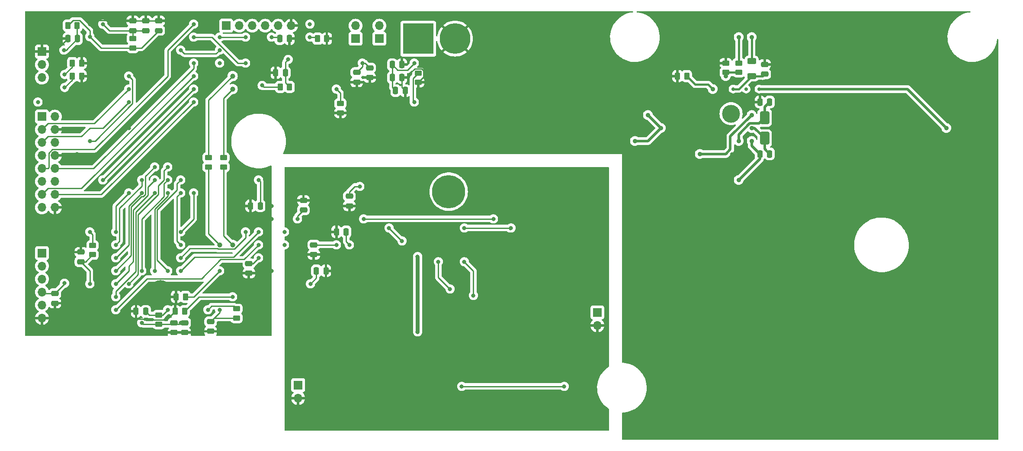
<source format=gbr>
%TF.GenerationSoftware,KiCad,Pcbnew,7.0.10*%
%TF.CreationDate,2024-03-06T13:01:35-05:00*%
%TF.ProjectId,PCB_Main_Final,5043425f-4d61-4696-9e5f-46696e616c2e,rev?*%
%TF.SameCoordinates,Original*%
%TF.FileFunction,Copper,L2,Bot*%
%TF.FilePolarity,Positive*%
%FSLAX46Y46*%
G04 Gerber Fmt 4.6, Leading zero omitted, Abs format (unit mm)*
G04 Created by KiCad (PCBNEW 7.0.10) date 2024-03-06 13:01:35*
%MOMM*%
%LPD*%
G01*
G04 APERTURE LIST*
G04 Aperture macros list*
%AMRoundRect*
0 Rectangle with rounded corners*
0 $1 Rounding radius*
0 $2 $3 $4 $5 $6 $7 $8 $9 X,Y pos of 4 corners*
0 Add a 4 corners polygon primitive as box body*
4,1,4,$2,$3,$4,$5,$6,$7,$8,$9,$2,$3,0*
0 Add four circle primitives for the rounded corners*
1,1,$1+$1,$2,$3*
1,1,$1+$1,$4,$5*
1,1,$1+$1,$6,$7*
1,1,$1+$1,$8,$9*
0 Add four rect primitives between the rounded corners*
20,1,$1+$1,$2,$3,$4,$5,0*
20,1,$1+$1,$4,$5,$6,$7,0*
20,1,$1+$1,$6,$7,$8,$9,0*
20,1,$1+$1,$8,$9,$2,$3,0*%
G04 Aperture macros list end*
%TA.AperFunction,ComponentPad*%
%ADD10R,1.700000X1.700000*%
%TD*%
%TA.AperFunction,ComponentPad*%
%ADD11O,1.700000X1.700000*%
%TD*%
%TA.AperFunction,ComponentPad*%
%ADD12C,6.000000*%
%TD*%
%TA.AperFunction,ComponentPad*%
%ADD13R,6.000000X6.000000*%
%TD*%
%TA.AperFunction,SMDPad,CuDef*%
%ADD14RoundRect,0.250000X0.475000X-0.250000X0.475000X0.250000X-0.475000X0.250000X-0.475000X-0.250000X0*%
%TD*%
%TA.AperFunction,SMDPad,CuDef*%
%ADD15RoundRect,0.250000X-0.475000X0.250000X-0.475000X-0.250000X0.475000X-0.250000X0.475000X0.250000X0*%
%TD*%
%TA.AperFunction,SMDPad,CuDef*%
%ADD16RoundRect,0.250000X0.262500X0.450000X-0.262500X0.450000X-0.262500X-0.450000X0.262500X-0.450000X0*%
%TD*%
%TA.AperFunction,SMDPad,CuDef*%
%ADD17RoundRect,0.250000X-0.450000X0.262500X-0.450000X-0.262500X0.450000X-0.262500X0.450000X0.262500X0*%
%TD*%
%TA.AperFunction,SMDPad,CuDef*%
%ADD18RoundRect,0.250000X-0.250000X-0.475000X0.250000X-0.475000X0.250000X0.475000X-0.250000X0.475000X0*%
%TD*%
%TA.AperFunction,SMDPad,CuDef*%
%ADD19RoundRect,0.250000X0.450000X-0.262500X0.450000X0.262500X-0.450000X0.262500X-0.450000X-0.262500X0*%
%TD*%
%TA.AperFunction,SMDPad,CuDef*%
%ADD20RoundRect,0.250000X0.250000X0.475000X-0.250000X0.475000X-0.250000X-0.475000X0.250000X-0.475000X0*%
%TD*%
%TA.AperFunction,SMDPad,CuDef*%
%ADD21RoundRect,0.250000X0.650000X-1.000000X0.650000X1.000000X-0.650000X1.000000X-0.650000X-1.000000X0*%
%TD*%
%TA.AperFunction,SMDPad,CuDef*%
%ADD22RoundRect,0.250000X-0.262500X-0.450000X0.262500X-0.450000X0.262500X0.450000X-0.262500X0.450000X0*%
%TD*%
%TA.AperFunction,SMDPad,CuDef*%
%ADD23RoundRect,0.250000X-0.625000X0.312500X-0.625000X-0.312500X0.625000X-0.312500X0.625000X0.312500X0*%
%TD*%
%TA.AperFunction,ViaPad*%
%ADD24C,0.800000*%
%TD*%
%TA.AperFunction,ViaPad*%
%ADD25C,0.900000*%
%TD*%
%TA.AperFunction,ViaPad*%
%ADD26C,1.100000*%
%TD*%
%TA.AperFunction,ViaPad*%
%ADD27C,4.200000*%
%TD*%
%TA.AperFunction,ViaPad*%
%ADD28C,0.700000*%
%TD*%
%TA.AperFunction,ViaPad*%
%ADD29C,1.000000*%
%TD*%
%TA.AperFunction,ViaPad*%
%ADD30C,3.500000*%
%TD*%
%TA.AperFunction,ViaPad*%
%ADD31C,6.500000*%
%TD*%
%TA.AperFunction,Conductor*%
%ADD32C,0.250000*%
%TD*%
%TA.AperFunction,Conductor*%
%ADD33C,0.750000*%
%TD*%
%TA.AperFunction,Conductor*%
%ADD34C,0.400000*%
%TD*%
%TA.AperFunction,Conductor*%
%ADD35C,0.500000*%
%TD*%
G04 APERTURE END LIST*
D10*
%TO.P,J5,1,Pin_1*%
%TO.N,Net-(J13-Pin_1)*%
X96647000Y-121407000D03*
D11*
%TO.P,J5,2,Pin_2*%
%TO.N,AGND*%
X96647000Y-123947000D03*
%TD*%
D10*
%TO.P,LightSensorConnector2,1,Pin_1*%
%TO.N,GND*%
X46490000Y-56185000D03*
D11*
%TO.P,LightSensorConnector2,2,Pin_2*%
%TO.N,Light_Reading*%
X46490000Y-58725000D03*
%TO.P,LightSensorConnector2,3,Pin_3*%
%TO.N,3.3V*%
X46490000Y-61265000D03*
%TD*%
D10*
%TO.P,J8,1,Pin_1*%
%TO.N,R1_PIN*%
X46490000Y-68885000D03*
D11*
%TO.P,J8,2,Pin_2*%
%TO.N,G1_PIN*%
X49030000Y-68885000D03*
%TO.P,J8,3,Pin_3*%
%TO.N,B1_PIN*%
X46490000Y-71425000D03*
%TO.P,J8,4,Pin_4*%
%TO.N,GND*%
X49030000Y-71425000D03*
%TO.P,J8,5,Pin_5*%
%TO.N,R2_PIN*%
X46490000Y-73965000D03*
%TO.P,J8,6,Pin_6*%
%TO.N,G2_PIN*%
X49030000Y-73965000D03*
%TO.P,J8,7,Pin_7*%
%TO.N,B2_PIN*%
X46490000Y-76505000D03*
%TO.P,J8,8,Pin_8*%
%TO.N,GND*%
X49030000Y-76505000D03*
%TO.P,J8,9,Pin_9*%
%TO.N,A_PIN*%
X46490000Y-79045000D03*
%TO.P,J8,10,Pin_10*%
%TO.N,B_PIN*%
X49030000Y-79045000D03*
%TO.P,J8,11,Pin_11*%
%TO.N,C_PIN*%
X46490000Y-81585000D03*
%TO.P,J8,12,Pin_12*%
%TO.N,D_PIN*%
X49030000Y-81585000D03*
%TO.P,J8,13,Pin_13*%
%TO.N,CLK_PIN*%
X46490000Y-84125000D03*
%TO.P,J8,14,Pin_14*%
%TO.N,STB*%
X49030000Y-84125000D03*
%TO.P,J8,15,Pin_15*%
%TO.N,OE_PIN*%
X46490000Y-86665000D03*
%TO.P,J8,16,Pin_16*%
%TO.N,GND*%
X49030000Y-86665000D03*
%TD*%
D10*
%TO.P,J10,1,Pin_1*%
%TO.N,Net-(J10-Pin_1)*%
X107880000Y-53645000D03*
D11*
%TO.P,J10,2,Pin_2*%
%TO.N,5V*%
X107880000Y-51105000D03*
%TD*%
D12*
%TO.P,J7,N,NEG*%
%TO.N,GND*%
X127350000Y-53645000D03*
D13*
%TO.P,J7,P,POS*%
%TO.N,5V*%
X120150000Y-53645000D03*
%TD*%
D10*
%TO.P,J9,1,Pin_1*%
%TO.N,Net-(J10-Pin_1)*%
X112530000Y-53645000D03*
D11*
%TO.P,J9,2,Pin_2*%
%TO.N,5V*%
X112530000Y-51105000D03*
%TD*%
D10*
%TO.P,J6,1,Pin_1*%
%TO.N,Net-(J14-Pin_1)*%
X155194000Y-107183000D03*
D11*
%TO.P,J6,2,Pin_2*%
%TO.N,AGND*%
X155194000Y-109723000D03*
%TD*%
D10*
%TO.P,Boot2ROVER2,1,DTR*%
%TO.N,unconnected-(Boot2ROVER2-DTR-Pad1)*%
X46515000Y-95580000D03*
D11*
%TO.P,Boot2ROVER2,2,RX*%
%TO.N,RXD0_ROVER*%
X46515000Y-98120000D03*
%TO.P,Boot2ROVER2,3,TX*%
%TO.N,TXD0_ROVER*%
X46515000Y-100660000D03*
%TO.P,Boot2ROVER2,4,VCC*%
%TO.N,3.3V*%
X46515000Y-103200000D03*
%TO.P,Boot2ROVER2,5,CT5*%
%TO.N,unconnected-(Boot2ROVER2-CT5-Pad5)*%
X46515000Y-105740000D03*
%TO.P,Boot2ROVER2,6,GND*%
%TO.N,GND*%
X46515000Y-108280000D03*
%TD*%
D10*
%TO.P,Boot2WROOM2,1,DTR*%
%TO.N,unconnected-(Boot2WROOM2-DTR-Pad1)*%
X82575000Y-51105000D03*
D11*
%TO.P,Boot2WROOM2,2,RX*%
%TO.N,RXD0_WROOM*%
X85115000Y-51105000D03*
%TO.P,Boot2WROOM2,3,TX*%
%TO.N,TXD0_WROOM*%
X87655000Y-51105000D03*
%TO.P,Boot2WROOM2,4,VCC*%
%TO.N,3.3V*%
X90195000Y-51105000D03*
%TO.P,Boot2WROOM2,5,CT5*%
%TO.N,unconnected-(Boot2WROOM2-CT5-Pad5)*%
X92735000Y-51105000D03*
%TO.P,Boot2WROOM2,6,GND*%
%TO.N,GND*%
X95275000Y-51105000D03*
%TD*%
D14*
%TO.P,C56,1*%
%TO.N,GND*%
X79510000Y-110894104D03*
%TO.P,C56,2*%
%TO.N,Net-(C56-Pad2)*%
X79510000Y-108994104D03*
%TD*%
D15*
%TO.P,C33,1*%
%TO.N,3.3V*%
X72360000Y-109220000D03*
%TO.P,C33,2*%
%TO.N,GND*%
X72360000Y-111120000D03*
%TD*%
D16*
%TO.P,R24,1*%
%TO.N,Net-(D11-K)*%
X74430000Y-106985000D03*
%TO.P,R24,2*%
%TO.N,GND*%
X72605000Y-106985000D03*
%TD*%
D14*
%TO.P,C11,1*%
%TO.N,EN_WROOM*%
X69350000Y-52055000D03*
%TO.P,C11,2*%
%TO.N,GND*%
X69350000Y-50155000D03*
%TD*%
D17*
%TO.P,Ruvt2,1*%
%TO.N,5V*%
X182880000Y-58420000D03*
%TO.P,Ruvt2,2*%
%TO.N,Net-(U11-UVLO)*%
X182880000Y-60245000D03*
%TD*%
D18*
%TO.P,C49,1*%
%TO.N,5V*%
X115070000Y-61265000D03*
%TO.P,C49,2*%
%TO.N,GND*%
X116970000Y-61265000D03*
%TD*%
D16*
%TO.P,R23,1*%
%TO.N,Net-(D10-K)*%
X74572500Y-104140000D03*
%TO.P,R23,2*%
%TO.N,GND*%
X72747500Y-104140000D03*
%TD*%
D19*
%TO.P,R22,1*%
%TO.N,3.3V*%
X69350000Y-109525000D03*
%TO.P,R22,2*%
%TO.N,EN_ROVER*%
X69350000Y-107700000D03*
%TD*%
D16*
%TO.P,Rt2,1*%
%TO.N,Net-(U11-SYNCIN_RT)*%
X172720000Y-60960000D03*
%TO.P,Rt2,2*%
%TO.N,GND*%
X170895000Y-60960000D03*
%TD*%
D20*
%TO.P,C16,1*%
%TO.N,EN_ROVER*%
X66810000Y-106985000D03*
%TO.P,C16,2*%
%TO.N,GND*%
X64910000Y-106985000D03*
%TD*%
D19*
%TO.P,R4,1*%
%TO.N,Net-(C56-Pad2)*%
X84590000Y-108316604D03*
%TO.P,R4,2*%
%TO.N,EN_ROVER*%
X84590000Y-106491604D03*
%TD*%
D14*
%TO.P,C15,1*%
%TO.N,3.3V*%
X64270000Y-52055000D03*
%TO.P,C15,2*%
%TO.N,GND*%
X64270000Y-50155000D03*
%TD*%
D17*
%TO.P,R13,1*%
%TO.N,3.3V*%
X64270000Y-53645000D03*
%TO.P,R13,2*%
%TO.N,EN_WROOM*%
X64270000Y-55470000D03*
%TD*%
D18*
%TO.P,C48,1*%
%TO.N,5V*%
X115710000Y-63805000D03*
%TO.P,C48,2*%
%TO.N,GND*%
X117610000Y-63805000D03*
%TD*%
D15*
%TO.P,C40,1*%
%TO.N,AGND*%
X97681050Y-85261950D03*
%TO.P,C40,2*%
%TO.N,3.3V*%
X97681050Y-87161950D03*
%TD*%
D20*
%TO.P,C42,1*%
%TO.N,AGND*%
X102082600Y-99060000D03*
%TO.P,C42,2*%
%TO.N,3.3V*%
X100182600Y-99060000D03*
%TD*%
D15*
%TO.P,C41,1*%
%TO.N,Net-(U9-VNEG)*%
X99700000Y-93980000D03*
%TO.P,C41,2*%
%TO.N,AGND*%
X99700000Y-95880000D03*
%TD*%
D14*
%TO.P,Cvin2,1*%
%TO.N,Net-(U11-VIN)*%
X187960000Y-60575000D03*
%TO.P,Cvin2,2*%
%TO.N,GND*%
X187960000Y-58675000D03*
%TD*%
D21*
%TO.P,Dbst2,1,K*%
%TO.N,Net-(Dbst2-K)*%
X187960000Y-73120000D03*
%TO.P,Dbst2,2,A*%
%TO.N,Net-(Dbst2-A)*%
X187960000Y-69120000D03*
%TD*%
D22*
%TO.P,R14,1*%
%TO.N,Net-(D8-K)*%
X52427500Y-60960000D03*
%TO.P,R14,2*%
%TO.N,GND*%
X54252500Y-60960000D03*
%TD*%
D17*
%TO.P,R27,1*%
%TO.N,Net-(D12-K)*%
X120150000Y-60352500D03*
%TO.P,R27,2*%
%TO.N,GND*%
X120150000Y-62177500D03*
%TD*%
D15*
%TO.P,C51,1*%
%TO.N,3.3V*%
X108110000Y-60240000D03*
%TO.P,C51,2*%
%TO.N,GND*%
X108110000Y-62140000D03*
%TD*%
D18*
%TO.P,C54,1*%
%TO.N,GND*%
X51570000Y-53645000D03*
%TO.P,C54,2*%
%TO.N,Net-(C54-Pad2)*%
X53470000Y-53645000D03*
%TD*%
D20*
%TO.P,Cbst2,1*%
%TO.N,Net-(Dbst2-K)*%
X188910000Y-76200000D03*
%TO.P,Cbst2,2*%
%TO.N,Net-(M3-Back)*%
X187010000Y-76200000D03*
%TD*%
%TO.P,C45,1*%
%TO.N,Right_Audio*%
X106040000Y-91440000D03*
%TO.P,C45,2*%
%TO.N,AGND*%
X104140000Y-91440000D03*
%TD*%
D23*
%TO.P,Rvin2,1*%
%TO.N,5V*%
X185420000Y-58035000D03*
%TO.P,Rvin2,2*%
%TO.N,Net-(U11-VIN)*%
X185420000Y-60960000D03*
%TD*%
D19*
%TO.P,Ruvb2,1*%
%TO.N,Net-(U11-UVLO)*%
X180340000Y-60245000D03*
%TO.P,Ruvb2,2*%
%TO.N,GND*%
X180340000Y-58420000D03*
%TD*%
D22*
%TO.P,R30,1*%
%TO.N,Net-(D14-K)*%
X100424986Y-53645000D03*
%TO.P,R30,2*%
%TO.N,GND*%
X102249986Y-53645000D03*
%TD*%
D14*
%TO.P,C12,1*%
%TO.N,3.3V*%
X66810000Y-52055000D03*
%TO.P,C12,2*%
%TO.N,GND*%
X66810000Y-50155000D03*
%TD*%
D18*
%TO.P,Cvcc2,1*%
%TO.N,GND*%
X187010000Y-66040000D03*
%TO.P,Cvcc2,2*%
%TO.N,Net-(Dbst2-A)*%
X188910000Y-66040000D03*
%TD*%
D15*
%TO.P,C52,1*%
%TO.N,3.3V*%
X110650000Y-59365000D03*
%TO.P,C52,2*%
%TO.N,GND*%
X110650000Y-61265000D03*
%TD*%
D16*
%TO.P,R2,1*%
%TO.N,Net-(C54-Pad2)*%
X53395000Y-51105000D03*
%TO.P,R2,2*%
%TO.N,EN_WROOM*%
X51570000Y-51105000D03*
%TD*%
D18*
%TO.P,C38,1*%
%TO.N,GND*%
X87317500Y-86360000D03*
%TO.P,C38,2*%
%TO.N,3.3V*%
X89217500Y-86360000D03*
%TD*%
D15*
%TO.P,C46,1*%
%TO.N,Left_Audio*%
X106680000Y-84460000D03*
%TO.P,C46,2*%
%TO.N,AGND*%
X106680000Y-86360000D03*
%TD*%
%TO.P,C55,1*%
%TO.N,GND*%
X54110000Y-95401252D03*
%TO.P,C55,2*%
%TO.N,Net-(C55-Pad2)*%
X54110000Y-97301252D03*
%TD*%
%TO.P,C34,1*%
%TO.N,3.3V*%
X74430000Y-109220000D03*
%TO.P,C34,2*%
%TO.N,GND*%
X74430000Y-111120000D03*
%TD*%
%TO.P,CsnR5,1*%
%TO.N,3.3V*%
X49030000Y-103495000D03*
%TO.P,CsnR5,2*%
%TO.N,GND*%
X49030000Y-105395000D03*
%TD*%
D18*
%TO.P,C50,1*%
%TO.N,5V*%
X115070000Y-58725000D03*
%TO.P,C50,2*%
%TO.N,GND*%
X116970000Y-58725000D03*
%TD*%
%TO.P,CsnR4,1*%
%TO.N,3.3V*%
X93030000Y-53645000D03*
%TO.P,CsnR4,2*%
%TO.N,GND*%
X94930000Y-53645000D03*
%TD*%
D16*
%TO.P,R1,1*%
%TO.N,Net-(C53-Pad2)*%
X94960004Y-63090000D03*
%TO.P,R1,2*%
%TO.N,IO0_WROOM*%
X93135004Y-63090000D03*
%TD*%
D17*
%TO.P,R21,1*%
%TO.N,WROOM_TALK_RX*%
X82050000Y-76915000D03*
%TO.P,R21,2*%
%TO.N,ROVER_TALK_TX*%
X82050000Y-78740000D03*
%TD*%
D15*
%TO.P,C37,1*%
%TO.N,Net-(U9-LDOO)*%
X87000000Y-97642600D03*
%TO.P,C37,2*%
%TO.N,GND*%
X87000000Y-99542600D03*
%TD*%
D17*
%TO.P,R29,1*%
%TO.N,Therm_Reading*%
X104910000Y-66345000D03*
%TO.P,R29,2*%
%TO.N,GND*%
X104910000Y-68170000D03*
%TD*%
D19*
%TO.P,R3,1*%
%TO.N,Net-(C55-Pad2)*%
X56412303Y-95896852D03*
%TO.P,R3,2*%
%TO.N,IO0_ROVER*%
X56412303Y-94071852D03*
%TD*%
D18*
%TO.P,C53,1*%
%TO.N,GND*%
X92250002Y-60300002D03*
%TO.P,C53,2*%
%TO.N,Net-(C53-Pad2)*%
X94150002Y-60300002D03*
%TD*%
D22*
%TO.P,R17,1*%
%TO.N,Net-(D9-K)*%
X52427500Y-58420000D03*
%TO.P,R17,2*%
%TO.N,GND*%
X54252500Y-58420000D03*
%TD*%
D17*
%TO.P,R18,1*%
%TO.N,WROOM_TALK_TX*%
X79100000Y-76915000D03*
%TO.P,R18,2*%
%TO.N,ROVER_TALK_RX*%
X79100000Y-78740000D03*
%TD*%
D24*
%TO.N,3.3V*%
X96520000Y-88900000D03*
X91440000Y-53340000D03*
X99060000Y-101600000D03*
X50910153Y-101489847D03*
X73660000Y-109220000D03*
X88900000Y-81280000D03*
X93980000Y-93980000D03*
X58420000Y-50800000D03*
X109220000Y-58420000D03*
X66040000Y-109220000D03*
%TO.N,GND*%
X193040000Y-99060000D03*
X203200000Y-91440000D03*
X134620000Y-63500000D03*
X200660000Y-129540000D03*
X218440000Y-129540000D03*
D25*
X170180000Y-71120000D03*
D24*
X190500000Y-60960000D03*
X218440000Y-121920000D03*
D26*
X89530000Y-106270000D03*
D24*
X205740000Y-129540000D03*
X213360000Y-109220000D03*
D27*
X67850000Y-57585000D03*
D24*
X213360000Y-101600000D03*
X215900000Y-121920000D03*
X200660000Y-93980000D03*
X198120000Y-119380000D03*
X187960000Y-101600000D03*
X203200000Y-116840000D03*
X187960000Y-129540000D03*
X200660000Y-109220000D03*
X203200000Y-129540000D03*
X193040000Y-96520000D03*
X213360000Y-114300000D03*
X91440000Y-99060000D03*
X213360000Y-111760000D03*
X213360000Y-119380000D03*
X213360000Y-106680000D03*
X203200000Y-93980000D03*
X215900000Y-109220000D03*
X218440000Y-109220000D03*
X193040000Y-129540000D03*
X63500000Y-71120000D03*
X195580000Y-99060000D03*
X218440000Y-99060000D03*
X200660000Y-119380000D03*
X210820000Y-109220000D03*
X203200000Y-104140000D03*
X190500000Y-83820000D03*
X218440000Y-119380000D03*
X93980000Y-91440000D03*
X213360000Y-121920000D03*
X208280000Y-119380000D03*
X210820000Y-86360000D03*
X218440000Y-91440000D03*
X190500000Y-127000000D03*
X190500000Y-96520000D03*
D25*
X177800000Y-55880000D03*
D24*
X200660000Y-101600000D03*
X185420000Y-129540000D03*
X198120000Y-86360000D03*
X203200000Y-111760000D03*
X195580000Y-93980000D03*
X55880000Y-109220000D03*
D25*
X185420000Y-66040000D03*
D24*
X198120000Y-129540000D03*
X193040000Y-127000000D03*
X215900000Y-104140000D03*
X215900000Y-116840000D03*
X200660000Y-121920000D03*
X193040000Y-88900000D03*
X187960000Y-114300000D03*
D25*
X167640000Y-78740000D03*
D24*
X195580000Y-121920000D03*
X198120000Y-88900000D03*
X198120000Y-109220000D03*
X190500000Y-124460000D03*
X185420000Y-106680000D03*
X218440000Y-93980000D03*
X190500000Y-114300000D03*
X190500000Y-81280000D03*
X195580000Y-106680000D03*
X205740000Y-101600000D03*
X73660000Y-50800000D03*
X210820000Y-129540000D03*
X193040000Y-116840000D03*
X203200000Y-127000000D03*
X200660000Y-114300000D03*
X205740000Y-124460000D03*
X218440000Y-86360000D03*
X187960000Y-104140000D03*
X205740000Y-106680000D03*
X91440000Y-86360000D03*
X198120000Y-104140000D03*
X208280000Y-121920000D03*
X187960000Y-99060000D03*
X210820000Y-121920000D03*
X218440000Y-124460000D03*
X193040000Y-111760000D03*
X215900000Y-101600000D03*
X208280000Y-109220000D03*
X215900000Y-127000000D03*
X187960000Y-124460000D03*
X185420000Y-93980000D03*
X208280000Y-127000000D03*
X195580000Y-116840000D03*
X198120000Y-127000000D03*
X50800000Y-68580000D03*
X203200000Y-86360000D03*
X193040000Y-109220000D03*
X210820000Y-116840000D03*
X203200000Y-99060000D03*
X200660000Y-104140000D03*
X205740000Y-127000000D03*
X200660000Y-99060000D03*
X195580000Y-119380000D03*
X182880000Y-111760000D03*
X218440000Y-104140000D03*
X203200000Y-119380000D03*
X215900000Y-129540000D03*
X104140000Y-50800000D03*
X213360000Y-127000000D03*
X190500000Y-111760000D03*
X213360000Y-104140000D03*
X190500000Y-119380000D03*
X182880000Y-127000000D03*
X215900000Y-111760000D03*
X210820000Y-104140000D03*
X210820000Y-111760000D03*
X187960000Y-96520000D03*
X190500000Y-109220000D03*
X198120000Y-111760000D03*
X187960000Y-86360000D03*
X195580000Y-127000000D03*
X200660000Y-124460000D03*
X213360000Y-86360000D03*
X198120000Y-116840000D03*
X187960000Y-111760000D03*
X205740000Y-99060000D03*
X193040000Y-119380000D03*
X92147504Y-57705000D03*
X190500000Y-101600000D03*
X205740000Y-116840000D03*
X195580000Y-129540000D03*
X187960000Y-91440000D03*
X205740000Y-104140000D03*
X205740000Y-111760000D03*
X208280000Y-116840000D03*
X190500000Y-104140000D03*
X215900000Y-99060000D03*
X215900000Y-88900000D03*
X91440000Y-88900000D03*
X190500000Y-93980000D03*
X190500000Y-86360000D03*
X198120000Y-121920000D03*
X187960000Y-119380000D03*
X215900000Y-114300000D03*
X205740000Y-88900000D03*
X187960000Y-116840000D03*
X208280000Y-114300000D03*
X190500000Y-88900000D03*
X203200000Y-114300000D03*
X205740000Y-119380000D03*
X218440000Y-111760000D03*
X203200000Y-109220000D03*
X198120000Y-101600000D03*
X111760000Y-63500000D03*
X187960000Y-127000000D03*
X210820000Y-114300000D03*
X190500000Y-129540000D03*
X203200000Y-88900000D03*
X205740000Y-114300000D03*
X185420000Y-99060000D03*
X198120000Y-96520000D03*
X185420000Y-88900000D03*
X185420000Y-101600000D03*
X185420000Y-86360000D03*
D25*
X169030000Y-73660000D03*
D24*
X187960000Y-109220000D03*
X208280000Y-129540000D03*
X203200000Y-106680000D03*
X198120000Y-124460000D03*
X198120000Y-106680000D03*
X195580000Y-111760000D03*
X195580000Y-104140000D03*
X185420000Y-109220000D03*
X203200000Y-124460000D03*
X190500000Y-91440000D03*
X55880000Y-50800000D03*
X193040000Y-91440000D03*
X190500000Y-116840000D03*
X210820000Y-124460000D03*
X215900000Y-106680000D03*
X200660000Y-96520000D03*
X218440000Y-114300000D03*
X208280000Y-86360000D03*
X83820000Y-88920000D03*
X185420000Y-127000000D03*
X208280000Y-124460000D03*
D25*
X175512105Y-67407107D03*
D24*
X195580000Y-101600000D03*
X203200000Y-96520000D03*
X190500000Y-99060000D03*
X218440000Y-96520000D03*
X213360000Y-129540000D03*
X195580000Y-88900000D03*
X195580000Y-86360000D03*
X53340000Y-76200000D03*
X210820000Y-106680000D03*
X193040000Y-101600000D03*
X198120000Y-99060000D03*
X208280000Y-106680000D03*
X182880000Y-129540000D03*
X218440000Y-116840000D03*
X195580000Y-124460000D03*
X193040000Y-124460000D03*
X195580000Y-91440000D03*
X187960000Y-88900000D03*
X200660000Y-111760000D03*
X200660000Y-127000000D03*
X215900000Y-119380000D03*
X190500000Y-121920000D03*
X195580000Y-96520000D03*
X195580000Y-114300000D03*
X193040000Y-86360000D03*
X208280000Y-104140000D03*
X187960000Y-121920000D03*
X200660000Y-116840000D03*
X205740000Y-86360000D03*
X185420000Y-96520000D03*
X213360000Y-124460000D03*
X215900000Y-86360000D03*
X193040000Y-114300000D03*
X88900000Y-104140000D03*
X218440000Y-106680000D03*
X218440000Y-88900000D03*
X193040000Y-121920000D03*
X187960000Y-106680000D03*
X53340000Y-91440000D03*
X200660000Y-88900000D03*
X205740000Y-109220000D03*
D27*
X69720000Y-103000000D03*
D24*
X185420000Y-111760000D03*
X190500000Y-106680000D03*
X195580000Y-109220000D03*
X193040000Y-106680000D03*
X193040000Y-104140000D03*
X218440000Y-127000000D03*
X200660000Y-106680000D03*
X203200000Y-121920000D03*
D28*
X181556135Y-76256658D03*
D24*
X187960000Y-93980000D03*
X210820000Y-127000000D03*
X210820000Y-119380000D03*
X208280000Y-101600000D03*
X213360000Y-116840000D03*
X208280000Y-111760000D03*
X198120000Y-93980000D03*
X200660000Y-91440000D03*
X198120000Y-114300000D03*
D26*
X88900000Y-109220000D03*
D24*
X198120000Y-91440000D03*
X215900000Y-124460000D03*
X193040000Y-93980000D03*
X210820000Y-101600000D03*
X45720000Y-50800000D03*
X200660000Y-86360000D03*
X205740000Y-121920000D03*
X203200000Y-101600000D03*
%TO.N,TXD0_WROOM*%
X81280000Y-53340000D03*
X86360000Y-53340000D03*
%TO.N,Net-(U13-Out_B)*%
X120015000Y-96266000D03*
X120015000Y-110998000D03*
%TO.N,14V*%
X148717000Y-121666000D03*
X128651000Y-121666000D03*
D26*
%TO.N,AGND*%
X99060000Y-109220000D03*
D24*
X138557000Y-94742000D03*
D25*
X120523000Y-123952000D03*
D24*
X110206283Y-106081252D03*
X106680000Y-99060000D03*
D25*
X122301000Y-122174000D03*
D24*
X99060000Y-91440000D03*
X138557000Y-101346000D03*
D26*
X99060000Y-106680000D03*
D24*
X95778588Y-96236106D03*
X102761050Y-84981050D03*
%TO.N,EN_WROOM*%
X55880000Y-53260000D03*
%TO.N,EN_ROVER*%
X71120000Y-106680000D03*
X78980002Y-106680000D03*
%TO.N,Net-(U9-LDOO)*%
X88900000Y-96520000D03*
%TO.N,Net-(U9-VNEG)*%
X104140000Y-93980000D03*
%TO.N,Right_Audio*%
X134874000Y-88900000D03*
X109474000Y-88900000D03*
X106680000Y-93980000D03*
%TO.N,Left_Audio*%
X108712000Y-82550000D03*
D25*
%TO.N,5V*%
X185420000Y-53340000D03*
X182880000Y-53340000D03*
D28*
X184304998Y-63500000D03*
D24*
X119380000Y-58420000D03*
%TO.N,Net-(C53-Pad2)*%
X94687504Y-57705000D03*
%TO.N,Net-(C54-Pad2)*%
X50800000Y-55880000D03*
%TO.N,Net-(C55-Pad2)*%
X55880000Y-101600000D03*
%TO.N,Net-(C56-Pad2)*%
X81280000Y-106680000D03*
%TO.N,Net-(U13-Bias)*%
X130937000Y-103886000D03*
X129159000Y-97282000D03*
D25*
%TO.N,Net-(Dbst2-K)*%
X185420000Y-71120000D03*
%TO.N,Net-(M3-Back)*%
X185420000Y-73660000D03*
X182880000Y-81280000D03*
%TO.N,Net-(U11-COMP)*%
X167640000Y-71120000D03*
X162560000Y-73660000D03*
X165100000Y-68580000D03*
D24*
%TO.N,Net-(U13-In_B)*%
X114427000Y-90678000D03*
X116967000Y-93218000D03*
%TO.N,Net-(U13-In_A)*%
X129159000Y-90678000D03*
X138303000Y-90678000D03*
%TO.N,Net-(CsnL3-Pad1)*%
X126365000Y-102616000D03*
X124079000Y-97282000D03*
D25*
%TO.N,Net-(Dbst2-A)*%
X182880000Y-73660000D03*
D28*
%TO.N,Net-(U11-VIN)*%
X181764998Y-63500000D03*
D24*
%TO.N,Net-(D8-K)*%
X50942500Y-63195000D03*
%TO.N,Net-(D9-K)*%
X50942500Y-60655000D03*
%TO.N,Net-(D10-K)*%
X81280000Y-99060000D03*
%TO.N,Net-(D11-K)*%
X83820000Y-104140000D03*
%TO.N,Net-(D12-K)*%
X119380000Y-66040000D03*
%TO.N,Net-(D14-K)*%
X98939986Y-53340000D03*
%TO.N,B1_PIN*%
X63500000Y-63500000D03*
%TO.N,R2_PIN*%
X63500000Y-66040000D03*
%TO.N,A_PIN*%
X76200000Y-50800000D03*
%TO.N,B_PIN*%
X76200000Y-58420000D03*
%TO.N,C_PIN*%
X58420000Y-81280000D03*
X76200000Y-63500000D03*
%TO.N,D_PIN*%
X63500000Y-60960000D03*
X55880000Y-73660000D03*
%TO.N,CLK_PIN*%
X76200000Y-60960000D03*
%TO.N,STB*%
X76200000Y-66040000D03*
D25*
%TO.N,Net-(U11-CSN)*%
X223520000Y-71120000D03*
D28*
X186844998Y-63500000D03*
D25*
%TO.N,Net-(M4-GATE)*%
X185420000Y-68580000D03*
X175260000Y-76200000D03*
D24*
%TO.N,WROOM_TO_FANS*%
X98939986Y-50800000D03*
X73660000Y-55880000D03*
X81280000Y-55880000D03*
%TO.N,IO0_WROOM*%
X89607504Y-62785000D03*
%TO.N,IO0_ROVER*%
X55880000Y-91440000D03*
D29*
%TO.N,WROOM_TALK_TX*%
X83820000Y-60960000D03*
%TO.N,ROVER_TALK_RX*%
X81280000Y-93980000D03*
%TO.N,WROOM_TALK_RX*%
X83820000Y-63500000D03*
%TO.N,ROVER_TALK_TX*%
X83820000Y-93980000D03*
D24*
%TO.N,Therm_Reading*%
X104140000Y-63500000D03*
D25*
%TO.N,Net-(U11-SYNCIN_RT)*%
X177800000Y-63500000D03*
%TO.N,Net-(U11-UVLO)*%
X180340000Y-60960000D03*
D24*
%TO.N,WIO32*%
X45720000Y-66040000D03*
%TO.N,WIO21*%
X81280000Y-58420000D03*
%TO.N,WIO22*%
X76200000Y-53340000D03*
X86360000Y-58420000D03*
%TO.N,RIO32*%
X68580000Y-99060000D03*
X71120000Y-83820000D03*
%TO.N,RIO33*%
X73660000Y-81280000D03*
X71120000Y-99060000D03*
%TO.N,I2S_DATA*%
X73660000Y-99060000D03*
X88900000Y-91440000D03*
%TO.N,I2S-BCK*%
X73660000Y-96520000D03*
X86360000Y-91440000D03*
%TO.N,RIO12*%
X73660000Y-93980000D03*
X73660000Y-83820000D03*
%TO.N,RIO13*%
X76200000Y-83820000D03*
X73660000Y-91440000D03*
%TO.N,RIO15*%
X63500000Y-83820000D03*
X60960000Y-91440000D03*
%TO.N,RIO2*%
X60960000Y-93980000D03*
X66040000Y-81280000D03*
%TO.N,RIO4*%
X66040000Y-83820000D03*
X60960000Y-96520000D03*
%TO.N,RIO5*%
X60960000Y-99060000D03*
X68580000Y-78740000D03*
%TO.N,RIO18*%
X68580000Y-81280000D03*
X60960000Y-101600000D03*
%TO.N,RIO19*%
X63500000Y-101600000D03*
X71120000Y-78740000D03*
%TO.N,RIO21*%
X60960000Y-104140000D03*
X68580000Y-83820000D03*
%TO.N,I2S-WS*%
X60960000Y-106680000D03*
X88900000Y-93980000D03*
%TO.N,RIO23*%
X66040000Y-99060000D03*
X71120000Y-81280000D03*
D30*
%TO.N,unconnected-(U11-PAD-Pad21)*%
X181379998Y-68320001D03*
D31*
%TO.N,unconnected-(U13-TAB-Pad8)*%
X126111000Y-83566000D03*
%TD*%
D32*
%TO.N,3.3V*%
X50910153Y-101614847D02*
X49030000Y-103495000D01*
X66345000Y-109525000D02*
X66040000Y-109220000D01*
X49030000Y-103495000D02*
X46810000Y-103495000D01*
X58420000Y-50800000D02*
X59675000Y-52055000D01*
X69350000Y-109525000D02*
X66345000Y-109525000D01*
X64270000Y-52055000D02*
X66810000Y-52055000D01*
X72360000Y-109525000D02*
X73355000Y-109525000D01*
X96520000Y-88900000D02*
X96520000Y-88323000D01*
X64270000Y-52055000D02*
X64270000Y-53645000D01*
X99060000Y-101600000D02*
X100182600Y-100477400D01*
X88900000Y-81280000D02*
X89217500Y-81597500D01*
X89217500Y-81597500D02*
X89217500Y-86360000D01*
X96520000Y-88323000D02*
X97681050Y-87161950D01*
X59675000Y-52055000D02*
X64270000Y-52055000D01*
X46810000Y-103495000D02*
X46515000Y-103200000D01*
X73355000Y-109525000D02*
X73660000Y-109220000D01*
X50910153Y-101489847D02*
X50910153Y-101614847D01*
X73660000Y-109220000D02*
X73965000Y-109525000D01*
X109220000Y-58420000D02*
X109705000Y-58420000D01*
X69350000Y-109525000D02*
X72360000Y-109525000D01*
X100182600Y-100477400D02*
X100182600Y-99060000D01*
X109705000Y-58420000D02*
X110650000Y-59365000D01*
X109220000Y-58420000D02*
X109220000Y-59130000D01*
X109220000Y-59130000D02*
X108110000Y-60240000D01*
X92725000Y-53340000D02*
X93030000Y-53645000D01*
X91440000Y-53340000D02*
X92725000Y-53340000D01*
X73965000Y-109525000D02*
X74430000Y-109525000D01*
%TO.N,GND*%
X64225000Y-108495000D02*
X63500000Y-109220000D01*
X116970000Y-61265000D02*
X116970000Y-63165000D01*
X120845100Y-59515000D02*
X121175000Y-59844900D01*
X66572499Y-108687500D02*
X66379999Y-108495000D01*
X64270000Y-50155000D02*
X66810000Y-50155000D01*
X92250002Y-60300002D02*
X92250002Y-57807498D01*
X66379999Y-108495000D02*
X64225000Y-108495000D01*
X117704900Y-61265000D02*
X119454900Y-59515000D01*
X121175000Y-59844900D02*
X121175000Y-61152500D01*
X55880000Y-50800000D02*
X56605000Y-50075000D01*
X119454900Y-59515000D02*
X120845100Y-59515000D01*
X116970000Y-63165000D02*
X117610000Y-63805000D01*
X121175000Y-61152500D02*
X120150000Y-62177500D01*
X49335000Y-55880000D02*
X48260000Y-55880000D01*
X64190000Y-50075000D02*
X64270000Y-50155000D01*
X70902500Y-108687500D02*
X66572499Y-108687500D01*
X72605000Y-106985000D02*
X70902500Y-108687500D01*
X92250002Y-57807498D02*
X92147504Y-57705000D01*
X116970000Y-61265000D02*
X117704900Y-61265000D01*
X51570000Y-53645000D02*
X49335000Y-55880000D01*
X56605000Y-50075000D02*
X64190000Y-50075000D01*
X66810000Y-50155000D02*
X69350000Y-50155000D01*
%TO.N,TXD0_WROOM*%
X86360000Y-53340000D02*
X81280000Y-53340000D01*
D33*
%TO.N,Net-(U13-Out_B)*%
X120015000Y-96266000D02*
X120015000Y-102362000D01*
X120015000Y-102362000D02*
X120015000Y-110998000D01*
D32*
%TO.N,14V*%
X128651000Y-121666000D02*
X148717000Y-121666000D01*
%TO.N,AGND*%
X138557000Y-101346000D02*
X137922000Y-100711000D01*
X137922000Y-100711000D02*
X137922000Y-95377000D01*
D33*
X122301000Y-122174000D02*
X123825000Y-122174000D01*
D32*
X137922000Y-95377000D02*
X138557000Y-94742000D01*
D33*
X122301000Y-122174000D02*
X122301000Y-120650000D01*
D32*
%TO.N,EN_WROOM*%
X52595000Y-50080000D02*
X53902600Y-50080000D01*
X65935000Y-55470000D02*
X69350000Y-52055000D01*
X64270000Y-55470000D02*
X65935000Y-55470000D01*
X53902600Y-50080000D02*
X55880000Y-52057400D01*
X55880000Y-52057400D02*
X55880000Y-53260000D01*
X55880000Y-53260000D02*
X58090000Y-55470000D01*
X58090000Y-55470000D02*
X64270000Y-55470000D01*
X51570000Y-51105000D02*
X52595000Y-50080000D01*
%TO.N,EN_ROVER*%
X78980002Y-106680000D02*
X79705002Y-105955000D01*
X66810000Y-106985000D02*
X67525000Y-107700000D01*
X70100000Y-107700000D02*
X71120000Y-106680000D01*
X79705002Y-105955000D02*
X84053396Y-105955000D01*
X84053396Y-105955000D02*
X84590000Y-106491604D01*
X67525000Y-107700000D02*
X69350000Y-107700000D01*
X69350000Y-107700000D02*
X70100000Y-107700000D01*
%TO.N,Net-(U9-LDOO)*%
X87777400Y-97642600D02*
X88900000Y-96520000D01*
X87000000Y-97642600D02*
X87777400Y-97642600D01*
%TO.N,Net-(U9-VNEG)*%
X104140000Y-93980000D02*
X99700000Y-93980000D01*
%TO.N,Right_Audio*%
X106040000Y-91440000D02*
X106040000Y-93340000D01*
X114300000Y-88900000D02*
X134874000Y-88900000D01*
X109474000Y-88900000D02*
X114300000Y-88900000D01*
X106040000Y-93340000D02*
X106680000Y-93980000D01*
%TO.N,Left_Audio*%
X106680000Y-83566000D02*
X106680000Y-84460000D01*
X108712000Y-82550000D02*
X107696000Y-82550000D01*
X107696000Y-82550000D02*
X106680000Y-83566000D01*
%TO.N,5V*%
X119380000Y-58420000D02*
X118025000Y-59775000D01*
X115070000Y-63165000D02*
X115710000Y-63805000D01*
X115070000Y-58725000D02*
X115070000Y-61265000D01*
X116120000Y-59775000D02*
X115070000Y-58725000D01*
X118025000Y-59775000D02*
X116120000Y-59775000D01*
D34*
X185420000Y-58035000D02*
X185420000Y-53340000D01*
D32*
X115070000Y-61265000D02*
X115070000Y-63165000D01*
D34*
X182880000Y-58420000D02*
X182880000Y-53340000D01*
D32*
%TO.N,Net-(C53-Pad2)*%
X94150002Y-62279998D02*
X94960004Y-63090000D01*
X94150002Y-58242502D02*
X94150002Y-60300002D01*
X94150002Y-60300002D02*
X94150002Y-62279998D01*
X94687504Y-57705000D02*
X94150002Y-58242502D01*
%TO.N,Net-(C54-Pad2)*%
X53395000Y-53570000D02*
X53470000Y-53645000D01*
X53395000Y-51105000D02*
X53395000Y-53570000D01*
X53470000Y-53645000D02*
X51235000Y-55880000D01*
X51235000Y-55880000D02*
X50800000Y-55880000D01*
%TO.N,Net-(C55-Pad2)*%
X54110000Y-97301252D02*
X55007903Y-97301252D01*
X55880000Y-99071252D02*
X55880000Y-101600000D01*
X55007903Y-97301252D02*
X56412303Y-95896852D01*
X54110000Y-97301252D02*
X55880000Y-99071252D01*
%TO.N,Net-(C56-Pad2)*%
X79510000Y-108994104D02*
X81280000Y-107224104D01*
X80187500Y-108316604D02*
X79510000Y-108994104D01*
X81280000Y-107224104D02*
X81280000Y-106680000D01*
X84590000Y-108316604D02*
X80187500Y-108316604D01*
X81091604Y-106491604D02*
X81280000Y-106680000D01*
%TO.N,Net-(U13-Bias)*%
X130937000Y-99060000D02*
X130937000Y-103886000D01*
X129159000Y-97282000D02*
X130937000Y-99060000D01*
D35*
%TO.N,Net-(Dbst2-K)*%
X185960000Y-71120000D02*
X187960000Y-73120000D01*
X187960000Y-73120000D02*
X187960000Y-75250000D01*
X187960000Y-75250000D02*
X188910000Y-76200000D01*
X185420000Y-71120000D02*
X185960000Y-71120000D01*
%TO.N,Net-(M3-Back)*%
X187010000Y-76200000D02*
X187010000Y-77150000D01*
X185420000Y-74610000D02*
X187010000Y-76200000D01*
X185420000Y-73660000D02*
X185420000Y-74610000D01*
X187010000Y-77150000D02*
X182880000Y-81280000D01*
%TO.N,Net-(U11-COMP)*%
X167640000Y-71120000D02*
X165100000Y-73660000D01*
X165100000Y-73660000D02*
X162560000Y-73660000D01*
X167640000Y-71120000D02*
X165100000Y-68580000D01*
D32*
%TO.N,Net-(U13-In_B)*%
X114427000Y-90678000D02*
X116967000Y-93218000D01*
%TO.N,Net-(U13-In_A)*%
X138303000Y-90678000D02*
X129159000Y-90678000D01*
X138303000Y-90678000D02*
X138049000Y-90932000D01*
%TO.N,Net-(CsnL3-Pad1)*%
X124079000Y-97282000D02*
X124079000Y-100330000D01*
X124079000Y-100330000D02*
X126365000Y-102616000D01*
D35*
%TO.N,Net-(Dbst2-A)*%
X182880000Y-72387207D02*
X185047207Y-70220000D01*
X187960000Y-66990000D02*
X188910000Y-66040000D01*
X185047207Y-70220000D02*
X186860000Y-70220000D01*
X186860000Y-70220000D02*
X187960000Y-69120000D01*
X182880000Y-73660000D02*
X182880000Y-72387207D01*
X187960000Y-69120000D02*
X187960000Y-66990000D01*
D34*
%TO.N,Net-(U11-VIN)*%
X185420000Y-60960000D02*
X187575000Y-60960000D01*
D35*
X187575000Y-60960000D02*
X187960000Y-60575000D01*
D34*
X181764998Y-63500000D02*
X182880000Y-63500000D01*
X182880000Y-63500000D02*
X185420000Y-60960000D01*
D32*
%TO.N,Net-(D8-K)*%
X50942500Y-63195000D02*
X52427500Y-61710000D01*
X52427500Y-61710000D02*
X52427500Y-60960000D01*
%TO.N,Net-(D9-K)*%
X50942500Y-60655000D02*
X52427500Y-59170000D01*
X52427500Y-59170000D02*
X52427500Y-58420000D01*
%TO.N,Net-(D10-K)*%
X76200000Y-104140000D02*
X81280000Y-99060000D01*
X74572500Y-104140000D02*
X76200000Y-104140000D01*
%TO.N,Net-(D11-K)*%
X74430000Y-106985000D02*
X77275000Y-104140000D01*
X77275000Y-104140000D02*
X83820000Y-104140000D01*
%TO.N,Net-(D12-K)*%
X119125000Y-61377500D02*
X120150000Y-60352500D01*
X119125000Y-65785000D02*
X119125000Y-61377500D01*
X119380000Y-66040000D02*
X119125000Y-65785000D01*
%TO.N,Net-(D14-K)*%
X98939986Y-53340000D02*
X100119986Y-53340000D01*
X100119986Y-53340000D02*
X100424986Y-53645000D01*
%TO.N,B1_PIN*%
X47665000Y-70250000D02*
X46490000Y-71425000D01*
X56750000Y-70250000D02*
X47665000Y-70250000D01*
X63500000Y-63500000D02*
X56750000Y-70250000D01*
%TO.N,R2_PIN*%
X63500000Y-66040000D02*
X58420000Y-71120000D01*
X58420000Y-71120000D02*
X55880000Y-71120000D01*
X54210000Y-72790000D02*
X47665000Y-72790000D01*
X55880000Y-71120000D02*
X54210000Y-72790000D01*
X47665000Y-72790000D02*
X46490000Y-73965000D01*
%TO.N,A_PIN*%
X71120000Y-55880000D02*
X76200000Y-50800000D01*
X48543299Y-75330000D02*
X56750000Y-75330000D01*
X47855000Y-78882081D02*
X47855000Y-76018299D01*
X47855000Y-76018299D02*
X48543299Y-75330000D01*
X47692081Y-79045000D02*
X47855000Y-78882081D01*
X46490000Y-79045000D02*
X47692081Y-79045000D01*
X71120000Y-60960000D02*
X71120000Y-55880000D01*
X56750000Y-75330000D02*
X71120000Y-60960000D01*
%TO.N,B_PIN*%
X56600305Y-79045000D02*
X49030000Y-79045000D01*
X76200000Y-59445305D02*
X56600305Y-79045000D01*
X76200000Y-58420000D02*
X76200000Y-59445305D01*
%TO.N,C_PIN*%
X76200000Y-63500000D02*
X58420000Y-81280000D01*
%TO.N,D_PIN*%
X64225000Y-61685000D02*
X63500000Y-60960000D01*
X64225000Y-66340305D02*
X64225000Y-61685000D01*
X56905305Y-73660000D02*
X64225000Y-66340305D01*
X55880000Y-73660000D02*
X56905305Y-73660000D01*
%TO.N,CLK_PIN*%
X54210000Y-82950000D02*
X47665000Y-82950000D01*
X76200000Y-60960000D02*
X54210000Y-82950000D01*
X47665000Y-82950000D02*
X46490000Y-84125000D01*
%TO.N,STB*%
X76200000Y-66040000D02*
X58115000Y-84125000D01*
X58115000Y-84125000D02*
X49030000Y-84125000D01*
D35*
%TO.N,Net-(U11-CSN)*%
X186844998Y-63500000D02*
X215900000Y-63500000D01*
X215900000Y-63500000D02*
X223520000Y-71120000D01*
%TO.N,Net-(M4-GATE)*%
X181241713Y-72758287D02*
X181241713Y-75298287D01*
X180340000Y-76200000D02*
X175260000Y-76200000D01*
X181241713Y-75298287D02*
X180340000Y-76200000D01*
X185420000Y-68580000D02*
X181241713Y-72758287D01*
D32*
%TO.N,WROOM_TO_FANS*%
X74385000Y-56605000D02*
X73660000Y-55880000D01*
X81280000Y-55880000D02*
X80555000Y-56605000D01*
X80555000Y-56605000D02*
X74385000Y-56605000D01*
%TO.N,IO0_WROOM*%
X93135004Y-63090000D02*
X89912504Y-63090000D01*
X89912504Y-63090000D02*
X89607504Y-62785000D01*
%TO.N,IO0_ROVER*%
X56412303Y-91972303D02*
X56412303Y-94071852D01*
X55880000Y-91440000D02*
X56412303Y-91972303D01*
%TO.N,WROOM_TALK_TX*%
X79100000Y-65680000D02*
X83820000Y-60960000D01*
X79100000Y-76915000D02*
X79100000Y-65680000D01*
%TO.N,ROVER_TALK_RX*%
X79100000Y-91800000D02*
X79100000Y-78740000D01*
X81280000Y-93980000D02*
X79100000Y-91800000D01*
%TO.N,WROOM_TALK_RX*%
X82050000Y-65270000D02*
X83820000Y-63500000D01*
X82050000Y-76915000D02*
X82050000Y-65270000D01*
%TO.N,ROVER_TALK_TX*%
X82050000Y-92210000D02*
X82050000Y-78740000D01*
X83820000Y-93980000D02*
X82050000Y-92210000D01*
%TO.N,Therm_Reading*%
X104910000Y-64270000D02*
X104910000Y-66345000D01*
X104140000Y-63500000D02*
X104910000Y-64270000D01*
D34*
%TO.N,Net-(U11-SYNCIN_RT)*%
X177800000Y-63500000D02*
X176900000Y-62600000D01*
X174360000Y-62600000D02*
X172720000Y-60960000D01*
X176900000Y-62600000D02*
X174360000Y-62600000D01*
%TO.N,Net-(U11-UVLO)*%
X180340000Y-60245000D02*
X182880000Y-60245000D01*
D35*
X180340000Y-60960000D02*
X180340000Y-60245000D01*
D32*
%TO.N,WIO22*%
X76200000Y-53340000D02*
X79765305Y-53340000D01*
X79765305Y-53340000D02*
X84845305Y-58420000D01*
X84845305Y-58420000D02*
X86360000Y-58420000D01*
%TO.N,RIO32*%
X68580000Y-86996396D02*
X71120000Y-84456396D01*
X71120000Y-84456396D02*
X71120000Y-83820000D01*
X68580000Y-99060000D02*
X68580000Y-86996396D01*
%TO.N,RIO33*%
X72935000Y-83277792D02*
X69030000Y-87182792D01*
X69030000Y-87182792D02*
X69030000Y-96970000D01*
X73660000Y-81280000D02*
X72935000Y-82005000D01*
X72935000Y-82005000D02*
X72935000Y-83277792D01*
X69030000Y-96970000D02*
X71120000Y-99060000D01*
%TO.N,I2S_DATA*%
X73660000Y-99060000D02*
X76385000Y-96335000D01*
X76385000Y-96335000D02*
X84005000Y-96335000D01*
X84005000Y-96335000D02*
X88900000Y-91440000D01*
%TO.N,I2S-BCK*%
X80938273Y-94805000D02*
X84161727Y-94805000D01*
X86360000Y-92606727D02*
X86360000Y-91440000D01*
X84161727Y-94805000D02*
X86360000Y-92606727D01*
X75475000Y-94705000D02*
X80838273Y-94705000D01*
X80838273Y-94705000D02*
X80938273Y-94805000D01*
X73660000Y-96520000D02*
X75475000Y-94705000D01*
%TO.N,RIO12*%
X72935000Y-93255000D02*
X72935000Y-84545000D01*
X72935000Y-84545000D02*
X73660000Y-83820000D01*
X73660000Y-93980000D02*
X72935000Y-93255000D01*
%TO.N,RIO13*%
X76200000Y-88900000D02*
X76200000Y-83820000D01*
X73660000Y-91440000D02*
X76200000Y-88900000D01*
%TO.N,RIO15*%
X60960000Y-91440000D02*
X60960000Y-86360000D01*
X60960000Y-86360000D02*
X63500000Y-83820000D01*
%TO.N,RIO2*%
X66040000Y-82466396D02*
X66040000Y-81280000D01*
X61685000Y-86821396D02*
X66040000Y-82466396D01*
X60960000Y-93980000D02*
X61685000Y-93255000D01*
X61685000Y-93255000D02*
X61685000Y-86821396D01*
%TO.N,RIO4*%
X63500000Y-93980000D02*
X63500000Y-86360000D01*
X60960000Y-96520000D02*
X63500000Y-93980000D01*
X63500000Y-86360000D02*
X66040000Y-83820000D01*
%TO.N,RIO5*%
X63950000Y-86546396D02*
X65951396Y-84545000D01*
X63950000Y-96070000D02*
X63950000Y-86546396D01*
X65951396Y-84545000D02*
X66340305Y-84545000D01*
X66765000Y-84120305D02*
X66765000Y-80555000D01*
X66340305Y-84545000D02*
X66765000Y-84120305D01*
X66765000Y-80555000D02*
X68580000Y-78740000D01*
X60960000Y-99060000D02*
X63950000Y-96070000D01*
%TO.N,RIO18*%
X67215000Y-84306701D02*
X67215000Y-82645000D01*
X64400000Y-97260000D02*
X64400000Y-87121701D01*
X67215000Y-82645000D02*
X68580000Y-81280000D01*
X63500000Y-99060000D02*
X63500000Y-98160000D01*
X63500000Y-98160000D02*
X64400000Y-97260000D01*
X64400000Y-87121701D02*
X67215000Y-84306701D01*
X60960000Y-101600000D02*
X63500000Y-99060000D01*
%TO.N,RIO19*%
X70395000Y-79465000D02*
X71120000Y-78740000D01*
X65315000Y-99785000D02*
X65315000Y-88110305D01*
X69305000Y-84120305D02*
X69305000Y-82370000D01*
X69305000Y-82370000D02*
X70395000Y-81280000D01*
X65315000Y-88110305D02*
X69305000Y-84120305D01*
X63500000Y-101600000D02*
X65315000Y-99785000D01*
X70395000Y-81280000D02*
X70395000Y-79465000D01*
%TO.N,RIO21*%
X60960000Y-104140000D02*
X60960000Y-103050000D01*
X60960000Y-103050000D02*
X64850000Y-99160000D01*
X64850000Y-87550000D02*
X68580000Y-83820000D01*
X64850000Y-99160000D02*
X64850000Y-87550000D01*
%TO.N,I2S-WS*%
X60960000Y-106680000D02*
X67065000Y-100575000D01*
X86062400Y-96817600D02*
X88900000Y-93980000D01*
X81472400Y-96817600D02*
X86062400Y-96817600D01*
X77715000Y-100575000D02*
X81472400Y-96817600D01*
X67065000Y-100575000D02*
X77715000Y-100575000D01*
%TO.N,RIO23*%
X70395000Y-82005000D02*
X71120000Y-81280000D01*
X66040000Y-99060000D02*
X66040000Y-88900000D01*
X70395000Y-84545000D02*
X70395000Y-82005000D01*
X66040000Y-88900000D02*
X70395000Y-84545000D01*
%TD*%
%TA.AperFunction,Conductor*%
%TO.N,GND*%
G36*
X67113255Y-108212067D02*
G01*
X67175304Y-108223328D01*
X67195691Y-108236179D01*
X67204062Y-108242673D01*
X67244155Y-108260022D01*
X67254635Y-108265155D01*
X67292908Y-108286197D01*
X67312312Y-108291179D01*
X67330710Y-108297478D01*
X67349105Y-108305438D01*
X67392254Y-108312271D01*
X67403680Y-108314638D01*
X67445981Y-108325500D01*
X67466016Y-108325500D01*
X67485413Y-108327026D01*
X67505196Y-108330160D01*
X67548675Y-108326050D01*
X67560344Y-108325500D01*
X68172912Y-108325500D01*
X68239951Y-108345185D01*
X68278449Y-108384401D01*
X68307288Y-108431156D01*
X68307289Y-108431157D01*
X68400951Y-108524819D01*
X68434436Y-108586142D01*
X68429452Y-108655834D01*
X68400951Y-108700181D01*
X68307289Y-108793842D01*
X68278451Y-108840597D01*
X68226503Y-108887321D01*
X68172912Y-108899500D01*
X66966358Y-108899500D01*
X66899319Y-108879815D01*
X66858971Y-108837500D01*
X66846585Y-108816046D01*
X66772533Y-108687784D01*
X66653164Y-108555212D01*
X66645872Y-108547113D01*
X66645869Y-108547111D01*
X66492730Y-108435849D01*
X66492731Y-108435849D01*
X66491310Y-108434817D01*
X66448645Y-108379487D01*
X66442666Y-108309874D01*
X66475272Y-108248079D01*
X66536111Y-108213721D01*
X66564188Y-108210499D01*
X67110008Y-108210499D01*
X67110011Y-108210498D01*
X67113167Y-108210338D01*
X67113255Y-108212067D01*
G37*
%TD.AperFunction*%
%TA.AperFunction,Conductor*%
G36*
X71570876Y-107544323D02*
G01*
X71606493Y-107598256D01*
X71658141Y-107754119D01*
X71658143Y-107754124D01*
X71750184Y-107903345D01*
X71860377Y-108013538D01*
X71893862Y-108074861D01*
X71888878Y-108144553D01*
X71847006Y-108200486D01*
X71785298Y-108224577D01*
X71732202Y-108230001D01*
X71732200Y-108230001D01*
X71565668Y-108285185D01*
X71565663Y-108285187D01*
X71416342Y-108377289D01*
X71292289Y-108501342D01*
X71200187Y-108650663D01*
X71200185Y-108650668D01*
X71188973Y-108684505D01*
X71145894Y-108814505D01*
X71106123Y-108871949D01*
X71041608Y-108898772D01*
X71028190Y-108899500D01*
X70527088Y-108899500D01*
X70460049Y-108879815D01*
X70421549Y-108840597D01*
X70419639Y-108837500D01*
X70392712Y-108793844D01*
X70299049Y-108700181D01*
X70265564Y-108638858D01*
X70270548Y-108569166D01*
X70299049Y-108524819D01*
X70334024Y-108489844D01*
X70392712Y-108431156D01*
X70484814Y-108281834D01*
X70513811Y-108194323D01*
X70535967Y-108154299D01*
X70559435Y-108125929D01*
X70567269Y-108117319D01*
X71067773Y-107616816D01*
X71129095Y-107583334D01*
X71155453Y-107580500D01*
X71214644Y-107580500D01*
X71214646Y-107580500D01*
X71399803Y-107541144D01*
X71438351Y-107523980D01*
X71507599Y-107514695D01*
X71570876Y-107544323D01*
G37*
%TD.AperFunction*%
%TA.AperFunction,Conductor*%
G36*
X55007587Y-70895185D02*
G01*
X55053342Y-70947989D01*
X55063286Y-71017147D01*
X55034261Y-71080703D01*
X55028231Y-71087178D01*
X54480565Y-71634844D01*
X53987228Y-72128181D01*
X53925905Y-72161666D01*
X53899547Y-72164500D01*
X50369367Y-72164500D01*
X50302328Y-72144815D01*
X50256573Y-72092011D01*
X50246629Y-72022853D01*
X50256985Y-71988096D01*
X50303428Y-71888497D01*
X50303432Y-71888486D01*
X50360636Y-71675000D01*
X49463686Y-71675000D01*
X49489493Y-71634844D01*
X49530000Y-71496889D01*
X49530000Y-71353111D01*
X49489493Y-71215156D01*
X49463686Y-71175000D01*
X50360636Y-71175000D01*
X50360635Y-71174999D01*
X50322210Y-71031594D01*
X50323873Y-70961744D01*
X50363035Y-70903881D01*
X50427264Y-70876377D01*
X50441985Y-70875500D01*
X54940548Y-70875500D01*
X55007587Y-70895185D01*
G37*
%TD.AperFunction*%
%TA.AperFunction,Conductor*%
G36*
X116099740Y-62175234D02*
G01*
X116125829Y-62205339D01*
X116127681Y-62208341D01*
X116127683Y-62208344D01*
X116251654Y-62332315D01*
X116400875Y-62424356D01*
X116400880Y-62424358D01*
X116567302Y-62479505D01*
X116567309Y-62479506D01*
X116670019Y-62489999D01*
X116855975Y-62489999D01*
X116923015Y-62509683D01*
X116968770Y-62562487D01*
X116978714Y-62631645D01*
X116949689Y-62695201D01*
X116921075Y-62719536D01*
X116891658Y-62737680D01*
X116767683Y-62861655D01*
X116767679Y-62861660D01*
X116765826Y-62864665D01*
X116764018Y-62866290D01*
X116763202Y-62867323D01*
X116763025Y-62867183D01*
X116713874Y-62911385D01*
X116644911Y-62922601D01*
X116580831Y-62894752D01*
X116554753Y-62864653D01*
X116554189Y-62863739D01*
X116552712Y-62861344D01*
X116428656Y-62737288D01*
X116317504Y-62668729D01*
X116279336Y-62645187D01*
X116279331Y-62645185D01*
X116238470Y-62631645D01*
X116112797Y-62590001D01*
X116112795Y-62590000D01*
X116010016Y-62579500D01*
X116010009Y-62579500D01*
X115825787Y-62579500D01*
X115758748Y-62559815D01*
X115712993Y-62507011D01*
X115703049Y-62437853D01*
X115732074Y-62374297D01*
X115760691Y-62349961D01*
X115777910Y-62339340D01*
X115788656Y-62332712D01*
X115912712Y-62208656D01*
X115914752Y-62205347D01*
X115916745Y-62203555D01*
X115917193Y-62202989D01*
X115917289Y-62203065D01*
X115966694Y-62158623D01*
X116035656Y-62147395D01*
X116099740Y-62175234D01*
G37*
%TD.AperFunction*%
%TA.AperFunction,Conductor*%
G36*
X118868961Y-59918141D02*
G01*
X118924894Y-59960013D01*
X118949311Y-60025477D01*
X118949430Y-60036834D01*
X118949500Y-60036834D01*
X118949500Y-60617045D01*
X118929815Y-60684084D01*
X118913181Y-60704726D01*
X118741208Y-60876699D01*
X118728951Y-60886520D01*
X118729134Y-60886741D01*
X118723122Y-60891714D01*
X118677098Y-60940723D01*
X118674391Y-60943516D01*
X118654889Y-60963017D01*
X118654875Y-60963034D01*
X118652407Y-60966215D01*
X118644843Y-60975070D01*
X118614937Y-61006918D01*
X118614936Y-61006920D01*
X118605284Y-61024476D01*
X118594610Y-61040726D01*
X118582329Y-61056561D01*
X118582324Y-61056568D01*
X118564975Y-61096658D01*
X118559838Y-61107144D01*
X118538803Y-61145406D01*
X118533822Y-61164807D01*
X118527521Y-61183210D01*
X118519562Y-61201602D01*
X118519561Y-61201605D01*
X118512728Y-61244743D01*
X118510360Y-61256174D01*
X118499501Y-61298471D01*
X118499500Y-61298482D01*
X118499500Y-61318516D01*
X118497973Y-61337913D01*
X118494840Y-61357696D01*
X118495787Y-61367714D01*
X118498950Y-61401174D01*
X118499500Y-61412843D01*
X118499500Y-62621078D01*
X118479815Y-62688117D01*
X118427011Y-62733872D01*
X118357853Y-62743816D01*
X118310403Y-62726617D01*
X118179124Y-62645643D01*
X118179119Y-62645641D01*
X118012697Y-62590494D01*
X118012690Y-62590493D01*
X117909986Y-62580000D01*
X117724023Y-62580000D01*
X117656984Y-62560315D01*
X117611229Y-62507511D01*
X117601285Y-62438353D01*
X117630310Y-62374797D01*
X117658928Y-62350460D01*
X117688344Y-62332316D01*
X117812315Y-62208345D01*
X117904356Y-62059124D01*
X117904358Y-62059119D01*
X117959505Y-61892697D01*
X117959506Y-61892690D01*
X117969999Y-61789986D01*
X117970000Y-61789973D01*
X117970000Y-61515000D01*
X116844000Y-61515000D01*
X116776961Y-61495315D01*
X116731206Y-61442511D01*
X116720000Y-61391000D01*
X116720000Y-61139000D01*
X116739685Y-61071961D01*
X116792489Y-61026206D01*
X116844000Y-61015000D01*
X117969999Y-61015000D01*
X117969999Y-60740028D01*
X117969998Y-60740013D01*
X117959505Y-60637302D01*
X117935051Y-60563504D01*
X117932649Y-60493676D01*
X117968381Y-60433634D01*
X118030901Y-60402441D01*
X118052757Y-60400500D01*
X118064346Y-60400500D01*
X118064350Y-60400500D01*
X118068324Y-60399997D01*
X118079963Y-60399080D01*
X118123627Y-60397709D01*
X118142869Y-60392117D01*
X118161912Y-60388174D01*
X118181792Y-60385664D01*
X118222401Y-60369585D01*
X118233444Y-60365803D01*
X118275390Y-60353618D01*
X118292629Y-60343422D01*
X118310103Y-60334862D01*
X118328727Y-60327488D01*
X118328727Y-60327487D01*
X118328732Y-60327486D01*
X118364083Y-60301800D01*
X118373814Y-60295408D01*
X118411420Y-60273170D01*
X118425589Y-60258999D01*
X118440379Y-60246368D01*
X118456587Y-60234594D01*
X118484438Y-60200926D01*
X118492279Y-60192309D01*
X118737949Y-59946640D01*
X118799269Y-59913157D01*
X118868961Y-59918141D01*
G37*
%TD.AperFunction*%
%TA.AperFunction,Conductor*%
G36*
X60301177Y-48280185D02*
G01*
X60321819Y-48296819D01*
X60350000Y-48325000D01*
X78350000Y-48325000D01*
X78378181Y-48296819D01*
X78439504Y-48263334D01*
X78465862Y-48260500D01*
X162081493Y-48260500D01*
X162148532Y-48280185D01*
X162194287Y-48332989D01*
X162204231Y-48402147D01*
X162175206Y-48465703D01*
X162116428Y-48503477D01*
X162098378Y-48507345D01*
X161680592Y-48564768D01*
X161249979Y-48664527D01*
X160830265Y-48803017D01*
X160830260Y-48803019D01*
X160424865Y-48979107D01*
X160424861Y-48979108D01*
X160424854Y-48979112D01*
X160424843Y-48979117D01*
X160424841Y-48979119D01*
X160037144Y-49191338D01*
X159670337Y-49437943D01*
X159327479Y-49716880D01*
X159011399Y-50025844D01*
X158724728Y-50362268D01*
X158469848Y-50723352D01*
X158469844Y-50723358D01*
X158248844Y-51106138D01*
X158063570Y-51507430D01*
X157915561Y-51923887D01*
X157915551Y-51923919D01*
X157806026Y-52352107D01*
X157735889Y-52788505D01*
X157705726Y-53229466D01*
X157715786Y-53671342D01*
X157715786Y-53671350D01*
X157715787Y-53671353D01*
X157755042Y-54014732D01*
X157765990Y-54110496D01*
X157855915Y-54543236D01*
X157855916Y-54543242D01*
X157984820Y-54966016D01*
X158151635Y-55375317D01*
X158151638Y-55375323D01*
X158151639Y-55375325D01*
X158182257Y-55434415D01*
X158354984Y-55767763D01*
X158565572Y-56096939D01*
X158593177Y-56140090D01*
X158859413Y-56482998D01*
X158864242Y-56489217D01*
X159136283Y-56780500D01*
X159165923Y-56812237D01*
X159495732Y-57106491D01*
X159539753Y-57139091D01*
X159850923Y-57369528D01*
X159850928Y-57369531D01*
X159850933Y-57369535D01*
X160228583Y-57599188D01*
X160625551Y-57793549D01*
X161038548Y-57951006D01*
X161464153Y-58070255D01*
X161480563Y-58073277D01*
X161898826Y-58150305D01*
X161898829Y-58150305D01*
X161898838Y-58150307D01*
X162339002Y-58190500D01*
X162339012Y-58190500D01*
X162670458Y-58190500D01*
X162670464Y-58190499D01*
X163001537Y-58175415D01*
X163040934Y-58170000D01*
X179140000Y-58170000D01*
X180090000Y-58170000D01*
X180090000Y-57407500D01*
X179840029Y-57407500D01*
X179840012Y-57407501D01*
X179737302Y-57417994D01*
X179570880Y-57473141D01*
X179570875Y-57473143D01*
X179421654Y-57565184D01*
X179297684Y-57689154D01*
X179205643Y-57838375D01*
X179205641Y-57838380D01*
X179150494Y-58004802D01*
X179150493Y-58004809D01*
X179140000Y-58107513D01*
X179140000Y-58170000D01*
X163040934Y-58170000D01*
X163439416Y-58115230D01*
X163870007Y-58015476D01*
X163870017Y-58015472D01*
X163870020Y-58015472D01*
X164289734Y-57876982D01*
X164289734Y-57876981D01*
X164289743Y-57876979D01*
X164695146Y-57700888D01*
X165082856Y-57488661D01*
X165449662Y-57242057D01*
X165792522Y-56963119D01*
X166108597Y-56654159D01*
X166395268Y-56317736D01*
X166650157Y-55956640D01*
X166871155Y-55573861D01*
X167056429Y-55172571D01*
X167204444Y-54756096D01*
X167285467Y-54439336D01*
X167313973Y-54327892D01*
X167315155Y-54320536D01*
X167384111Y-53891492D01*
X167414274Y-53450527D01*
X167404213Y-53008647D01*
X167354011Y-52569512D01*
X167264084Y-52136761D01*
X167260980Y-52126580D01*
X167135179Y-51713983D01*
X166968364Y-51304682D01*
X166968363Y-51304680D01*
X166968361Y-51304675D01*
X166765014Y-50912234D01*
X166526823Y-50539910D01*
X166255763Y-50190789D01*
X166255759Y-50190785D01*
X166255757Y-50190782D01*
X165954076Y-49867762D01*
X165890682Y-49811202D01*
X165624268Y-49573509D01*
X165601465Y-49556622D01*
X165269076Y-49310471D01*
X165269061Y-49310461D01*
X164891421Y-49080814D01*
X164494449Y-48886451D01*
X164246650Y-48791976D01*
X164081458Y-48728996D01*
X164081455Y-48728995D01*
X164081452Y-48728994D01*
X163655847Y-48609745D01*
X163655841Y-48609743D01*
X163655838Y-48609743D01*
X163655829Y-48609741D01*
X163221173Y-48529694D01*
X163221150Y-48529691D01*
X162983448Y-48507986D01*
X162918476Y-48482287D01*
X162877713Y-48425541D01*
X162874099Y-48355765D01*
X162908783Y-48295112D01*
X162970753Y-48262839D01*
X162994724Y-48260500D01*
X228121493Y-48260500D01*
X228188532Y-48280185D01*
X228234287Y-48332989D01*
X228244231Y-48402147D01*
X228215206Y-48465703D01*
X228156428Y-48503477D01*
X228138378Y-48507345D01*
X227720592Y-48564768D01*
X227289979Y-48664527D01*
X226870265Y-48803017D01*
X226870260Y-48803019D01*
X226464865Y-48979107D01*
X226464861Y-48979108D01*
X226464854Y-48979112D01*
X226464843Y-48979117D01*
X226464841Y-48979119D01*
X226077144Y-49191338D01*
X225710337Y-49437943D01*
X225367479Y-49716880D01*
X225051399Y-50025844D01*
X224764728Y-50362268D01*
X224509848Y-50723352D01*
X224509844Y-50723358D01*
X224288844Y-51106138D01*
X224103570Y-51507430D01*
X223955561Y-51923887D01*
X223955551Y-51923919D01*
X223846026Y-52352107D01*
X223775889Y-52788505D01*
X223745726Y-53229466D01*
X223755786Y-53671342D01*
X223755786Y-53671350D01*
X223755787Y-53671353D01*
X223795042Y-54014732D01*
X223805990Y-54110496D01*
X223895915Y-54543236D01*
X223895916Y-54543242D01*
X224024820Y-54966016D01*
X224191635Y-55375317D01*
X224191638Y-55375323D01*
X224191639Y-55375325D01*
X224222257Y-55434415D01*
X224394984Y-55767763D01*
X224605572Y-56096939D01*
X224633177Y-56140090D01*
X224899413Y-56482998D01*
X224904242Y-56489217D01*
X225176283Y-56780500D01*
X225205923Y-56812237D01*
X225535732Y-57106491D01*
X225579753Y-57139091D01*
X225890923Y-57369528D01*
X225890928Y-57369531D01*
X225890933Y-57369535D01*
X226268583Y-57599188D01*
X226665551Y-57793549D01*
X227078548Y-57951006D01*
X227504153Y-58070255D01*
X227520563Y-58073277D01*
X227938826Y-58150305D01*
X227938829Y-58150305D01*
X227938838Y-58150307D01*
X228379002Y-58190500D01*
X228379012Y-58190500D01*
X228710458Y-58190500D01*
X228710464Y-58190499D01*
X229041537Y-58175415D01*
X229479416Y-58115230D01*
X229910007Y-58015476D01*
X229910017Y-58015472D01*
X229910020Y-58015472D01*
X230329734Y-57876982D01*
X230329734Y-57876981D01*
X230329743Y-57876979D01*
X230735146Y-57700888D01*
X231122856Y-57488661D01*
X231489662Y-57242057D01*
X231832522Y-56963119D01*
X232148597Y-56654159D01*
X232435268Y-56317736D01*
X232690157Y-55956640D01*
X232911155Y-55573861D01*
X233096429Y-55172571D01*
X233244444Y-54756096D01*
X233325467Y-54439336D01*
X233353973Y-54327892D01*
X233355155Y-54320536D01*
X233424111Y-53891492D01*
X233431789Y-53779241D01*
X233456003Y-53713702D01*
X233511806Y-53671657D01*
X233581482Y-53666457D01*
X233642909Y-53699751D01*
X233676584Y-53760970D01*
X233679500Y-53787704D01*
X233679500Y-131955500D01*
X233659815Y-132022539D01*
X233607011Y-132068294D01*
X233555500Y-132079500D01*
X160144000Y-132079500D01*
X160076961Y-132059815D01*
X160031206Y-132007011D01*
X160020000Y-131955500D01*
X160020000Y-126894011D01*
X160039685Y-126826972D01*
X160092489Y-126781217D01*
X160138356Y-126770140D01*
X160461537Y-126755415D01*
X160899416Y-126695230D01*
X161330007Y-126595476D01*
X161330017Y-126595472D01*
X161330020Y-126595472D01*
X161749734Y-126456982D01*
X161749734Y-126456981D01*
X161749743Y-126456979D01*
X162155146Y-126280888D01*
X162542856Y-126068661D01*
X162909662Y-125822057D01*
X163252522Y-125543119D01*
X163568597Y-125234159D01*
X163855268Y-124897736D01*
X164110157Y-124536640D01*
X164331155Y-124153861D01*
X164516429Y-123752571D01*
X164664444Y-123336096D01*
X164732609Y-123069604D01*
X164773973Y-122907892D01*
X164783381Y-122849357D01*
X164844111Y-122471492D01*
X164874274Y-122030527D01*
X164864213Y-121588647D01*
X164814011Y-121149512D01*
X164724084Y-120716761D01*
X164724083Y-120716757D01*
X164595179Y-120293983D01*
X164428364Y-119884682D01*
X164428363Y-119884680D01*
X164428361Y-119884675D01*
X164225014Y-119492234D01*
X163986823Y-119119910D01*
X163715763Y-118770789D01*
X163715759Y-118770785D01*
X163715757Y-118770782D01*
X163414076Y-118447762D01*
X163244964Y-118296881D01*
X163084268Y-118153509D01*
X162901207Y-118017943D01*
X162729076Y-117890471D01*
X162729061Y-117890461D01*
X162351421Y-117660814D01*
X161954449Y-117466451D01*
X161706650Y-117371976D01*
X161541458Y-117308996D01*
X161541455Y-117308995D01*
X161541452Y-117308994D01*
X161115847Y-117189745D01*
X161115841Y-117189743D01*
X161115838Y-117189743D01*
X161115829Y-117189741D01*
X160681173Y-117109694D01*
X160681150Y-117109691D01*
X160241013Y-117069501D01*
X160241005Y-117069500D01*
X160240998Y-117069500D01*
X160144000Y-117069500D01*
X160076961Y-117049815D01*
X160031206Y-116997011D01*
X160020000Y-116945500D01*
X160020000Y-93864774D01*
X205465780Y-93864774D01*
X205475695Y-94325472D01*
X205525179Y-94783625D01*
X205613862Y-95235814D01*
X205697265Y-95526151D01*
X205741088Y-95678705D01*
X205852809Y-95970371D01*
X205905919Y-96109024D01*
X206094641Y-96497849D01*
X206107131Y-96523581D01*
X206264621Y-96787544D01*
X206343235Y-96919306D01*
X206612478Y-97293262D01*
X206612483Y-97293268D01*
X206912890Y-97642709D01*
X206912892Y-97642710D01*
X207242202Y-97965010D01*
X207242207Y-97965014D01*
X207242211Y-97965018D01*
X207598027Y-98257830D01*
X207598034Y-98257835D01*
X207598038Y-98257838D01*
X207977692Y-98518968D01*
X207977695Y-98518970D01*
X207977697Y-98518971D01*
X208091628Y-98583664D01*
X208335995Y-98722422D01*
X208378410Y-98746506D01*
X208378423Y-98746512D01*
X208378425Y-98746513D01*
X208797199Y-98938752D01*
X209107937Y-99050171D01*
X209230967Y-99094285D01*
X209230981Y-99094288D01*
X209230982Y-99094289D01*
X209474096Y-99158498D01*
X209676497Y-99211954D01*
X210130494Y-99290887D01*
X210130505Y-99290887D01*
X210130512Y-99290889D01*
X210291507Y-99304779D01*
X210589596Y-99330500D01*
X210589605Y-99330500D01*
X210935163Y-99330500D01*
X211060694Y-99325094D01*
X211280381Y-99315634D01*
X211737353Y-99256306D01*
X212106363Y-99175654D01*
X212187521Y-99157917D01*
X212187522Y-99157916D01*
X212187534Y-99157914D01*
X212627590Y-99021186D01*
X213054263Y-98847136D01*
X213073606Y-98837228D01*
X213270767Y-98736234D01*
X213464395Y-98637050D01*
X213854948Y-98392486D01*
X214223032Y-98115253D01*
X214565920Y-97807404D01*
X214881076Y-97471218D01*
X215166164Y-97109185D01*
X215419075Y-96723984D01*
X215637936Y-96318468D01*
X215821127Y-95895638D01*
X215967291Y-95458626D01*
X216075347Y-95010667D01*
X216144493Y-94555076D01*
X216174219Y-94095229D01*
X216174119Y-94090602D01*
X216164304Y-93634527D01*
X216154401Y-93542837D01*
X216114822Y-93176384D01*
X216026139Y-92724191D01*
X215898912Y-92281295D01*
X215734081Y-91850976D01*
X215532869Y-91436419D01*
X215296765Y-91040694D01*
X215171172Y-90866256D01*
X215027521Y-90666737D01*
X215027516Y-90666731D01*
X214835375Y-90443228D01*
X214727116Y-90317298D01*
X214727115Y-90317297D01*
X214727109Y-90317290D01*
X214727107Y-90317289D01*
X214397797Y-89994989D01*
X214397791Y-89994984D01*
X214397789Y-89994982D01*
X214041973Y-89702170D01*
X214041966Y-89702165D01*
X214041961Y-89702161D01*
X213662307Y-89441031D01*
X213261612Y-89213506D01*
X213261600Y-89213499D01*
X213261590Y-89213494D01*
X213261583Y-89213491D01*
X213261574Y-89213486D01*
X212842800Y-89021247D01*
X212409046Y-88865719D01*
X212409017Y-88865710D01*
X211963506Y-88748046D01*
X211509513Y-88669114D01*
X211509487Y-88669110D01*
X211050405Y-88629500D01*
X211050404Y-88629500D01*
X210704841Y-88629500D01*
X210704837Y-88629500D01*
X210359625Y-88644365D01*
X210359599Y-88644368D01*
X209902647Y-88703694D01*
X209902631Y-88703697D01*
X209452478Y-88802082D01*
X209452475Y-88802083D01*
X209012409Y-88938814D01*
X209012404Y-88938816D01*
X208585736Y-89112864D01*
X208585728Y-89112867D01*
X208175626Y-89322938D01*
X208175600Y-89322952D01*
X207785055Y-89567511D01*
X207416966Y-89844748D01*
X207074079Y-90152596D01*
X206758920Y-90488785D01*
X206473843Y-90850804D01*
X206473836Y-90850815D01*
X206237865Y-91210216D01*
X206220922Y-91236021D01*
X206220917Y-91236029D01*
X206002072Y-91641514D01*
X206002061Y-91641536D01*
X205818876Y-92064353D01*
X205672708Y-92501376D01*
X205564650Y-92949345D01*
X205564650Y-92949347D01*
X205516772Y-93264814D01*
X205498112Y-93387764D01*
X205495507Y-93404926D01*
X205495506Y-93404933D01*
X205465781Y-93864771D01*
X205465780Y-93864774D01*
X160020000Y-93864774D01*
X160020000Y-76200000D01*
X174304901Y-76200000D01*
X174323252Y-76386331D01*
X174323253Y-76386333D01*
X174377604Y-76565502D01*
X174465862Y-76730623D01*
X174465864Y-76730626D01*
X174584642Y-76875357D01*
X174729373Y-76994135D01*
X174729376Y-76994137D01*
X174765464Y-77013426D01*
X174894499Y-77082396D01*
X175073666Y-77136746D01*
X175073668Y-77136747D01*
X175086279Y-77137989D01*
X175260000Y-77155099D01*
X175446331Y-77136747D01*
X175625501Y-77082396D01*
X175790625Y-76994136D01*
X175809497Y-76978647D01*
X175873806Y-76951334D01*
X175888163Y-76950500D01*
X180276295Y-76950500D01*
X180294265Y-76951809D01*
X180318023Y-76955289D01*
X180367369Y-76950971D01*
X180378176Y-76950500D01*
X180383704Y-76950500D01*
X180383709Y-76950500D01*
X180414556Y-76946893D01*
X180418030Y-76946539D01*
X180492797Y-76939999D01*
X180492805Y-76939996D01*
X180499866Y-76938539D01*
X180499878Y-76938598D01*
X180507243Y-76936965D01*
X180507229Y-76936906D01*
X180514249Y-76935241D01*
X180514255Y-76935241D01*
X180584779Y-76909572D01*
X180588117Y-76908412D01*
X180659334Y-76884814D01*
X180659342Y-76884808D01*
X180665882Y-76881760D01*
X180665908Y-76881816D01*
X180672690Y-76878532D01*
X180672663Y-76878478D01*
X180679113Y-76875238D01*
X180679117Y-76875237D01*
X180741837Y-76833984D01*
X180744732Y-76832140D01*
X180808656Y-76792712D01*
X180808662Y-76792705D01*
X180814325Y-76788229D01*
X180814363Y-76788277D01*
X180820200Y-76783522D01*
X180820161Y-76783475D01*
X180825691Y-76778833D01*
X180825696Y-76778830D01*
X180877184Y-76724254D01*
X180879631Y-76721735D01*
X181727355Y-75874011D01*
X181740984Y-75862234D01*
X181760243Y-75847897D01*
X181777634Y-75827171D01*
X181792073Y-75809963D01*
X181799390Y-75801978D01*
X181803300Y-75798068D01*
X181803300Y-75798067D01*
X181803304Y-75798064D01*
X181822546Y-75773725D01*
X181824782Y-75770980D01*
X181873015Y-75713501D01*
X181873020Y-75713490D01*
X181876987Y-75707462D01*
X181877038Y-75707495D01*
X181881085Y-75701143D01*
X181881033Y-75701111D01*
X181884821Y-75694967D01*
X181884824Y-75694964D01*
X181916534Y-75626960D01*
X181918075Y-75623775D01*
X181951753Y-75556720D01*
X181951756Y-75556704D01*
X181954222Y-75549933D01*
X181954280Y-75549954D01*
X181956756Y-75542833D01*
X181956699Y-75542815D01*
X181958969Y-75535964D01*
X181958970Y-75535960D01*
X181974160Y-75462389D01*
X181974892Y-75459085D01*
X181992213Y-75386008D01*
X181992213Y-75385999D01*
X181993051Y-75378835D01*
X181993111Y-75378842D01*
X181993877Y-75371342D01*
X181993818Y-75371337D01*
X181994447Y-75364147D01*
X181992265Y-75289156D01*
X181992213Y-75285549D01*
X181992213Y-74422290D01*
X182011898Y-74355251D01*
X182064702Y-74309496D01*
X182133860Y-74299552D01*
X182197416Y-74328577D01*
X182203894Y-74334609D01*
X182204640Y-74335355D01*
X182349373Y-74454135D01*
X182349376Y-74454137D01*
X182509483Y-74539715D01*
X182514499Y-74542396D01*
X182636224Y-74579321D01*
X182693666Y-74596746D01*
X182693668Y-74596747D01*
X182710374Y-74598392D01*
X182880000Y-74615099D01*
X183066331Y-74596747D01*
X183245501Y-74542396D01*
X183410625Y-74454136D01*
X183555357Y-74335357D01*
X183674136Y-74190625D01*
X183762396Y-74025501D01*
X183816747Y-73846331D01*
X183835099Y-73660000D01*
X183816747Y-73473669D01*
X183762396Y-73294499D01*
X183760908Y-73291716D01*
X183674139Y-73129381D01*
X183674136Y-73129375D01*
X183658645Y-73110499D01*
X183631333Y-73046188D01*
X183630500Y-73031836D01*
X183630500Y-72749435D01*
X183650185Y-72682396D01*
X183666814Y-72661758D01*
X184552601Y-71775971D01*
X184613922Y-71742488D01*
X184683613Y-71747472D01*
X184736131Y-71784987D01*
X184744641Y-71795355D01*
X184744643Y-71795357D01*
X184772220Y-71817989D01*
X184889373Y-71914135D01*
X184889376Y-71914137D01*
X184988651Y-71967200D01*
X185054499Y-72002396D01*
X185231177Y-72055991D01*
X185233666Y-72056746D01*
X185233668Y-72056747D01*
X185250374Y-72058392D01*
X185420000Y-72075099D01*
X185606331Y-72056747D01*
X185710946Y-72025011D01*
X185780813Y-72024388D01*
X185834623Y-72055991D01*
X186523181Y-72744548D01*
X186556666Y-72805871D01*
X186559500Y-72832229D01*
X186559500Y-73306118D01*
X186539815Y-73373157D01*
X186487011Y-73418912D01*
X186417853Y-73428856D01*
X186354297Y-73399831D01*
X186316840Y-73342114D01*
X186302396Y-73294499D01*
X186302394Y-73294496D01*
X186302394Y-73294494D01*
X186214137Y-73129376D01*
X186214135Y-73129373D01*
X186095357Y-72984642D01*
X185950626Y-72865864D01*
X185950623Y-72865862D01*
X185785502Y-72777604D01*
X185606333Y-72723253D01*
X185606331Y-72723252D01*
X185420000Y-72704901D01*
X185233668Y-72723252D01*
X185233666Y-72723253D01*
X185054497Y-72777604D01*
X184889376Y-72865862D01*
X184889373Y-72865864D01*
X184744642Y-72984642D01*
X184625864Y-73129373D01*
X184625862Y-73129376D01*
X184537604Y-73294497D01*
X184483253Y-73473666D01*
X184483252Y-73473668D01*
X184464901Y-73660000D01*
X184483252Y-73846331D01*
X184483253Y-73846333D01*
X184537604Y-74025502D01*
X184625860Y-74190619D01*
X184625861Y-74190621D01*
X184625863Y-74190623D01*
X184625864Y-74190625D01*
X184641352Y-74209497D01*
X184668666Y-74273806D01*
X184669500Y-74288163D01*
X184669500Y-74546294D01*
X184668191Y-74564263D01*
X184664710Y-74588025D01*
X184669028Y-74637368D01*
X184669500Y-74648176D01*
X184669500Y-74653711D01*
X184673098Y-74684495D01*
X184673464Y-74688083D01*
X184680000Y-74762791D01*
X184681461Y-74769867D01*
X184681403Y-74769878D01*
X184683034Y-74777237D01*
X184683092Y-74777224D01*
X184684757Y-74784249D01*
X184684758Y-74784254D01*
X184684759Y-74784255D01*
X184703958Y-74837007D01*
X184710400Y-74854705D01*
X184711582Y-74858107D01*
X184735182Y-74929326D01*
X184738236Y-74935874D01*
X184738182Y-74935898D01*
X184741470Y-74942688D01*
X184741521Y-74942663D01*
X184744761Y-74949114D01*
X184785979Y-75011784D01*
X184787889Y-75014782D01*
X184803560Y-75040187D01*
X184827289Y-75078658D01*
X184831766Y-75084319D01*
X184831719Y-75084356D01*
X184836482Y-75090202D01*
X184836528Y-75090164D01*
X184841173Y-75095699D01*
X184895708Y-75147150D01*
X184898296Y-75149664D01*
X185452260Y-75703628D01*
X185973181Y-76224548D01*
X186006666Y-76285871D01*
X186009500Y-76312229D01*
X186009500Y-76725001D01*
X186009501Y-76725019D01*
X186020000Y-76827796D01*
X186020001Y-76827799D01*
X186058373Y-76943597D01*
X186060775Y-77013426D01*
X186028348Y-77070282D01*
X182793493Y-80305137D01*
X182732170Y-80338622D01*
X182717969Y-80340859D01*
X182693667Y-80343253D01*
X182693666Y-80343253D01*
X182514497Y-80397604D01*
X182349376Y-80485862D01*
X182349373Y-80485864D01*
X182204642Y-80604642D01*
X182085864Y-80749373D01*
X182085862Y-80749376D01*
X181997604Y-80914497D01*
X181943253Y-81093666D01*
X181943252Y-81093668D01*
X181924901Y-81280000D01*
X181943252Y-81466331D01*
X181943253Y-81466333D01*
X181997604Y-81645502D01*
X182085862Y-81810623D01*
X182085864Y-81810626D01*
X182204642Y-81955357D01*
X182349373Y-82074135D01*
X182349376Y-82074137D01*
X182502426Y-82155943D01*
X182514499Y-82162396D01*
X182664620Y-82207935D01*
X182693666Y-82216746D01*
X182693668Y-82216747D01*
X182710374Y-82218392D01*
X182880000Y-82235099D01*
X183066331Y-82216747D01*
X183245501Y-82162396D01*
X183410625Y-82074136D01*
X183555357Y-81955357D01*
X183674136Y-81810625D01*
X183762396Y-81645501D01*
X183816747Y-81466331D01*
X183819139Y-81442035D01*
X183845297Y-81377248D01*
X183854852Y-81366514D01*
X187495642Y-77725724D01*
X187509271Y-77713947D01*
X187528530Y-77699610D01*
X187560360Y-77661676D01*
X187567677Y-77653691D01*
X187571587Y-77649781D01*
X187571587Y-77649780D01*
X187571591Y-77649777D01*
X187590833Y-77625438D01*
X187593069Y-77622693D01*
X187641302Y-77565214D01*
X187641307Y-77565203D01*
X187645274Y-77559175D01*
X187645325Y-77559208D01*
X187649372Y-77552856D01*
X187649320Y-77552824D01*
X187653108Y-77546680D01*
X187653111Y-77546677D01*
X187684821Y-77478673D01*
X187686362Y-77475488D01*
X187720040Y-77408433D01*
X187720043Y-77408417D01*
X187722509Y-77401646D01*
X187722567Y-77401667D01*
X187725043Y-77394546D01*
X187724986Y-77394528D01*
X187727256Y-77387677D01*
X187729584Y-77376401D01*
X187742447Y-77314102D01*
X187743182Y-77310784D01*
X187752966Y-77269504D01*
X187785938Y-77210429D01*
X187852712Y-77143656D01*
X187854461Y-77140819D01*
X187856169Y-77139283D01*
X187857193Y-77137989D01*
X187857414Y-77138163D01*
X187906406Y-77094096D01*
X187975368Y-77082872D01*
X188039451Y-77110713D01*
X188065537Y-77140817D01*
X188067288Y-77143656D01*
X188191344Y-77267712D01*
X188340666Y-77359814D01*
X188507203Y-77414999D01*
X188609991Y-77425500D01*
X189210008Y-77425499D01*
X189210016Y-77425498D01*
X189210019Y-77425498D01*
X189266302Y-77419748D01*
X189312797Y-77414999D01*
X189479334Y-77359814D01*
X189628656Y-77267712D01*
X189752712Y-77143656D01*
X189844814Y-76994334D01*
X189899999Y-76827797D01*
X189910500Y-76725009D01*
X189910499Y-75674992D01*
X189909925Y-75669376D01*
X189899999Y-75572203D01*
X189899998Y-75572200D01*
X189890261Y-75542815D01*
X189844814Y-75405666D01*
X189752712Y-75256344D01*
X189628656Y-75132288D01*
X189479334Y-75040186D01*
X189312797Y-74985001D01*
X189312795Y-74985000D01*
X189210016Y-74974500D01*
X189210009Y-74974500D01*
X189091468Y-74974500D01*
X189024429Y-74954815D01*
X188978674Y-74902011D01*
X188968730Y-74832853D01*
X188997755Y-74769297D01*
X189026369Y-74744962D01*
X189078656Y-74712712D01*
X189202712Y-74588656D01*
X189294814Y-74439334D01*
X189349999Y-74272797D01*
X189360500Y-74170009D01*
X189360499Y-72069992D01*
X189359390Y-72059140D01*
X189349999Y-71967203D01*
X189349998Y-71967200D01*
X189336014Y-71925000D01*
X189294814Y-71800666D01*
X189202712Y-71651344D01*
X189078656Y-71527288D01*
X188929334Y-71435186D01*
X188762797Y-71380001D01*
X188762795Y-71380000D01*
X188660016Y-71369500D01*
X188660009Y-71369500D01*
X187322230Y-71369500D01*
X187255191Y-71349815D01*
X187234549Y-71333181D01*
X187041644Y-71140276D01*
X187008159Y-71078953D01*
X187013143Y-71009261D01*
X187055015Y-70953328D01*
X187086911Y-70936075D01*
X187104773Y-70929574D01*
X187108117Y-70928412D01*
X187179334Y-70904814D01*
X187179342Y-70904808D01*
X187185882Y-70901760D01*
X187185908Y-70901816D01*
X187192687Y-70898534D01*
X187192660Y-70898480D01*
X187199112Y-70895239D01*
X187199112Y-70895238D01*
X187199117Y-70895237D01*
X187205705Y-70890903D01*
X187272526Y-70870506D01*
X187273662Y-70870499D01*
X188660008Y-70870499D01*
X188762797Y-70859999D01*
X188929334Y-70804814D01*
X189078656Y-70712712D01*
X189202712Y-70588656D01*
X189294814Y-70439334D01*
X189349999Y-70272797D01*
X189360500Y-70170009D01*
X189360499Y-68069992D01*
X189355966Y-68025621D01*
X189349999Y-67967203D01*
X189349998Y-67967200D01*
X189294814Y-67800666D01*
X189202712Y-67651344D01*
X189078656Y-67527288D01*
X189078655Y-67527287D01*
X189026370Y-67495038D01*
X188979645Y-67443090D01*
X188968422Y-67374128D01*
X188996265Y-67310046D01*
X189054334Y-67271189D01*
X189091466Y-67265499D01*
X189210002Y-67265499D01*
X189210008Y-67265499D01*
X189312797Y-67254999D01*
X189479334Y-67199814D01*
X189628656Y-67107712D01*
X189752712Y-66983656D01*
X189844814Y-66834334D01*
X189899999Y-66667797D01*
X189910500Y-66565009D01*
X189910499Y-65514992D01*
X189907924Y-65489789D01*
X189899999Y-65412203D01*
X189899998Y-65412200D01*
X189895189Y-65397687D01*
X189844814Y-65245666D01*
X189752712Y-65096344D01*
X189628656Y-64972288D01*
X189535888Y-64915069D01*
X189479336Y-64880187D01*
X189479331Y-64880185D01*
X189455581Y-64872315D01*
X189312797Y-64825001D01*
X189312795Y-64825000D01*
X189210010Y-64814500D01*
X188609998Y-64814500D01*
X188609980Y-64814501D01*
X188507203Y-64825000D01*
X188507200Y-64825001D01*
X188340668Y-64880185D01*
X188340663Y-64880187D01*
X188191342Y-64972289D01*
X188067288Y-65096343D01*
X188067283Y-65096349D01*
X188065241Y-65099661D01*
X188063247Y-65101453D01*
X188062807Y-65102011D01*
X188062711Y-65101935D01*
X188013291Y-65146383D01*
X187944328Y-65157602D01*
X187880247Y-65129755D01*
X187854168Y-65099656D01*
X187852319Y-65096659D01*
X187852316Y-65096655D01*
X187728345Y-64972684D01*
X187579124Y-64880643D01*
X187579119Y-64880641D01*
X187412697Y-64825494D01*
X187412690Y-64825493D01*
X187309986Y-64815000D01*
X187260000Y-64815000D01*
X187260000Y-66166000D01*
X187240315Y-66233039D01*
X187187511Y-66278794D01*
X187136000Y-66290000D01*
X186010001Y-66290000D01*
X186010001Y-66564986D01*
X186020494Y-66667697D01*
X186075641Y-66834119D01*
X186075643Y-66834124D01*
X186167684Y-66983345D01*
X186291654Y-67107315D01*
X186440875Y-67199356D01*
X186440880Y-67199358D01*
X186607302Y-67254505D01*
X186607309Y-67254506D01*
X186710019Y-67264999D01*
X186829342Y-67264999D01*
X186896382Y-67284683D01*
X186942137Y-67337487D01*
X186952081Y-67406645D01*
X186923057Y-67470201D01*
X186894441Y-67494537D01*
X186841344Y-67527287D01*
X186717289Y-67651342D01*
X186625187Y-67800663D01*
X186625186Y-67800666D01*
X186570001Y-67967203D01*
X186570001Y-67967204D01*
X186570000Y-67967204D01*
X186559500Y-68069983D01*
X186559500Y-68226117D01*
X186539815Y-68293156D01*
X186487011Y-68338911D01*
X186417853Y-68348855D01*
X186354297Y-68319830D01*
X186316840Y-68262113D01*
X186302395Y-68214497D01*
X186214137Y-68049376D01*
X186214135Y-68049373D01*
X186095357Y-67904642D01*
X185950626Y-67785864D01*
X185950623Y-67785862D01*
X185785502Y-67697604D01*
X185606333Y-67643253D01*
X185606331Y-67643252D01*
X185420000Y-67624901D01*
X185233668Y-67643252D01*
X185233666Y-67643253D01*
X185054497Y-67697604D01*
X184889376Y-67785862D01*
X184889373Y-67785864D01*
X184744642Y-67904642D01*
X184625864Y-68049373D01*
X184625862Y-68049376D01*
X184537604Y-68214497D01*
X184483253Y-68393666D01*
X184483253Y-68393667D01*
X184480859Y-68417969D01*
X184454696Y-68482756D01*
X184445137Y-68493493D01*
X183689684Y-69248946D01*
X183628361Y-69282431D01*
X183558669Y-69277447D01*
X183502736Y-69235575D01*
X183478319Y-69170111D01*
X183484583Y-69121410D01*
X183558479Y-68903723D01*
X183616032Y-68614381D01*
X183620533Y-68545710D01*
X183635327Y-68320008D01*
X183635327Y-68319993D01*
X183616033Y-68025637D01*
X183616032Y-68025621D01*
X183558479Y-67736279D01*
X183463650Y-67456924D01*
X183333170Y-67192337D01*
X183169271Y-66947044D01*
X183126653Y-66898448D01*
X182974756Y-66725242D01*
X182752953Y-66530726D01*
X182507665Y-66366830D01*
X182507658Y-66366826D01*
X182243078Y-66236350D01*
X181963728Y-66141522D01*
X181963722Y-66141520D01*
X181963720Y-66141520D01*
X181674378Y-66083967D01*
X181674371Y-66083966D01*
X181674361Y-66083965D01*
X181380005Y-66064672D01*
X181379991Y-66064672D01*
X181085634Y-66083965D01*
X181085622Y-66083966D01*
X181085618Y-66083967D01*
X181085610Y-66083968D01*
X181085607Y-66083969D01*
X180796281Y-66141519D01*
X180796267Y-66141522D01*
X180516917Y-66236350D01*
X180252332Y-66366829D01*
X180007039Y-66530729D01*
X179785239Y-66725242D01*
X179590726Y-66947042D01*
X179426826Y-67192335D01*
X179296347Y-67456920D01*
X179201519Y-67736270D01*
X179201516Y-67736284D01*
X179143966Y-68025610D01*
X179143962Y-68025637D01*
X179124669Y-68319993D01*
X179124669Y-68320008D01*
X179143962Y-68614364D01*
X179143963Y-68614374D01*
X179143964Y-68614381D01*
X179199482Y-68893494D01*
X179201516Y-68903717D01*
X179201519Y-68903731D01*
X179296347Y-69183081D01*
X179426823Y-69447661D01*
X179426827Y-69447668D01*
X179590723Y-69692956D01*
X179785239Y-69914759D01*
X180007042Y-70109275D01*
X180186360Y-70229091D01*
X180252333Y-70273173D01*
X180516921Y-70403653D01*
X180796276Y-70498482D01*
X181085618Y-70556035D01*
X181113886Y-70557887D01*
X181379991Y-70575330D01*
X181379998Y-70575330D01*
X181380005Y-70575330D01*
X181615673Y-70559882D01*
X181674378Y-70556035D01*
X181963720Y-70498482D01*
X182181406Y-70424586D01*
X182251212Y-70421677D01*
X182311512Y-70456971D01*
X182343158Y-70519263D01*
X182336104Y-70588775D01*
X182308943Y-70629687D01*
X180756071Y-72182559D01*
X180742442Y-72194338D01*
X180723182Y-72208677D01*
X180691345Y-72246618D01*
X180684059Y-72254571D01*
X180680120Y-72258511D01*
X180660889Y-72282832D01*
X180658615Y-72285624D01*
X180610407Y-72343077D01*
X180606442Y-72349106D01*
X180606395Y-72349075D01*
X180602343Y-72355434D01*
X180602392Y-72355464D01*
X180598602Y-72361608D01*
X180566905Y-72429581D01*
X180565336Y-72432823D01*
X180531670Y-72499859D01*
X180529201Y-72506644D01*
X180529145Y-72506623D01*
X180526673Y-72513737D01*
X180526728Y-72513756D01*
X180524456Y-72520612D01*
X180509286Y-72594075D01*
X180508506Y-72597591D01*
X180491212Y-72670566D01*
X180490374Y-72677741D01*
X180490314Y-72677734D01*
X180489548Y-72685232D01*
X180489608Y-72685238D01*
X180488978Y-72692427D01*
X180491161Y-72767415D01*
X180491213Y-72771022D01*
X180491213Y-74936057D01*
X180471528Y-75003096D01*
X180454894Y-75023738D01*
X180065451Y-75413181D01*
X180004128Y-75446666D01*
X179977770Y-75449500D01*
X175888163Y-75449500D01*
X175821124Y-75429815D01*
X175809504Y-75421358D01*
X175790625Y-75405864D01*
X175790624Y-75405863D01*
X175790621Y-75405861D01*
X175790619Y-75405860D01*
X175625502Y-75317604D01*
X175446333Y-75263253D01*
X175446331Y-75263252D01*
X175260000Y-75244901D01*
X175073668Y-75263252D01*
X175073666Y-75263253D01*
X174894497Y-75317604D01*
X174729376Y-75405862D01*
X174729373Y-75405864D01*
X174584642Y-75524642D01*
X174465864Y-75669373D01*
X174465862Y-75669376D01*
X174377604Y-75834497D01*
X174323253Y-76013666D01*
X174323252Y-76013668D01*
X174304901Y-76200000D01*
X160020000Y-76200000D01*
X93816999Y-76200000D01*
X93749960Y-76180315D01*
X93704205Y-76127511D01*
X93694261Y-76058353D01*
X93707877Y-76017107D01*
X93713103Y-76007422D01*
X93717936Y-75998468D01*
X93901127Y-75575638D01*
X94047291Y-75138626D01*
X94155347Y-74690667D01*
X94224493Y-74235076D01*
X94254219Y-73775229D01*
X94251739Y-73660000D01*
X161604901Y-73660000D01*
X161623252Y-73846331D01*
X161623253Y-73846333D01*
X161677604Y-74025502D01*
X161765862Y-74190623D01*
X161765864Y-74190626D01*
X161884642Y-74335357D01*
X162029373Y-74454135D01*
X162029376Y-74454137D01*
X162189483Y-74539715D01*
X162194499Y-74542396D01*
X162316224Y-74579321D01*
X162373666Y-74596746D01*
X162373668Y-74596747D01*
X162390374Y-74598392D01*
X162560000Y-74615099D01*
X162746331Y-74596747D01*
X162925501Y-74542396D01*
X163090625Y-74454136D01*
X163109497Y-74438647D01*
X163173806Y-74411334D01*
X163188163Y-74410500D01*
X165036295Y-74410500D01*
X165054265Y-74411809D01*
X165078023Y-74415289D01*
X165127369Y-74410971D01*
X165138176Y-74410500D01*
X165143704Y-74410500D01*
X165143709Y-74410500D01*
X165174556Y-74406893D01*
X165178030Y-74406539D01*
X165252797Y-74399999D01*
X165252805Y-74399996D01*
X165259866Y-74398539D01*
X165259878Y-74398598D01*
X165267243Y-74396965D01*
X165267229Y-74396906D01*
X165274249Y-74395241D01*
X165274255Y-74395241D01*
X165344779Y-74369572D01*
X165348117Y-74368412D01*
X165419334Y-74344814D01*
X165419342Y-74344808D01*
X165425882Y-74341760D01*
X165425908Y-74341816D01*
X165432690Y-74338532D01*
X165432663Y-74338478D01*
X165439113Y-74335238D01*
X165439117Y-74335237D01*
X165501837Y-74293984D01*
X165504732Y-74292140D01*
X165568656Y-74252712D01*
X165568662Y-74252705D01*
X165574325Y-74248229D01*
X165574362Y-74248277D01*
X165580204Y-74243518D01*
X165580164Y-74243471D01*
X165585686Y-74238835D01*
X165585696Y-74238830D01*
X165637185Y-74184253D01*
X165639632Y-74181734D01*
X167726506Y-72094860D01*
X167787827Y-72061377D01*
X167802030Y-72059140D01*
X167826331Y-72056747D01*
X168005501Y-72002396D01*
X168170625Y-71914136D01*
X168315357Y-71795357D01*
X168434136Y-71650625D01*
X168522396Y-71485501D01*
X168576747Y-71306331D01*
X168595099Y-71120000D01*
X168576747Y-70933669D01*
X168522396Y-70754499D01*
X168504327Y-70720694D01*
X168434137Y-70589376D01*
X168434135Y-70589373D01*
X168315357Y-70444642D01*
X168170626Y-70325864D01*
X168170623Y-70325862D01*
X168005502Y-70237604D01*
X167826336Y-70183254D01*
X167826328Y-70183252D01*
X167802030Y-70180859D01*
X167737243Y-70154697D01*
X167726505Y-70145137D01*
X166074861Y-68493494D01*
X166041376Y-68432171D01*
X166039139Y-68417963D01*
X166036747Y-68393672D01*
X166036747Y-68393669D01*
X165982396Y-68214499D01*
X165978478Y-68207169D01*
X165894137Y-68049376D01*
X165894135Y-68049373D01*
X165775357Y-67904642D01*
X165630626Y-67785864D01*
X165630623Y-67785862D01*
X165465502Y-67697604D01*
X165286333Y-67643253D01*
X165286331Y-67643252D01*
X165100000Y-67624901D01*
X164913668Y-67643252D01*
X164913666Y-67643253D01*
X164734497Y-67697604D01*
X164569376Y-67785862D01*
X164569373Y-67785864D01*
X164424642Y-67904642D01*
X164305864Y-68049373D01*
X164305862Y-68049376D01*
X164217604Y-68214497D01*
X164163253Y-68393666D01*
X164163252Y-68393668D01*
X164144901Y-68580000D01*
X164163252Y-68766331D01*
X164163253Y-68766333D01*
X164217604Y-68945502D01*
X164305862Y-69110623D01*
X164305864Y-69110626D01*
X164424642Y-69255357D01*
X164569373Y-69374135D01*
X164569376Y-69374137D01*
X164734497Y-69462395D01*
X164734499Y-69462396D01*
X164913669Y-69516747D01*
X164937964Y-69519139D01*
X165002751Y-69545297D01*
X165013494Y-69554861D01*
X166490951Y-71032318D01*
X166524436Y-71093641D01*
X166519452Y-71163333D01*
X166490951Y-71207680D01*
X164825451Y-72873181D01*
X164764128Y-72906666D01*
X164737770Y-72909500D01*
X163188163Y-72909500D01*
X163121124Y-72889815D01*
X163109504Y-72881358D01*
X163090625Y-72865864D01*
X163090624Y-72865863D01*
X163090621Y-72865861D01*
X163090619Y-72865860D01*
X162925502Y-72777604D01*
X162746333Y-72723253D01*
X162746331Y-72723252D01*
X162560000Y-72704901D01*
X162373668Y-72723252D01*
X162373666Y-72723253D01*
X162194497Y-72777604D01*
X162029376Y-72865862D01*
X162029373Y-72865864D01*
X161884642Y-72984642D01*
X161765864Y-73129373D01*
X161765862Y-73129376D01*
X161677604Y-73294497D01*
X161623253Y-73473666D01*
X161623252Y-73473668D01*
X161604901Y-73660000D01*
X94251739Y-73660000D01*
X94249836Y-73571593D01*
X94244304Y-73314527D01*
X94233656Y-73215942D01*
X94194822Y-72856384D01*
X94106139Y-72404191D01*
X93978912Y-71961295D01*
X93814081Y-71530976D01*
X93612869Y-71116419D01*
X93376765Y-70720694D01*
X93258213Y-70556036D01*
X93107521Y-70346737D01*
X93107516Y-70346731D01*
X92963143Y-70178793D01*
X92807116Y-69997298D01*
X92807115Y-69997297D01*
X92807109Y-69997290D01*
X92807107Y-69997289D01*
X92477797Y-69674989D01*
X92477791Y-69674984D01*
X92477789Y-69674982D01*
X92121973Y-69382170D01*
X92121966Y-69382165D01*
X92121961Y-69382161D01*
X91742307Y-69121031D01*
X91341612Y-68893506D01*
X91341600Y-68893499D01*
X91341590Y-68893494D01*
X91341583Y-68893491D01*
X91341574Y-68893486D01*
X90922800Y-68701247D01*
X90489046Y-68545719D01*
X90489017Y-68545710D01*
X90043506Y-68428046D01*
X89997228Y-68420000D01*
X103710001Y-68420000D01*
X103710001Y-68482486D01*
X103720494Y-68585197D01*
X103775641Y-68751619D01*
X103775643Y-68751624D01*
X103867684Y-68900845D01*
X103991654Y-69024815D01*
X104140875Y-69116856D01*
X104140880Y-69116858D01*
X104307302Y-69172005D01*
X104307309Y-69172006D01*
X104410019Y-69182499D01*
X104659999Y-69182499D01*
X104660000Y-69182498D01*
X104660000Y-68420000D01*
X105160000Y-68420000D01*
X105160000Y-69182499D01*
X105409972Y-69182499D01*
X105409986Y-69182498D01*
X105512697Y-69172005D01*
X105679119Y-69116858D01*
X105679124Y-69116856D01*
X105828345Y-69024815D01*
X105952315Y-68900845D01*
X106044356Y-68751624D01*
X106044358Y-68751619D01*
X106099505Y-68585197D01*
X106099506Y-68585190D01*
X106109999Y-68482486D01*
X106110000Y-68482473D01*
X106110000Y-68420000D01*
X105160000Y-68420000D01*
X104660000Y-68420000D01*
X103710001Y-68420000D01*
X89997228Y-68420000D01*
X89589513Y-68349114D01*
X89589487Y-68349110D01*
X89130405Y-68309500D01*
X89130404Y-68309500D01*
X88784841Y-68309500D01*
X88784837Y-68309500D01*
X88439625Y-68324365D01*
X88439599Y-68324368D01*
X87982647Y-68383694D01*
X87982631Y-68383697D01*
X87532478Y-68482082D01*
X87532475Y-68482083D01*
X87092409Y-68618814D01*
X87092404Y-68618816D01*
X86665736Y-68792864D01*
X86665728Y-68792867D01*
X86255626Y-69002938D01*
X86255600Y-69002952D01*
X85865055Y-69247511D01*
X85496966Y-69524748D01*
X85154079Y-69832596D01*
X84838920Y-70168785D01*
X84553843Y-70530804D01*
X84515387Y-70589375D01*
X84308893Y-70903881D01*
X84300922Y-70916021D01*
X84300917Y-70916029D01*
X84082072Y-71321514D01*
X84082061Y-71321536D01*
X83898876Y-71744353D01*
X83752708Y-72181376D01*
X83644650Y-72629345D01*
X83644650Y-72629347D01*
X83598737Y-72931867D01*
X83576831Y-73076204D01*
X83575507Y-73084926D01*
X83575506Y-73084933D01*
X83545781Y-73544771D01*
X83545780Y-73544774D01*
X83555695Y-74005472D01*
X83605179Y-74463625D01*
X83693862Y-74915814D01*
X83761177Y-75150145D01*
X83821088Y-75358705D01*
X83952257Y-75701143D01*
X83985919Y-75789024D01*
X84142483Y-76111594D01*
X84187131Y-76203581D01*
X84363808Y-76499703D01*
X84423235Y-76599306D01*
X84692478Y-76973262D01*
X84692483Y-76973268D01*
X84992890Y-77322709D01*
X84992892Y-77322710D01*
X85322202Y-77645010D01*
X85322207Y-77645014D01*
X85322211Y-77645018D01*
X85678027Y-77937830D01*
X85678034Y-77937835D01*
X85678038Y-77937838D01*
X86057692Y-78198968D01*
X86057695Y-78198970D01*
X86057697Y-78198971D01*
X86458410Y-78426506D01*
X86458423Y-78426512D01*
X86458425Y-78426513D01*
X86877199Y-78618752D01*
X87158592Y-78719649D01*
X87310967Y-78774285D01*
X87756497Y-78891954D01*
X88210494Y-78970887D01*
X88210505Y-78970887D01*
X88210512Y-78970889D01*
X88371507Y-78984779D01*
X88669596Y-79010500D01*
X88669605Y-79010500D01*
X89015163Y-79010500D01*
X89140694Y-79005094D01*
X89360381Y-78995634D01*
X89817353Y-78936306D01*
X90186363Y-78855654D01*
X90267521Y-78837917D01*
X90267522Y-78837916D01*
X90267534Y-78837914D01*
X90707590Y-78701186D01*
X91134263Y-78527136D01*
X91259468Y-78463000D01*
X91328108Y-78449957D01*
X91392905Y-78476093D01*
X91433285Y-78533113D01*
X91440000Y-78573364D01*
X91440000Y-111635500D01*
X91420315Y-111702539D01*
X91367511Y-111748294D01*
X91316000Y-111759500D01*
X80708789Y-111759500D01*
X80641750Y-111739815D01*
X80595995Y-111687011D01*
X80586051Y-111617853D01*
X80603250Y-111570403D01*
X80669356Y-111463228D01*
X80669358Y-111463223D01*
X80724505Y-111296801D01*
X80724506Y-111296794D01*
X80734999Y-111194090D01*
X80735000Y-111194077D01*
X80735000Y-111144104D01*
X78285001Y-111144104D01*
X78285001Y-111194090D01*
X78295494Y-111296801D01*
X78350641Y-111463223D01*
X78350643Y-111463228D01*
X78416750Y-111570403D01*
X78435190Y-111637795D01*
X78414268Y-111704459D01*
X78360626Y-111749229D01*
X78311211Y-111759500D01*
X75737757Y-111759500D01*
X75670718Y-111739815D01*
X75624963Y-111687011D01*
X75615019Y-111617853D01*
X75620051Y-111596496D01*
X75644505Y-111522697D01*
X75644506Y-111522690D01*
X75654999Y-111419986D01*
X75655000Y-111419973D01*
X75655000Y-111370000D01*
X71135001Y-111370000D01*
X71135001Y-111419986D01*
X71145494Y-111522697D01*
X71169949Y-111596496D01*
X71172351Y-111666324D01*
X71136619Y-111726366D01*
X71074099Y-111757559D01*
X71052243Y-111759500D01*
X43304500Y-111759500D01*
X43237461Y-111739815D01*
X43191706Y-111687011D01*
X43180500Y-111635500D01*
X43180500Y-105740000D01*
X45159341Y-105740000D01*
X45179936Y-105975403D01*
X45179938Y-105975413D01*
X45241094Y-106203655D01*
X45241096Y-106203659D01*
X45241097Y-106203663D01*
X45279085Y-106285128D01*
X45340965Y-106417830D01*
X45340967Y-106417834D01*
X45392717Y-106491740D01*
X45476505Y-106611401D01*
X45643599Y-106778495D01*
X45826984Y-106906903D01*
X45829594Y-106908730D01*
X45873219Y-106963307D01*
X45880413Y-107032805D01*
X45848890Y-107095160D01*
X45829595Y-107111880D01*
X45643922Y-107241890D01*
X45643920Y-107241891D01*
X45476891Y-107408920D01*
X45476886Y-107408926D01*
X45341400Y-107602420D01*
X45341399Y-107602422D01*
X45241570Y-107816507D01*
X45241567Y-107816513D01*
X45184364Y-108029999D01*
X45184364Y-108030000D01*
X46081314Y-108030000D01*
X46055507Y-108070156D01*
X46015000Y-108208111D01*
X46015000Y-108351889D01*
X46055507Y-108489844D01*
X46081314Y-108530000D01*
X45184364Y-108530000D01*
X45241567Y-108743486D01*
X45241570Y-108743492D01*
X45341399Y-108957578D01*
X45476894Y-109151082D01*
X45643917Y-109318105D01*
X45837421Y-109453600D01*
X46051507Y-109553429D01*
X46051516Y-109553433D01*
X46265000Y-109610634D01*
X46265000Y-108715501D01*
X46372685Y-108764680D01*
X46479237Y-108780000D01*
X46550763Y-108780000D01*
X46657315Y-108764680D01*
X46765000Y-108715501D01*
X46765000Y-109610633D01*
X46978483Y-109553433D01*
X46978492Y-109553429D01*
X47192578Y-109453600D01*
X47386082Y-109318105D01*
X47553105Y-109151082D01*
X47688600Y-108957578D01*
X47788429Y-108743492D01*
X47788432Y-108743486D01*
X47845636Y-108530000D01*
X46948686Y-108530000D01*
X46974493Y-108489844D01*
X47015000Y-108351889D01*
X47015000Y-108208111D01*
X46974493Y-108070156D01*
X46948686Y-108030000D01*
X47845636Y-108030000D01*
X47845635Y-108029999D01*
X47788432Y-107816513D01*
X47788429Y-107816507D01*
X47688600Y-107602422D01*
X47688599Y-107602420D01*
X47553113Y-107408926D01*
X47553108Y-107408920D01*
X47386078Y-107241890D01*
X47200405Y-107111879D01*
X47156780Y-107057302D01*
X47149588Y-106987804D01*
X47181110Y-106925449D01*
X47200406Y-106908730D01*
X47201519Y-106907951D01*
X47386401Y-106778495D01*
X47484896Y-106680000D01*
X60054540Y-106680000D01*
X60074326Y-106868256D01*
X60074327Y-106868259D01*
X60132818Y-107048277D01*
X60132821Y-107048284D01*
X60227467Y-107212216D01*
X60254186Y-107241890D01*
X60354129Y-107352888D01*
X60507265Y-107464148D01*
X60507270Y-107464151D01*
X60680192Y-107541142D01*
X60680197Y-107541144D01*
X60865354Y-107580500D01*
X60865355Y-107580500D01*
X61054644Y-107580500D01*
X61054646Y-107580500D01*
X61239803Y-107541144D01*
X61412730Y-107464151D01*
X61565871Y-107352888D01*
X61672018Y-107235000D01*
X63910001Y-107235000D01*
X63910001Y-107509986D01*
X63920494Y-107612697D01*
X63975641Y-107779119D01*
X63975643Y-107779124D01*
X64067684Y-107928345D01*
X64191654Y-108052315D01*
X64340875Y-108144356D01*
X64340880Y-108144358D01*
X64507302Y-108199505D01*
X64507309Y-108199506D01*
X64610019Y-108209999D01*
X64659999Y-108209998D01*
X64660000Y-108209998D01*
X64660000Y-107235000D01*
X63910001Y-107235000D01*
X61672018Y-107235000D01*
X61692533Y-107212216D01*
X61787179Y-107048284D01*
X61845674Y-106868256D01*
X61859679Y-106735000D01*
X63910000Y-106735000D01*
X64660000Y-106735000D01*
X64660000Y-105760000D01*
X64659999Y-105759999D01*
X64610029Y-105760000D01*
X64610011Y-105760001D01*
X64507302Y-105770494D01*
X64340880Y-105825641D01*
X64340875Y-105825643D01*
X64191654Y-105917684D01*
X64067684Y-106041654D01*
X63975643Y-106190875D01*
X63975641Y-106190880D01*
X63920494Y-106357302D01*
X63920493Y-106357309D01*
X63910000Y-106460013D01*
X63910000Y-106735000D01*
X61859679Y-106735000D01*
X61863321Y-106700345D01*
X61889905Y-106635732D01*
X61898952Y-106625636D01*
X64134589Y-104390000D01*
X71735001Y-104390000D01*
X71735001Y-104639986D01*
X71745494Y-104742697D01*
X71800641Y-104909119D01*
X71800643Y-104909124D01*
X71892684Y-105058345D01*
X72016654Y-105182315D01*
X72165875Y-105274356D01*
X72165880Y-105274358D01*
X72332302Y-105329505D01*
X72332309Y-105329506D01*
X72435019Y-105339999D01*
X72497499Y-105339998D01*
X72497500Y-105339998D01*
X72497500Y-104390000D01*
X71735001Y-104390000D01*
X64134589Y-104390000D01*
X64634589Y-103890000D01*
X71735000Y-103890000D01*
X72497500Y-103890000D01*
X72497500Y-102940000D01*
X72497499Y-102939999D01*
X72435028Y-102940000D01*
X72435011Y-102940001D01*
X72332302Y-102950494D01*
X72165880Y-103005641D01*
X72165875Y-103005643D01*
X72016654Y-103097684D01*
X71892684Y-103221654D01*
X71800643Y-103370875D01*
X71800641Y-103370880D01*
X71745494Y-103537302D01*
X71745493Y-103537309D01*
X71735000Y-103640013D01*
X71735000Y-103890000D01*
X64634589Y-103890000D01*
X67287771Y-101236819D01*
X67349094Y-101203334D01*
X67375452Y-101200500D01*
X77632257Y-101200500D01*
X77647877Y-101202224D01*
X77647904Y-101201939D01*
X77655660Y-101202671D01*
X77655667Y-101202673D01*
X77722873Y-101200561D01*
X77726768Y-101200500D01*
X77754346Y-101200500D01*
X77754350Y-101200500D01*
X77758324Y-101199997D01*
X77769963Y-101199080D01*
X77813627Y-101197709D01*
X77832869Y-101192117D01*
X77851912Y-101188174D01*
X77871792Y-101185664D01*
X77912401Y-101169585D01*
X77923444Y-101165803D01*
X77965390Y-101153618D01*
X77965391Y-101153617D01*
X77972882Y-101151441D01*
X77973541Y-101153711D01*
X78031166Y-101146586D01*
X78094135Y-101176862D01*
X78130740Y-101236376D01*
X78129358Y-101306232D01*
X78098776Y-101356632D01*
X75977228Y-103478181D01*
X75915905Y-103511666D01*
X75889547Y-103514500D01*
X75657017Y-103514500D01*
X75589978Y-103494815D01*
X75544223Y-103442011D01*
X75539311Y-103429505D01*
X75529584Y-103400151D01*
X75519814Y-103370666D01*
X75427712Y-103221344D01*
X75303656Y-103097288D01*
X75154334Y-103005186D01*
X74987797Y-102950001D01*
X74987795Y-102950000D01*
X74885010Y-102939500D01*
X74259998Y-102939500D01*
X74259980Y-102939501D01*
X74157203Y-102950000D01*
X74157200Y-102950001D01*
X73990668Y-103005185D01*
X73990663Y-103005187D01*
X73841345Y-103097287D01*
X73747327Y-103191305D01*
X73686003Y-103224789D01*
X73616312Y-103219805D01*
X73571965Y-103191304D01*
X73478345Y-103097684D01*
X73329124Y-103005643D01*
X73329119Y-103005641D01*
X73162697Y-102950494D01*
X73162690Y-102950493D01*
X73059986Y-102940000D01*
X72997500Y-102940000D01*
X72997500Y-105339999D01*
X73059972Y-105339999D01*
X73059986Y-105339998D01*
X73162697Y-105329505D01*
X73329119Y-105274358D01*
X73329124Y-105274356D01*
X73478342Y-105182317D01*
X73571964Y-105088695D01*
X73633287Y-105055210D01*
X73702979Y-105060194D01*
X73747327Y-105088695D01*
X73841344Y-105182712D01*
X73990666Y-105274814D01*
X74157203Y-105329999D01*
X74259991Y-105340500D01*
X74885008Y-105340499D01*
X74888165Y-105340499D01*
X74888165Y-105341440D01*
X74952318Y-105356778D01*
X75000702Y-105407184D01*
X75014153Y-105475747D01*
X74988401Y-105540698D01*
X74978357Y-105552052D01*
X74782227Y-105748181D01*
X74720904Y-105781666D01*
X74694546Y-105784500D01*
X74117498Y-105784500D01*
X74117480Y-105784501D01*
X74014703Y-105795000D01*
X74014700Y-105795001D01*
X73848168Y-105850185D01*
X73848163Y-105850187D01*
X73698845Y-105942287D01*
X73604827Y-106036305D01*
X73543503Y-106069789D01*
X73473812Y-106064805D01*
X73429465Y-106036304D01*
X73335845Y-105942684D01*
X73186624Y-105850643D01*
X73186619Y-105850641D01*
X73020197Y-105795494D01*
X73020190Y-105795493D01*
X72917486Y-105785000D01*
X72855000Y-105785000D01*
X72855000Y-107111000D01*
X72835315Y-107178039D01*
X72782511Y-107223794D01*
X72731000Y-107235000D01*
X72479000Y-107235000D01*
X72411961Y-107215315D01*
X72366206Y-107162511D01*
X72355000Y-107111000D01*
X72355000Y-105785000D01*
X72354999Y-105784999D01*
X72292528Y-105785000D01*
X72292511Y-105785001D01*
X72189802Y-105795494D01*
X72023380Y-105850641D01*
X72023375Y-105850643D01*
X71874156Y-105942682D01*
X71849325Y-105967514D01*
X71788001Y-106000998D01*
X71718310Y-105996012D01*
X71688760Y-105980149D01*
X71572734Y-105895851D01*
X71572729Y-105895848D01*
X71399807Y-105818857D01*
X71399802Y-105818855D01*
X71240526Y-105785001D01*
X71214646Y-105779500D01*
X71025354Y-105779500D01*
X70999474Y-105785001D01*
X70840197Y-105818855D01*
X70840192Y-105818857D01*
X70667270Y-105895848D01*
X70667265Y-105895851D01*
X70514129Y-106007111D01*
X70387466Y-106147785D01*
X70292821Y-106311715D01*
X70292818Y-106311722D01*
X70244641Y-106459998D01*
X70234326Y-106491744D01*
X70220255Y-106625627D01*
X70220055Y-106627528D01*
X70193470Y-106692142D01*
X70136173Y-106732127D01*
X70066354Y-106734787D01*
X70057731Y-106732272D01*
X69952799Y-106697501D01*
X69952795Y-106697500D01*
X69850010Y-106687000D01*
X68849998Y-106687000D01*
X68849980Y-106687001D01*
X68747203Y-106697500D01*
X68747200Y-106697501D01*
X68580668Y-106752685D01*
X68580663Y-106752687D01*
X68431342Y-106844789D01*
X68307289Y-106968842D01*
X68307288Y-106968844D01*
X68279496Y-107013903D01*
X68278451Y-107015597D01*
X68226503Y-107062321D01*
X68172912Y-107074500D01*
X67934500Y-107074500D01*
X67867461Y-107054815D01*
X67821706Y-107002011D01*
X67810500Y-106950500D01*
X67810499Y-106459998D01*
X67810498Y-106459980D01*
X67799999Y-106357203D01*
X67799998Y-106357200D01*
X67784926Y-106311715D01*
X67744814Y-106190666D01*
X67652712Y-106041344D01*
X67528656Y-105917288D01*
X67379334Y-105825186D01*
X67212797Y-105770001D01*
X67212795Y-105770000D01*
X67110010Y-105759500D01*
X66509998Y-105759500D01*
X66509980Y-105759501D01*
X66407203Y-105770000D01*
X66407200Y-105770001D01*
X66240668Y-105825185D01*
X66240663Y-105825187D01*
X66091342Y-105917289D01*
X65967288Y-106041343D01*
X65967283Y-106041349D01*
X65965241Y-106044661D01*
X65963247Y-106046453D01*
X65962807Y-106047011D01*
X65962711Y-106046935D01*
X65913291Y-106091383D01*
X65844328Y-106102602D01*
X65780247Y-106074755D01*
X65754168Y-106044656D01*
X65752319Y-106041659D01*
X65752316Y-106041655D01*
X65628345Y-105917684D01*
X65479124Y-105825643D01*
X65479119Y-105825641D01*
X65312697Y-105770494D01*
X65312690Y-105770493D01*
X65209986Y-105760000D01*
X65160000Y-105760000D01*
X65160000Y-108209999D01*
X65209972Y-108209999D01*
X65209986Y-108209998D01*
X65312697Y-108199505D01*
X65479119Y-108144358D01*
X65479124Y-108144356D01*
X65628345Y-108052315D01*
X65752318Y-107928342D01*
X65754165Y-107925348D01*
X65755969Y-107923724D01*
X65756798Y-107922677D01*
X65756976Y-107922818D01*
X65806110Y-107878621D01*
X65875073Y-107867396D01*
X65939156Y-107895236D01*
X65965243Y-107925341D01*
X65967288Y-107928656D01*
X66091344Y-108052712D01*
X66137001Y-108080873D01*
X66151735Y-108089961D01*
X66198459Y-108141909D01*
X66209682Y-108210872D01*
X66181838Y-108274954D01*
X66123769Y-108313810D01*
X66086638Y-108319500D01*
X65945354Y-108319500D01*
X65917131Y-108325499D01*
X65760197Y-108358855D01*
X65760192Y-108358857D01*
X65587270Y-108435848D01*
X65587265Y-108435851D01*
X65434129Y-108547111D01*
X65307466Y-108687785D01*
X65212821Y-108851715D01*
X65212818Y-108851722D01*
X65164944Y-108999065D01*
X65154326Y-109031744D01*
X65134540Y-109220000D01*
X65154326Y-109408256D01*
X65154327Y-109408259D01*
X65212818Y-109588277D01*
X65212821Y-109588284D01*
X65307467Y-109752216D01*
X65432252Y-109890803D01*
X65434129Y-109892888D01*
X65587265Y-110004148D01*
X65587270Y-110004151D01*
X65760192Y-110081142D01*
X65760197Y-110081144D01*
X65945354Y-110120500D01*
X65945355Y-110120500D01*
X66120461Y-110120500D01*
X66161401Y-110128978D01*
X66161610Y-110128260D01*
X66169100Y-110130435D01*
X66169104Y-110130437D01*
X66212250Y-110137270D01*
X66223672Y-110139636D01*
X66265981Y-110150500D01*
X66286016Y-110150500D01*
X66305414Y-110152026D01*
X66325194Y-110155159D01*
X66325195Y-110155160D01*
X66325195Y-110155159D01*
X66325196Y-110155160D01*
X66368675Y-110151050D01*
X66380344Y-110150500D01*
X68172912Y-110150500D01*
X68239951Y-110170185D01*
X68278449Y-110209401D01*
X68307288Y-110256156D01*
X68431344Y-110380212D01*
X68580666Y-110472314D01*
X68747203Y-110527499D01*
X68849991Y-110538000D01*
X69850008Y-110537999D01*
X69850016Y-110537998D01*
X69850019Y-110537998D01*
X69906302Y-110532248D01*
X69952797Y-110527499D01*
X70119334Y-110472314D01*
X70268656Y-110380212D01*
X70392712Y-110256156D01*
X70421549Y-110209402D01*
X70473497Y-110162679D01*
X70527088Y-110150500D01*
X71244477Y-110150500D01*
X71311516Y-110170185D01*
X71357271Y-110222989D01*
X71367215Y-110292147D01*
X71338190Y-110355703D01*
X71332158Y-110362181D01*
X71292684Y-110401654D01*
X71200643Y-110550875D01*
X71200641Y-110550880D01*
X71145494Y-110717302D01*
X71145493Y-110717309D01*
X71135000Y-110820013D01*
X71135000Y-110870000D01*
X75654999Y-110870000D01*
X75654999Y-110820028D01*
X75654998Y-110820013D01*
X75644505Y-110717302D01*
X75589358Y-110550880D01*
X75589356Y-110550875D01*
X75497315Y-110401654D01*
X75373344Y-110277683D01*
X75373341Y-110277681D01*
X75370339Y-110275829D01*
X75368713Y-110274021D01*
X75367677Y-110273202D01*
X75367817Y-110273024D01*
X75323617Y-110223880D01*
X75312397Y-110154917D01*
X75340243Y-110090836D01*
X75370344Y-110064754D01*
X75373656Y-110062712D01*
X75497712Y-109938656D01*
X75589814Y-109789334D01*
X75644999Y-109622797D01*
X75655500Y-109520009D01*
X75655499Y-108919992D01*
X75653331Y-108898772D01*
X75644999Y-108817203D01*
X75644998Y-108817200D01*
X75644105Y-108814504D01*
X75589814Y-108650666D01*
X75497712Y-108501344D01*
X75373656Y-108377288D01*
X75244264Y-108297479D01*
X75224336Y-108285187D01*
X75224335Y-108285186D01*
X75224334Y-108285186D01*
X75164106Y-108265228D01*
X75106663Y-108225456D01*
X75079840Y-108160940D01*
X75092155Y-108092164D01*
X75138016Y-108041984D01*
X75161156Y-108027712D01*
X75285212Y-107903656D01*
X75377314Y-107754334D01*
X75432499Y-107587797D01*
X75443000Y-107485009D01*
X75442999Y-106907950D01*
X75462683Y-106840912D01*
X75479313Y-106820275D01*
X75619588Y-106680000D01*
X78074542Y-106680000D01*
X78094328Y-106868256D01*
X78094329Y-106868259D01*
X78152820Y-107048277D01*
X78152823Y-107048284D01*
X78247469Y-107212216D01*
X78274188Y-107241890D01*
X78374131Y-107352888D01*
X78527267Y-107464148D01*
X78527272Y-107464151D01*
X78700194Y-107541142D01*
X78700199Y-107541144D01*
X78885356Y-107580500D01*
X78885357Y-107580500D01*
X79074646Y-107580500D01*
X79074648Y-107580500D01*
X79259805Y-107541144D01*
X79432732Y-107464151D01*
X79585873Y-107352888D01*
X79712535Y-107212216D01*
X79807181Y-107048284D01*
X79865676Y-106868256D01*
X79883323Y-106700346D01*
X79909906Y-106635735D01*
X79918972Y-106625620D01*
X79927785Y-106616809D01*
X79989112Y-106583331D01*
X80015456Y-106580500D01*
X80252432Y-106580500D01*
X80319471Y-106600185D01*
X80365226Y-106652989D01*
X80375752Y-106691535D01*
X80394326Y-106868256D01*
X80394327Y-106868259D01*
X80452822Y-107048290D01*
X80454637Y-107052366D01*
X80463918Y-107121616D01*
X80434286Y-107184891D01*
X80429036Y-107190476D01*
X79786912Y-107832600D01*
X79772119Y-107845235D01*
X79755914Y-107857009D01*
X79755907Y-107857015D01*
X79728074Y-107890659D01*
X79720213Y-107899298D01*
X79662226Y-107957285D01*
X79600903Y-107990770D01*
X79574545Y-107993604D01*
X78984998Y-107993604D01*
X78984980Y-107993605D01*
X78882203Y-108004104D01*
X78882200Y-108004105D01*
X78715668Y-108059289D01*
X78715663Y-108059291D01*
X78566342Y-108151393D01*
X78442289Y-108275446D01*
X78350187Y-108424767D01*
X78350185Y-108424772D01*
X78324812Y-108501344D01*
X78295001Y-108591307D01*
X78295001Y-108591308D01*
X78295000Y-108591308D01*
X78284500Y-108694087D01*
X78284500Y-109294105D01*
X78284501Y-109294123D01*
X78295000Y-109396900D01*
X78295001Y-109396903D01*
X78313789Y-109453600D01*
X78350186Y-109563438D01*
X78442288Y-109712760D01*
X78566344Y-109836816D01*
X78569628Y-109838841D01*
X78569653Y-109838857D01*
X78571445Y-109840850D01*
X78572011Y-109841297D01*
X78571934Y-109841393D01*
X78616379Y-109890803D01*
X78627603Y-109959765D01*
X78599761Y-110023848D01*
X78569665Y-110049930D01*
X78566660Y-110051783D01*
X78566655Y-110051787D01*
X78442684Y-110175758D01*
X78350643Y-110324979D01*
X78350641Y-110324984D01*
X78295494Y-110491406D01*
X78295493Y-110491413D01*
X78285000Y-110594117D01*
X78285000Y-110644104D01*
X80734999Y-110644104D01*
X80734999Y-110594132D01*
X80734998Y-110594117D01*
X80724505Y-110491406D01*
X80669358Y-110324984D01*
X80669356Y-110324979D01*
X80577315Y-110175758D01*
X80453344Y-110051787D01*
X80453341Y-110051785D01*
X80450339Y-110049933D01*
X80448713Y-110048125D01*
X80447677Y-110047306D01*
X80447817Y-110047128D01*
X80403617Y-109997984D01*
X80392397Y-109929021D01*
X80420243Y-109864940D01*
X80450344Y-109838858D01*
X80453656Y-109836816D01*
X80577712Y-109712760D01*
X80669814Y-109563438D01*
X80724999Y-109396901D01*
X80735500Y-109294113D01*
X80735499Y-109066103D01*
X80755183Y-108999065D01*
X80807987Y-108953310D01*
X80859499Y-108942104D01*
X83412912Y-108942104D01*
X83479951Y-108961789D01*
X83518449Y-109001005D01*
X83547288Y-109047760D01*
X83671344Y-109171816D01*
X83820666Y-109263918D01*
X83987203Y-109319103D01*
X84089991Y-109329604D01*
X85090008Y-109329603D01*
X85090016Y-109329602D01*
X85090019Y-109329602D01*
X85146302Y-109323852D01*
X85192797Y-109319103D01*
X85359334Y-109263918D01*
X85508656Y-109171816D01*
X85632712Y-109047760D01*
X85724814Y-108898438D01*
X85779999Y-108731901D01*
X85790500Y-108629113D01*
X85790499Y-108004096D01*
X85789427Y-107993605D01*
X85779999Y-107901307D01*
X85779998Y-107901304D01*
X85776471Y-107890659D01*
X85724814Y-107734770D01*
X85632712Y-107585448D01*
X85539049Y-107491785D01*
X85505564Y-107430462D01*
X85510548Y-107360770D01*
X85539049Y-107316423D01*
X85539352Y-107316120D01*
X85632712Y-107222760D01*
X85724814Y-107073438D01*
X85779999Y-106906901D01*
X85790500Y-106804113D01*
X85790499Y-106179096D01*
X85787300Y-106147784D01*
X85779999Y-106076307D01*
X85779998Y-106076304D01*
X85770106Y-106046453D01*
X85724814Y-105909770D01*
X85632712Y-105760448D01*
X85508656Y-105636392D01*
X85415888Y-105579173D01*
X85359336Y-105544291D01*
X85359331Y-105544289D01*
X85348494Y-105540698D01*
X85192797Y-105489105D01*
X85192795Y-105489104D01*
X85090016Y-105478604D01*
X85090009Y-105478604D01*
X84508924Y-105478604D01*
X84441885Y-105458919D01*
X84424038Y-105444994D01*
X84423979Y-105444939D01*
X84423974Y-105444935D01*
X84406425Y-105435288D01*
X84390159Y-105424604D01*
X84374328Y-105412324D01*
X84334245Y-105394978D01*
X84323759Y-105389841D01*
X84285490Y-105368803D01*
X84285488Y-105368802D01*
X84266089Y-105363822D01*
X84247677Y-105357518D01*
X84229294Y-105349562D01*
X84229288Y-105349560D01*
X84186156Y-105342729D01*
X84174718Y-105340361D01*
X84132416Y-105329500D01*
X84132415Y-105329500D01*
X84112380Y-105329500D01*
X84092982Y-105327973D01*
X84085558Y-105326797D01*
X84073201Y-105324840D01*
X84073200Y-105324840D01*
X84029721Y-105328950D01*
X84018052Y-105329500D01*
X79787745Y-105329500D01*
X79772124Y-105327775D01*
X79772098Y-105328061D01*
X79764336Y-105327327D01*
X79764335Y-105327327D01*
X79712690Y-105328950D01*
X79697129Y-105329439D01*
X79693234Y-105329500D01*
X79665649Y-105329500D01*
X79661663Y-105330003D01*
X79650035Y-105330918D01*
X79606375Y-105332290D01*
X79587131Y-105337881D01*
X79568081Y-105341825D01*
X79548213Y-105344334D01*
X79548212Y-105344334D01*
X79507601Y-105360413D01*
X79496556Y-105364194D01*
X79454616Y-105376379D01*
X79454612Y-105376381D01*
X79437368Y-105386579D01*
X79419907Y-105395133D01*
X79401276Y-105402510D01*
X79401264Y-105402517D01*
X79365935Y-105428185D01*
X79356175Y-105434596D01*
X79318582Y-105456829D01*
X79304416Y-105470995D01*
X79289626Y-105483627D01*
X79273416Y-105495404D01*
X79273413Y-105495407D01*
X79245575Y-105529058D01*
X79237713Y-105537697D01*
X79032229Y-105743182D01*
X78970909Y-105776666D01*
X78944550Y-105779500D01*
X78885356Y-105779500D01*
X78859476Y-105785001D01*
X78700199Y-105818855D01*
X78700194Y-105818857D01*
X78527272Y-105895848D01*
X78527267Y-105895851D01*
X78374131Y-106007111D01*
X78247468Y-106147785D01*
X78152823Y-106311715D01*
X78152820Y-106311722D01*
X78104643Y-106459998D01*
X78094328Y-106491744D01*
X78074542Y-106680000D01*
X75619588Y-106680000D01*
X77497771Y-104801819D01*
X77559094Y-104768334D01*
X77585452Y-104765500D01*
X83116252Y-104765500D01*
X83183291Y-104785185D01*
X83208400Y-104806526D01*
X83214126Y-104812885D01*
X83214130Y-104812889D01*
X83367265Y-104924148D01*
X83367270Y-104924151D01*
X83540192Y-105001142D01*
X83540197Y-105001144D01*
X83725354Y-105040500D01*
X83725355Y-105040500D01*
X83914644Y-105040500D01*
X83914646Y-105040500D01*
X84099803Y-105001144D01*
X84272730Y-104924151D01*
X84425871Y-104812888D01*
X84552533Y-104672216D01*
X84647179Y-104508284D01*
X84705674Y-104328256D01*
X84725460Y-104140000D01*
X84705674Y-103951744D01*
X84647179Y-103771716D01*
X84552533Y-103607784D01*
X84425871Y-103467112D01*
X84425870Y-103467111D01*
X84272734Y-103355851D01*
X84272729Y-103355848D01*
X84099807Y-103278857D01*
X84099802Y-103278855D01*
X83954001Y-103247865D01*
X83914646Y-103239500D01*
X83725354Y-103239500D01*
X83692897Y-103246398D01*
X83540197Y-103278855D01*
X83540192Y-103278857D01*
X83367270Y-103355848D01*
X83367265Y-103355851D01*
X83214130Y-103467110D01*
X83214126Y-103467114D01*
X83208400Y-103473474D01*
X83148913Y-103510121D01*
X83116252Y-103514500D01*
X78009452Y-103514500D01*
X77942413Y-103494815D01*
X77896658Y-103442011D01*
X77886714Y-103372853D01*
X77915739Y-103309297D01*
X77921771Y-103302819D01*
X79509091Y-101715500D01*
X81227772Y-99996819D01*
X81289095Y-99963334D01*
X81315453Y-99960500D01*
X81374644Y-99960500D01*
X81374646Y-99960500D01*
X81559803Y-99921144D01*
X81732730Y-99844151D01*
X81803684Y-99792600D01*
X85775001Y-99792600D01*
X85775001Y-99842586D01*
X85785494Y-99945297D01*
X85840641Y-100111719D01*
X85840643Y-100111724D01*
X85932684Y-100260945D01*
X86056654Y-100384915D01*
X86205875Y-100476956D01*
X86205880Y-100476958D01*
X86372302Y-100532105D01*
X86372309Y-100532106D01*
X86475019Y-100542599D01*
X86749999Y-100542599D01*
X86750000Y-100542598D01*
X86750000Y-99792600D01*
X87250000Y-99792600D01*
X87250000Y-100542599D01*
X87524972Y-100542599D01*
X87524986Y-100542598D01*
X87627697Y-100532105D01*
X87794119Y-100476958D01*
X87794124Y-100476956D01*
X87943345Y-100384915D01*
X88067315Y-100260945D01*
X88159356Y-100111724D01*
X88159358Y-100111719D01*
X88214505Y-99945297D01*
X88214506Y-99945290D01*
X88224999Y-99842586D01*
X88225000Y-99842573D01*
X88225000Y-99792600D01*
X87250000Y-99792600D01*
X86750000Y-99792600D01*
X85775001Y-99792600D01*
X81803684Y-99792600D01*
X81885871Y-99732888D01*
X82012533Y-99592216D01*
X82107179Y-99428284D01*
X82165674Y-99248256D01*
X82185460Y-99060000D01*
X82165674Y-98871744D01*
X82107179Y-98691716D01*
X82012533Y-98527784D01*
X81885871Y-98387112D01*
X81885870Y-98387111D01*
X81732734Y-98275851D01*
X81732729Y-98275848D01*
X81559807Y-98198857D01*
X81559802Y-98198855D01*
X81414001Y-98167865D01*
X81374646Y-98159500D01*
X81314452Y-98159500D01*
X81247413Y-98139815D01*
X81201658Y-98087011D01*
X81191714Y-98017853D01*
X81220739Y-97954297D01*
X81226771Y-97947819D01*
X81360375Y-97814216D01*
X81695172Y-97479419D01*
X81756495Y-97445934D01*
X81782853Y-97443100D01*
X85650500Y-97443100D01*
X85717539Y-97462785D01*
X85763294Y-97515589D01*
X85774500Y-97567100D01*
X85774500Y-97942601D01*
X85774501Y-97942619D01*
X85785000Y-98045396D01*
X85785001Y-98045399D01*
X85840185Y-98211931D01*
X85840187Y-98211936D01*
X85873328Y-98265666D01*
X85932288Y-98361256D01*
X86056344Y-98485312D01*
X86059628Y-98487337D01*
X86059653Y-98487353D01*
X86061445Y-98489346D01*
X86062011Y-98489793D01*
X86061934Y-98489889D01*
X86106379Y-98539299D01*
X86117603Y-98608261D01*
X86089761Y-98672344D01*
X86059665Y-98698426D01*
X86056660Y-98700279D01*
X86056655Y-98700283D01*
X85932684Y-98824254D01*
X85840643Y-98973475D01*
X85840641Y-98973480D01*
X85785494Y-99139902D01*
X85785493Y-99139909D01*
X85775000Y-99242613D01*
X85775000Y-99292600D01*
X88224999Y-99292600D01*
X88224999Y-99242628D01*
X88224998Y-99242613D01*
X88214505Y-99139902D01*
X88159358Y-98973480D01*
X88159356Y-98973475D01*
X88067315Y-98824254D01*
X87943344Y-98700283D01*
X87943341Y-98700281D01*
X87940339Y-98698429D01*
X87938713Y-98696621D01*
X87937677Y-98695802D01*
X87937817Y-98695624D01*
X87893617Y-98646480D01*
X87882397Y-98577517D01*
X87910243Y-98513436D01*
X87940344Y-98487354D01*
X87943656Y-98485312D01*
X88067712Y-98361256D01*
X88159814Y-98211934D01*
X88180497Y-98149513D01*
X88205890Y-98109763D01*
X88204012Y-98108209D01*
X88236825Y-98068542D01*
X88244679Y-98059909D01*
X88847772Y-97456819D01*
X88909095Y-97423334D01*
X88935453Y-97420500D01*
X88994644Y-97420500D01*
X88994646Y-97420500D01*
X89179803Y-97381144D01*
X89352730Y-97304151D01*
X89505871Y-97192888D01*
X89632533Y-97052216D01*
X89727179Y-96888284D01*
X89785674Y-96708256D01*
X89805460Y-96520000D01*
X89785674Y-96331744D01*
X89727179Y-96151716D01*
X89632533Y-95987784D01*
X89505871Y-95847112D01*
X89491718Y-95836829D01*
X89352734Y-95735851D01*
X89352729Y-95735848D01*
X89179807Y-95658857D01*
X89179802Y-95658855D01*
X89034001Y-95627865D01*
X88994646Y-95619500D01*
X88805354Y-95619500D01*
X88772897Y-95626398D01*
X88620197Y-95658855D01*
X88620192Y-95658857D01*
X88447270Y-95735848D01*
X88447265Y-95735851D01*
X88294129Y-95847111D01*
X88167466Y-95987785D01*
X88072821Y-96151715D01*
X88072818Y-96151722D01*
X88018634Y-96318485D01*
X88014326Y-96331744D01*
X87998882Y-96478686D01*
X87996679Y-96499649D01*
X87970094Y-96564263D01*
X87961039Y-96574368D01*
X87873419Y-96661988D01*
X87812096Y-96695473D01*
X87746734Y-96692013D01*
X87627797Y-96652601D01*
X87627795Y-96652600D01*
X87525016Y-96642100D01*
X87525009Y-96642100D01*
X87421851Y-96642100D01*
X87354812Y-96622415D01*
X87309057Y-96569611D01*
X87299113Y-96500453D01*
X87328138Y-96436897D01*
X87334170Y-96430419D01*
X87572490Y-96192100D01*
X88847772Y-94916819D01*
X88909095Y-94883334D01*
X88935453Y-94880500D01*
X88994644Y-94880500D01*
X88994646Y-94880500D01*
X89179803Y-94841144D01*
X89352730Y-94764151D01*
X89505871Y-94652888D01*
X89632533Y-94512216D01*
X89727179Y-94348284D01*
X89785674Y-94168256D01*
X89805460Y-93980000D01*
X89785674Y-93791744D01*
X89727179Y-93611716D01*
X89632533Y-93447784D01*
X89505871Y-93307112D01*
X89501767Y-93304130D01*
X89352734Y-93195851D01*
X89352729Y-93195848D01*
X89179807Y-93118857D01*
X89179802Y-93118855D01*
X89034001Y-93087865D01*
X88994646Y-93079500D01*
X88805354Y-93079500D01*
X88772897Y-93086398D01*
X88620197Y-93118855D01*
X88620192Y-93118857D01*
X88447270Y-93195848D01*
X88447265Y-93195851D01*
X88294129Y-93307111D01*
X88167466Y-93447785D01*
X88072821Y-93611715D01*
X88072818Y-93611722D01*
X88020875Y-93771587D01*
X88014326Y-93791744D01*
X87996868Y-93957849D01*
X87996679Y-93959649D01*
X87970094Y-94024263D01*
X87961039Y-94034368D01*
X85839628Y-96155781D01*
X85778305Y-96189266D01*
X85751947Y-96192100D01*
X85331852Y-96192100D01*
X85264813Y-96172415D01*
X85219058Y-96119611D01*
X85209114Y-96050453D01*
X85238139Y-95986897D01*
X85244171Y-95980419D01*
X86979184Y-94245407D01*
X88847772Y-92376819D01*
X88909095Y-92343334D01*
X88935453Y-92340500D01*
X88994644Y-92340500D01*
X88994646Y-92340500D01*
X89179803Y-92301144D01*
X89352730Y-92224151D01*
X89505871Y-92112888D01*
X89632533Y-91972216D01*
X89727179Y-91808284D01*
X89785674Y-91628256D01*
X89805460Y-91440000D01*
X89785674Y-91251744D01*
X89727179Y-91071716D01*
X89632533Y-90907784D01*
X89505871Y-90767112D01*
X89505870Y-90767111D01*
X89352734Y-90655851D01*
X89352729Y-90655848D01*
X89179807Y-90578857D01*
X89179802Y-90578855D01*
X89034001Y-90547865D01*
X88994646Y-90539500D01*
X88805354Y-90539500D01*
X88772897Y-90546398D01*
X88620197Y-90578855D01*
X88620192Y-90578857D01*
X88447270Y-90655848D01*
X88447265Y-90655851D01*
X88294129Y-90767111D01*
X88167466Y-90907785D01*
X88072821Y-91071715D01*
X88072818Y-91071722D01*
X88019432Y-91236029D01*
X88014326Y-91251744D01*
X87996679Y-91419649D01*
X87970094Y-91484263D01*
X87961039Y-91494368D01*
X87197181Y-92258227D01*
X87135858Y-92291712D01*
X87066167Y-92286728D01*
X87010233Y-92244856D01*
X86985816Y-92179392D01*
X86985500Y-92170546D01*
X86985500Y-92138687D01*
X87005185Y-92071648D01*
X87017350Y-92055715D01*
X87035891Y-92035122D01*
X87092533Y-91972216D01*
X87187179Y-91808284D01*
X87245674Y-91628256D01*
X87265460Y-91440000D01*
X87245674Y-91251744D01*
X87187179Y-91071716D01*
X87092533Y-90907784D01*
X86965871Y-90767112D01*
X86965870Y-90767111D01*
X86812734Y-90655851D01*
X86812729Y-90655848D01*
X86639807Y-90578857D01*
X86639802Y-90578855D01*
X86494001Y-90547865D01*
X86454646Y-90539500D01*
X86265354Y-90539500D01*
X86232897Y-90546398D01*
X86080197Y-90578855D01*
X86080192Y-90578857D01*
X85907270Y-90655848D01*
X85907265Y-90655851D01*
X85754129Y-90767111D01*
X85627466Y-90907785D01*
X85532821Y-91071715D01*
X85532818Y-91071722D01*
X85479432Y-91236029D01*
X85474326Y-91251744D01*
X85454540Y-91440000D01*
X85474326Y-91628256D01*
X85474327Y-91628259D01*
X85532818Y-91808277D01*
X85532821Y-91808284D01*
X85627467Y-91972216D01*
X85670772Y-92020310D01*
X85702650Y-92055715D01*
X85732880Y-92118706D01*
X85734500Y-92138687D01*
X85734500Y-92296273D01*
X85714815Y-92363312D01*
X85698181Y-92383954D01*
X84754798Y-93327336D01*
X84693475Y-93360821D01*
X84623783Y-93355837D01*
X84571264Y-93318320D01*
X84530883Y-93269116D01*
X84378539Y-93144090D01*
X84378532Y-93144086D01*
X84204733Y-93051188D01*
X84204727Y-93051186D01*
X84074181Y-93011585D01*
X84016129Y-92993975D01*
X83820000Y-92974659D01*
X83768439Y-92979737D01*
X83699793Y-92966718D01*
X83668605Y-92944015D01*
X82711819Y-91987228D01*
X82678334Y-91925905D01*
X82675500Y-91899547D01*
X82675500Y-86610000D01*
X86317501Y-86610000D01*
X86317501Y-86884986D01*
X86327994Y-86987697D01*
X86383141Y-87154119D01*
X86383143Y-87154124D01*
X86475184Y-87303345D01*
X86599154Y-87427315D01*
X86748375Y-87519356D01*
X86748380Y-87519358D01*
X86914802Y-87574505D01*
X86914809Y-87574506D01*
X87017519Y-87584999D01*
X87567500Y-87584999D01*
X87617472Y-87584999D01*
X87617486Y-87584998D01*
X87720197Y-87574505D01*
X87886619Y-87519358D01*
X87886624Y-87519356D01*
X88035845Y-87427315D01*
X88159818Y-87303342D01*
X88161665Y-87300348D01*
X88163469Y-87298724D01*
X88164298Y-87297677D01*
X88164476Y-87297818D01*
X88213610Y-87253621D01*
X88282573Y-87242396D01*
X88346656Y-87270236D01*
X88372743Y-87300341D01*
X88374788Y-87303656D01*
X88498844Y-87427712D01*
X88648166Y-87519814D01*
X88814703Y-87574999D01*
X88917491Y-87585500D01*
X89517508Y-87585499D01*
X89517516Y-87585498D01*
X89517519Y-87585498D01*
X89573802Y-87579748D01*
X89620297Y-87574999D01*
X89786834Y-87519814D01*
X89936156Y-87427712D01*
X90060212Y-87303656D01*
X90152314Y-87154334D01*
X90207499Y-86987797D01*
X90218000Y-86885009D01*
X90217999Y-85834992D01*
X90213803Y-85793920D01*
X90207499Y-85732203D01*
X90207498Y-85732200D01*
X90172602Y-85626891D01*
X90152314Y-85565666D01*
X90060212Y-85416344D01*
X89936156Y-85292288D01*
X89936153Y-85292285D01*
X89901901Y-85271158D01*
X89855178Y-85219210D01*
X89843000Y-85165621D01*
X89843000Y-81680242D01*
X89844724Y-81664622D01*
X89844439Y-81664596D01*
X89845171Y-81656840D01*
X89845173Y-81656833D01*
X89843061Y-81589626D01*
X89843000Y-81585731D01*
X89843000Y-81558154D01*
X89843000Y-81558150D01*
X89842496Y-81554165D01*
X89841580Y-81542521D01*
X89840209Y-81498873D01*
X89834622Y-81479644D01*
X89830674Y-81460584D01*
X89828164Y-81440708D01*
X89812080Y-81400086D01*
X89808302Y-81389049D01*
X89804585Y-81376256D01*
X89800341Y-81328697D01*
X89805460Y-81280003D01*
X89805460Y-81280002D01*
X89799745Y-81225627D01*
X89785674Y-81091744D01*
X89727179Y-80911716D01*
X89632533Y-80747784D01*
X89505871Y-80607112D01*
X89502473Y-80604643D01*
X89352734Y-80495851D01*
X89352729Y-80495848D01*
X89179807Y-80418857D01*
X89179802Y-80418855D01*
X89034001Y-80387865D01*
X88994646Y-80379500D01*
X88805354Y-80379500D01*
X88781313Y-80384610D01*
X88620197Y-80418855D01*
X88620192Y-80418857D01*
X88447270Y-80495848D01*
X88447265Y-80495851D01*
X88294129Y-80607111D01*
X88167466Y-80747785D01*
X88072821Y-80911715D01*
X88072818Y-80911722D01*
X88032248Y-81036585D01*
X88014326Y-81091744D01*
X87994540Y-81280000D01*
X88014326Y-81468256D01*
X88014327Y-81468259D01*
X88072818Y-81648277D01*
X88072821Y-81648284D01*
X88167467Y-81812216D01*
X88242650Y-81895715D01*
X88294129Y-81952888D01*
X88447265Y-82064148D01*
X88447267Y-82064149D01*
X88447270Y-82064151D01*
X88518436Y-82095836D01*
X88571672Y-82141085D01*
X88591994Y-82207935D01*
X88592000Y-82209115D01*
X88592000Y-85165621D01*
X88572315Y-85232660D01*
X88533099Y-85271158D01*
X88498846Y-85292285D01*
X88374788Y-85416343D01*
X88374783Y-85416349D01*
X88372741Y-85419661D01*
X88370747Y-85421453D01*
X88370307Y-85422011D01*
X88370211Y-85421935D01*
X88320791Y-85466383D01*
X88251828Y-85477602D01*
X88187747Y-85449755D01*
X88161668Y-85419656D01*
X88159819Y-85416659D01*
X88159816Y-85416655D01*
X88035845Y-85292684D01*
X87886624Y-85200643D01*
X87886619Y-85200641D01*
X87720197Y-85145494D01*
X87720190Y-85145493D01*
X87617486Y-85135000D01*
X87567500Y-85135000D01*
X87567500Y-87584999D01*
X87017519Y-87584999D01*
X87067499Y-87584998D01*
X87067500Y-87584998D01*
X87067500Y-86610000D01*
X86317501Y-86610000D01*
X82675500Y-86610000D01*
X82675500Y-86110000D01*
X86317500Y-86110000D01*
X87067500Y-86110000D01*
X87067500Y-85135000D01*
X87067499Y-85134999D01*
X87017529Y-85135000D01*
X87017511Y-85135001D01*
X86914802Y-85145494D01*
X86748380Y-85200641D01*
X86748375Y-85200643D01*
X86599154Y-85292684D01*
X86475184Y-85416654D01*
X86383143Y-85565875D01*
X86383141Y-85565880D01*
X86327994Y-85732302D01*
X86327993Y-85732309D01*
X86317500Y-85835013D01*
X86317500Y-86110000D01*
X82675500Y-86110000D01*
X82675500Y-79824516D01*
X82695185Y-79757477D01*
X82747989Y-79711722D01*
X82760488Y-79706813D01*
X82819334Y-79687314D01*
X82968656Y-79595212D01*
X83092712Y-79471156D01*
X83184814Y-79321834D01*
X83239999Y-79155297D01*
X83250500Y-79052509D01*
X83250499Y-78427492D01*
X83250398Y-78426506D01*
X83239999Y-78324703D01*
X83239998Y-78324700D01*
X83201256Y-78207785D01*
X83184814Y-78158166D01*
X83092712Y-78008844D01*
X82999049Y-77915181D01*
X82965564Y-77853858D01*
X82970548Y-77784166D01*
X82999049Y-77739819D01*
X83039263Y-77699605D01*
X83092712Y-77646156D01*
X83184814Y-77496834D01*
X83239999Y-77330297D01*
X83250500Y-77227509D01*
X83250499Y-76602492D01*
X83246720Y-76565502D01*
X83239999Y-76499703D01*
X83239998Y-76499700D01*
X83184814Y-76333166D01*
X83092712Y-76183844D01*
X82968656Y-76059788D01*
X82869232Y-75998463D01*
X82819336Y-75967687D01*
X82819335Y-75967686D01*
X82819334Y-75967686D01*
X82760493Y-75948188D01*
X82703051Y-75908416D01*
X82676228Y-75843900D01*
X82675500Y-75830483D01*
X82675500Y-65580452D01*
X82695185Y-65513413D01*
X82711819Y-65492771D01*
X83189090Y-65015500D01*
X83668607Y-64535982D01*
X83729928Y-64502499D01*
X83768437Y-64500262D01*
X83820000Y-64505341D01*
X84016132Y-64486024D01*
X84204727Y-64428814D01*
X84259630Y-64399468D01*
X84291632Y-64382362D01*
X84378538Y-64335910D01*
X84530883Y-64210883D01*
X84655910Y-64058538D01*
X84748814Y-63884727D01*
X84806024Y-63696132D01*
X84825341Y-63500000D01*
X84806024Y-63303868D01*
X84748814Y-63115273D01*
X84748811Y-63115269D01*
X84748811Y-63115266D01*
X84655913Y-62941467D01*
X84655909Y-62941460D01*
X84530883Y-62789116D01*
X84525868Y-62785000D01*
X88702044Y-62785000D01*
X88721830Y-62973256D01*
X88721831Y-62973259D01*
X88780322Y-63153277D01*
X88780325Y-63153284D01*
X88874971Y-63317216D01*
X88934434Y-63383256D01*
X89001633Y-63457888D01*
X89154769Y-63569148D01*
X89154774Y-63569151D01*
X89327696Y-63646142D01*
X89327701Y-63646144D01*
X89512858Y-63685500D01*
X89512859Y-63685500D01*
X89687965Y-63685500D01*
X89728905Y-63693978D01*
X89729114Y-63693260D01*
X89736604Y-63695435D01*
X89736608Y-63695437D01*
X89779754Y-63702270D01*
X89791176Y-63704636D01*
X89833485Y-63715500D01*
X89853520Y-63715500D01*
X89872918Y-63717026D01*
X89892698Y-63720159D01*
X89892699Y-63720160D01*
X89892699Y-63720159D01*
X89892700Y-63720160D01*
X89936179Y-63716050D01*
X89947848Y-63715500D01*
X92050487Y-63715500D01*
X92117526Y-63735185D01*
X92163281Y-63787989D01*
X92168190Y-63800489D01*
X92183648Y-63847136D01*
X92187690Y-63859333D01*
X92187691Y-63859336D01*
X92191494Y-63865501D01*
X92279792Y-64008656D01*
X92403848Y-64132712D01*
X92553170Y-64224814D01*
X92719707Y-64279999D01*
X92822495Y-64290500D01*
X93447512Y-64290499D01*
X93447520Y-64290498D01*
X93447523Y-64290498D01*
X93509685Y-64284148D01*
X93550301Y-64279999D01*
X93716838Y-64224814D01*
X93866160Y-64132712D01*
X93959823Y-64039049D01*
X94021146Y-64005564D01*
X94090838Y-64010548D01*
X94135185Y-64039049D01*
X94228848Y-64132712D01*
X94378170Y-64224814D01*
X94544707Y-64279999D01*
X94647495Y-64290500D01*
X95272512Y-64290499D01*
X95272520Y-64290498D01*
X95272523Y-64290498D01*
X95334685Y-64284148D01*
X95375301Y-64279999D01*
X95541838Y-64224814D01*
X95691160Y-64132712D01*
X95815216Y-64008656D01*
X95907318Y-63859334D01*
X95962503Y-63692797D01*
X95973004Y-63590009D01*
X95973004Y-63500000D01*
X103234540Y-63500000D01*
X103254326Y-63688256D01*
X103254327Y-63688259D01*
X103312818Y-63868277D01*
X103312821Y-63868284D01*
X103407467Y-64032216D01*
X103515453Y-64152146D01*
X103534129Y-64172888D01*
X103687265Y-64284148D01*
X103687270Y-64284151D01*
X103860192Y-64361142D01*
X103860197Y-64361144D01*
X104045354Y-64400500D01*
X104104546Y-64400500D01*
X104171585Y-64420185D01*
X104192226Y-64436818D01*
X104248180Y-64492771D01*
X104281666Y-64554094D01*
X104284500Y-64580453D01*
X104284500Y-65260483D01*
X104264815Y-65327522D01*
X104212011Y-65373277D01*
X104199510Y-65378186D01*
X104140666Y-65397686D01*
X104140663Y-65397687D01*
X103991342Y-65489789D01*
X103867289Y-65613842D01*
X103775187Y-65763163D01*
X103775186Y-65763166D01*
X103720001Y-65929703D01*
X103720001Y-65929704D01*
X103720000Y-65929704D01*
X103709500Y-66032483D01*
X103709500Y-66657501D01*
X103709501Y-66657519D01*
X103720000Y-66760296D01*
X103720001Y-66760299D01*
X103775185Y-66926831D01*
X103775187Y-66926836D01*
X103867289Y-67076157D01*
X103961304Y-67170172D01*
X103994789Y-67231495D01*
X103989805Y-67301187D01*
X103961305Y-67345534D01*
X103867682Y-67439157D01*
X103775643Y-67588375D01*
X103775641Y-67588380D01*
X103720494Y-67754802D01*
X103720494Y-67754807D01*
X103710000Y-67857513D01*
X103710000Y-67920000D01*
X106109999Y-67920000D01*
X106109999Y-67857528D01*
X106109998Y-67857513D01*
X106099505Y-67754802D01*
X106044358Y-67588380D01*
X106044356Y-67588375D01*
X105952315Y-67439154D01*
X105858695Y-67345534D01*
X105825210Y-67284211D01*
X105830194Y-67214519D01*
X105858691Y-67170176D01*
X105952712Y-67076156D01*
X106044814Y-66926834D01*
X106099999Y-66760297D01*
X106110500Y-66657509D01*
X106110499Y-66032492D01*
X106099999Y-65929703D01*
X106044814Y-65763166D01*
X105952712Y-65613844D01*
X105828656Y-65489788D01*
X105703042Y-65412309D01*
X105679336Y-65397687D01*
X105679335Y-65397686D01*
X105679334Y-65397686D01*
X105620493Y-65378188D01*
X105563051Y-65338416D01*
X105536228Y-65273900D01*
X105535500Y-65260483D01*
X105535500Y-64352737D01*
X105537224Y-64337123D01*
X105536938Y-64337096D01*
X105537672Y-64329333D01*
X105535561Y-64262143D01*
X105535500Y-64258249D01*
X105535500Y-64230651D01*
X105535500Y-64230650D01*
X105534997Y-64226670D01*
X105534080Y-64215021D01*
X105533404Y-64193514D01*
X105532709Y-64171372D01*
X105527120Y-64152137D01*
X105523174Y-64133084D01*
X105522130Y-64124817D01*
X105520664Y-64113208D01*
X105504578Y-64072581D01*
X105500803Y-64061554D01*
X105488617Y-64019610D01*
X105483258Y-64010548D01*
X105478421Y-64002369D01*
X105469860Y-63984893D01*
X105462486Y-63966269D01*
X105462485Y-63966267D01*
X105436809Y-63930926D01*
X105430412Y-63921190D01*
X105408170Y-63883579D01*
X105408167Y-63883576D01*
X105408165Y-63883573D01*
X105394005Y-63869413D01*
X105381370Y-63854620D01*
X105369593Y-63838412D01*
X105335945Y-63810576D01*
X105327304Y-63802713D01*
X105078960Y-63554369D01*
X105045475Y-63493046D01*
X105043323Y-63479668D01*
X105025674Y-63311744D01*
X104967179Y-63131716D01*
X104872533Y-62967784D01*
X104745871Y-62827112D01*
X104745870Y-62827111D01*
X104592734Y-62715851D01*
X104592729Y-62715848D01*
X104419807Y-62638857D01*
X104419802Y-62638855D01*
X104274001Y-62607865D01*
X104234646Y-62599500D01*
X104045354Y-62599500D01*
X104016312Y-62605673D01*
X103860197Y-62638855D01*
X103860192Y-62638857D01*
X103687270Y-62715848D01*
X103687265Y-62715851D01*
X103534129Y-62827111D01*
X103407466Y-62967785D01*
X103312821Y-63131715D01*
X103312818Y-63131722D01*
X103256726Y-63304357D01*
X103254326Y-63311744D01*
X103234540Y-63500000D01*
X95973004Y-63500000D01*
X95973003Y-62589992D01*
X95972383Y-62583927D01*
X95962503Y-62487203D01*
X95962502Y-62487200D01*
X95946852Y-62439973D01*
X95930293Y-62390000D01*
X106885001Y-62390000D01*
X106885001Y-62439986D01*
X106895494Y-62542697D01*
X106950641Y-62709119D01*
X106950643Y-62709124D01*
X107042684Y-62858345D01*
X107166654Y-62982315D01*
X107315875Y-63074356D01*
X107315880Y-63074358D01*
X107482302Y-63129505D01*
X107482309Y-63129506D01*
X107585019Y-63139999D01*
X107859999Y-63139999D01*
X107860000Y-63139998D01*
X107860000Y-62390000D01*
X108360000Y-62390000D01*
X108360000Y-63139999D01*
X108634972Y-63139999D01*
X108634986Y-63139998D01*
X108737697Y-63129505D01*
X108904119Y-63074358D01*
X108904124Y-63074356D01*
X109053345Y-62982315D01*
X109177315Y-62858345D01*
X109269356Y-62709124D01*
X109269358Y-62709119D01*
X109324505Y-62542697D01*
X109324506Y-62542690D01*
X109334999Y-62439986D01*
X109335000Y-62439973D01*
X109335000Y-62390000D01*
X108360000Y-62390000D01*
X107860000Y-62390000D01*
X106885001Y-62390000D01*
X95930293Y-62390000D01*
X95907318Y-62320666D01*
X95815216Y-62171344D01*
X95691160Y-62047288D01*
X95583586Y-61980936D01*
X95541840Y-61955187D01*
X95541835Y-61955185D01*
X95514189Y-61946024D01*
X95375301Y-61900001D01*
X95375299Y-61900000D01*
X95272520Y-61889500D01*
X95272513Y-61889500D01*
X94899502Y-61889500D01*
X94832463Y-61869815D01*
X94786708Y-61817011D01*
X94775502Y-61765500D01*
X94775502Y-61494379D01*
X94795187Y-61427340D01*
X94834408Y-61388839D01*
X94857703Y-61374471D01*
X94868658Y-61367714D01*
X94992714Y-61243658D01*
X95084816Y-61094336D01*
X95140001Y-60927799D01*
X95150502Y-60825011D01*
X95150502Y-60540001D01*
X106884500Y-60540001D01*
X106884501Y-60540019D01*
X106895000Y-60642796D01*
X106895001Y-60642799D01*
X106950185Y-60809331D01*
X106950187Y-60809336D01*
X106959860Y-60825018D01*
X107042288Y-60958656D01*
X107166344Y-61082712D01*
X107169628Y-61084737D01*
X107169653Y-61084753D01*
X107171445Y-61086746D01*
X107172011Y-61087193D01*
X107171934Y-61087289D01*
X107216379Y-61136699D01*
X107227603Y-61205661D01*
X107199761Y-61269744D01*
X107169665Y-61295826D01*
X107166660Y-61297679D01*
X107166655Y-61297683D01*
X107042684Y-61421654D01*
X106950643Y-61570875D01*
X106950641Y-61570880D01*
X106895494Y-61737302D01*
X106895493Y-61737309D01*
X106885000Y-61840013D01*
X106885000Y-61890000D01*
X109334998Y-61890000D01*
X109341689Y-61883309D01*
X109403011Y-61849823D01*
X109472703Y-61854807D01*
X109528637Y-61896677D01*
X109534909Y-61905892D01*
X109582680Y-61983340D01*
X109582683Y-61983344D01*
X109706654Y-62107315D01*
X109855875Y-62199356D01*
X109855880Y-62199358D01*
X110022302Y-62254505D01*
X110022309Y-62254506D01*
X110125019Y-62264999D01*
X110399999Y-62264999D01*
X110400000Y-62264998D01*
X110400000Y-61515000D01*
X110900000Y-61515000D01*
X110900000Y-62264999D01*
X111174972Y-62264999D01*
X111174986Y-62264998D01*
X111277697Y-62254505D01*
X111444119Y-62199358D01*
X111444124Y-62199356D01*
X111593345Y-62107315D01*
X111717315Y-61983345D01*
X111809356Y-61834124D01*
X111809358Y-61834119D01*
X111823977Y-61790001D01*
X114069500Y-61790001D01*
X114069501Y-61790019D01*
X114080000Y-61892796D01*
X114080001Y-61892799D01*
X114135185Y-62059331D01*
X114135187Y-62059336D01*
X114156788Y-62094356D01*
X114227096Y-62208345D01*
X114227289Y-62208657D01*
X114351345Y-62332713D01*
X114385594Y-62353837D01*
X114432320Y-62405784D01*
X114444500Y-62459377D01*
X114444500Y-63082255D01*
X114442775Y-63097872D01*
X114443061Y-63097899D01*
X114442326Y-63105665D01*
X114444439Y-63172872D01*
X114444500Y-63176767D01*
X114444500Y-63204357D01*
X114445003Y-63208335D01*
X114445918Y-63219967D01*
X114447290Y-63263624D01*
X114447291Y-63263627D01*
X114452880Y-63282867D01*
X114456824Y-63301911D01*
X114458310Y-63313668D01*
X114459336Y-63321792D01*
X114475414Y-63362403D01*
X114479197Y-63373452D01*
X114491381Y-63415388D01*
X114501580Y-63432634D01*
X114510138Y-63450103D01*
X114517514Y-63468732D01*
X114543181Y-63504060D01*
X114549593Y-63513821D01*
X114571828Y-63551417D01*
X114571833Y-63551424D01*
X114585990Y-63565580D01*
X114598628Y-63580376D01*
X114610405Y-63596586D01*
X114610406Y-63596587D01*
X114644057Y-63624425D01*
X114652698Y-63632288D01*
X114673181Y-63652771D01*
X114706666Y-63714094D01*
X114709500Y-63740452D01*
X114709500Y-64330001D01*
X114709501Y-64330019D01*
X114720000Y-64432796D01*
X114720001Y-64432799D01*
X114751909Y-64529090D01*
X114775186Y-64599334D01*
X114867288Y-64748656D01*
X114991344Y-64872712D01*
X115140666Y-64964814D01*
X115307203Y-65019999D01*
X115409991Y-65030500D01*
X116010008Y-65030499D01*
X116010016Y-65030498D01*
X116010019Y-65030498D01*
X116066302Y-65024748D01*
X116112797Y-65019999D01*
X116279334Y-64964814D01*
X116428656Y-64872712D01*
X116552712Y-64748656D01*
X116554752Y-64745347D01*
X116556745Y-64743555D01*
X116557193Y-64742989D01*
X116557289Y-64743065D01*
X116606694Y-64698623D01*
X116675656Y-64687395D01*
X116739740Y-64715234D01*
X116765829Y-64745339D01*
X116767681Y-64748341D01*
X116767683Y-64748344D01*
X116891654Y-64872315D01*
X117040875Y-64964356D01*
X117040880Y-64964358D01*
X117207302Y-65019505D01*
X117207309Y-65019506D01*
X117310019Y-65029999D01*
X117359999Y-65029998D01*
X117360000Y-65029998D01*
X117360000Y-63679000D01*
X117379685Y-63611961D01*
X117432489Y-63566206D01*
X117484000Y-63555000D01*
X117736000Y-63555000D01*
X117803039Y-63574685D01*
X117848794Y-63627489D01*
X117860000Y-63679000D01*
X117860000Y-65029999D01*
X117909972Y-65029999D01*
X117909986Y-65029998D01*
X118012697Y-65019505D01*
X118179119Y-64964358D01*
X118179130Y-64964353D01*
X118310403Y-64883383D01*
X118377795Y-64864942D01*
X118444459Y-64885864D01*
X118489228Y-64939506D01*
X118499500Y-64988921D01*
X118499500Y-65702255D01*
X118497775Y-65717872D01*
X118498061Y-65717899D01*
X118497326Y-65725665D01*
X118499439Y-65792872D01*
X118499500Y-65796767D01*
X118499500Y-65816179D01*
X118494900Y-65845224D01*
X118495676Y-65845389D01*
X118494326Y-65851739D01*
X118476679Y-66019649D01*
X118474540Y-66040000D01*
X118494326Y-66228256D01*
X118494327Y-66228259D01*
X118552818Y-66408277D01*
X118552821Y-66408284D01*
X118647467Y-66572216D01*
X118733439Y-66667697D01*
X118774129Y-66712888D01*
X118927265Y-66824148D01*
X118927270Y-66824151D01*
X119100192Y-66901142D01*
X119100197Y-66901144D01*
X119285354Y-66940500D01*
X119285355Y-66940500D01*
X119474644Y-66940500D01*
X119474646Y-66940500D01*
X119659803Y-66901144D01*
X119832730Y-66824151D01*
X119985871Y-66712888D01*
X120112533Y-66572216D01*
X120207179Y-66408284D01*
X120265674Y-66228256D01*
X120285460Y-66040000D01*
X120265674Y-65851744D01*
X120245612Y-65790000D01*
X186010000Y-65790000D01*
X186760000Y-65790000D01*
X186760000Y-64815000D01*
X186759999Y-64814999D01*
X186710029Y-64815000D01*
X186710011Y-64815001D01*
X186607302Y-64825494D01*
X186440880Y-64880641D01*
X186440875Y-64880643D01*
X186291654Y-64972684D01*
X186167684Y-65096654D01*
X186075643Y-65245875D01*
X186075641Y-65245880D01*
X186020494Y-65412302D01*
X186020493Y-65412309D01*
X186010000Y-65515013D01*
X186010000Y-65790000D01*
X120245612Y-65790000D01*
X120207179Y-65671716D01*
X120112533Y-65507784D01*
X119985871Y-65367112D01*
X119985870Y-65367111D01*
X119832731Y-65255849D01*
X119824063Y-65251990D01*
X119770826Y-65206739D01*
X119750506Y-65139889D01*
X119750500Y-65138711D01*
X119750500Y-63313999D01*
X119770185Y-63246960D01*
X119822989Y-63201205D01*
X119874500Y-63189999D01*
X119900000Y-63189999D01*
X119900000Y-62427500D01*
X120400000Y-62427500D01*
X120400000Y-63189999D01*
X120649972Y-63189999D01*
X120649986Y-63189998D01*
X120752697Y-63179505D01*
X120919119Y-63124358D01*
X120919124Y-63124356D01*
X121068345Y-63032315D01*
X121192315Y-62908345D01*
X121284356Y-62759124D01*
X121284358Y-62759119D01*
X121339505Y-62592697D01*
X121339506Y-62592690D01*
X121349999Y-62489986D01*
X121350000Y-62489973D01*
X121350000Y-62427500D01*
X120400000Y-62427500D01*
X119900000Y-62427500D01*
X119900000Y-62051500D01*
X119919685Y-61984461D01*
X119972489Y-61938706D01*
X120024000Y-61927500D01*
X121349999Y-61927500D01*
X121349999Y-61865028D01*
X121349998Y-61865013D01*
X121339505Y-61762302D01*
X121284358Y-61595880D01*
X121284356Y-61595875D01*
X121192315Y-61446654D01*
X121098695Y-61353034D01*
X121065210Y-61291711D01*
X121070194Y-61222019D01*
X121077918Y-61210000D01*
X169882501Y-61210000D01*
X169882501Y-61459986D01*
X169892994Y-61562697D01*
X169948141Y-61729119D01*
X169948143Y-61729124D01*
X170040184Y-61878345D01*
X170164154Y-62002315D01*
X170313375Y-62094356D01*
X170313380Y-62094358D01*
X170479802Y-62149505D01*
X170479809Y-62149506D01*
X170582519Y-62159999D01*
X171145000Y-62159999D01*
X171207472Y-62159999D01*
X171207486Y-62159998D01*
X171310197Y-62149505D01*
X171476619Y-62094358D01*
X171476624Y-62094356D01*
X171625842Y-62002317D01*
X171719464Y-61908695D01*
X171780787Y-61875210D01*
X171850479Y-61880194D01*
X171894827Y-61908695D01*
X171988844Y-62002712D01*
X172138166Y-62094814D01*
X172304703Y-62149999D01*
X172407491Y-62160500D01*
X172878480Y-62160499D01*
X172945519Y-62180183D01*
X172966161Y-62196818D01*
X173847058Y-63077715D01*
X173852178Y-63083153D01*
X173892071Y-63128183D01*
X173892073Y-63128185D01*
X173941563Y-63162345D01*
X173947569Y-63166763D01*
X173994943Y-63203878D01*
X174004180Y-63208035D01*
X174023726Y-63219058D01*
X174032070Y-63224818D01*
X174088317Y-63246149D01*
X174095223Y-63249010D01*
X174150068Y-63273694D01*
X174160030Y-63275519D01*
X174181651Y-63281546D01*
X174191125Y-63285139D01*
X174191128Y-63285140D01*
X174235234Y-63290495D01*
X174250830Y-63292389D01*
X174258235Y-63293516D01*
X174279400Y-63297394D01*
X174317394Y-63304357D01*
X174377423Y-63300726D01*
X174384910Y-63300500D01*
X176558481Y-63300500D01*
X176625520Y-63320185D01*
X176646162Y-63336819D01*
X176817411Y-63508068D01*
X176850896Y-63569391D01*
X176853133Y-63583593D01*
X176863253Y-63686332D01*
X176863253Y-63686333D01*
X176917604Y-63865502D01*
X177005862Y-64030623D01*
X177005864Y-64030626D01*
X177124642Y-64175357D01*
X177269373Y-64294135D01*
X177269376Y-64294137D01*
X177394735Y-64361142D01*
X177434499Y-64382396D01*
X177613666Y-64436746D01*
X177613668Y-64436747D01*
X177630374Y-64438392D01*
X177800000Y-64455099D01*
X177986331Y-64436747D01*
X178165501Y-64382396D01*
X178330625Y-64294136D01*
X178475357Y-64175357D01*
X178594136Y-64030625D01*
X178682396Y-63865501D01*
X178736747Y-63686331D01*
X178755099Y-63500000D01*
X178736747Y-63313669D01*
X178682396Y-63134499D01*
X178680912Y-63131722D01*
X178594137Y-62969376D01*
X178594135Y-62969373D01*
X178475357Y-62824642D01*
X178330626Y-62705864D01*
X178330623Y-62705862D01*
X178165502Y-62617604D01*
X177986333Y-62563253D01*
X177883593Y-62553133D01*
X177818807Y-62526971D01*
X177808068Y-62517411D01*
X177412940Y-62122283D01*
X177407805Y-62116828D01*
X177367929Y-62071816D01*
X177367924Y-62071812D01*
X177318438Y-62037655D01*
X177312403Y-62033215D01*
X177265060Y-61996124D01*
X177265055Y-61996120D01*
X177255813Y-61991961D01*
X177236266Y-61980936D01*
X177227931Y-61975183D01*
X177227932Y-61975183D01*
X177227930Y-61975182D01*
X177171694Y-61953854D01*
X177164790Y-61950994D01*
X177109932Y-61926305D01*
X177109930Y-61926304D01*
X177099946Y-61924474D01*
X177078343Y-61918451D01*
X177068874Y-61914860D01*
X177068871Y-61914859D01*
X177009171Y-61907610D01*
X177001770Y-61906483D01*
X176942609Y-61895642D01*
X176942603Y-61895642D01*
X176882567Y-61899274D01*
X176875079Y-61899500D01*
X174701519Y-61899500D01*
X174634480Y-61879815D01*
X174613838Y-61863181D01*
X173769318Y-61018661D01*
X173735833Y-60957338D01*
X173732999Y-60930980D01*
X173732999Y-60557501D01*
X179139500Y-60557501D01*
X179139501Y-60557519D01*
X179150000Y-60660296D01*
X179150001Y-60660299D01*
X179205185Y-60826831D01*
X179205187Y-60826836D01*
X179234900Y-60875009D01*
X179296618Y-60975070D01*
X179297289Y-60976157D01*
X179364864Y-61043732D01*
X179398349Y-61105055D01*
X179400586Y-61119257D01*
X179403252Y-61146328D01*
X179403254Y-61146336D01*
X179457604Y-61325502D01*
X179545862Y-61490623D01*
X179545864Y-61490626D01*
X179664642Y-61635357D01*
X179809373Y-61754135D01*
X179809376Y-61754137D01*
X179934735Y-61821142D01*
X179974499Y-61842396D01*
X180153666Y-61896746D01*
X180153668Y-61896747D01*
X180170374Y-61898392D01*
X180340000Y-61915099D01*
X180526331Y-61896747D01*
X180705501Y-61842396D01*
X180870625Y-61754136D01*
X181015357Y-61635357D01*
X181134136Y-61490625D01*
X181222396Y-61325501D01*
X181276747Y-61146331D01*
X181279413Y-61119260D01*
X181305573Y-61054474D01*
X181315135Y-61043732D01*
X181334392Y-61024476D01*
X181377050Y-60981818D01*
X181438374Y-60948334D01*
X181464731Y-60945500D01*
X181755270Y-60945500D01*
X181822309Y-60965185D01*
X181842950Y-60981818D01*
X181961344Y-61100212D01*
X182110666Y-61192314D01*
X182277203Y-61247499D01*
X182379991Y-61258000D01*
X183380008Y-61257999D01*
X183380016Y-61257998D01*
X183380019Y-61257998D01*
X183436302Y-61252248D01*
X183482797Y-61247499D01*
X183649334Y-61192314D01*
X183798656Y-61100212D01*
X183832820Y-61066047D01*
X183894140Y-61032563D01*
X183963832Y-61037547D01*
X184019766Y-61079417D01*
X184044184Y-61144881D01*
X184044500Y-61153729D01*
X184044500Y-61293479D01*
X184024815Y-61360518D01*
X184008181Y-61381160D01*
X182626162Y-62763181D01*
X182564839Y-62796666D01*
X182538481Y-62799500D01*
X182288091Y-62799500D01*
X182221052Y-62779815D01*
X182215206Y-62775818D01*
X182192595Y-62759390D01*
X182192591Y-62759388D01*
X182029265Y-62686671D01*
X182029263Y-62686670D01*
X181901592Y-62659533D01*
X181854389Y-62649500D01*
X181675607Y-62649500D01*
X181644952Y-62656015D01*
X181500731Y-62686670D01*
X181500726Y-62686672D01*
X181337406Y-62759387D01*
X181192766Y-62864475D01*
X181073138Y-62997336D01*
X180983748Y-63152164D01*
X180983745Y-63152170D01*
X180928502Y-63322192D01*
X180928501Y-63322194D01*
X180909813Y-63500000D01*
X180928501Y-63677805D01*
X180928502Y-63677807D01*
X180983745Y-63847829D01*
X180983748Y-63847835D01*
X181073139Y-64002665D01*
X181114810Y-64048946D01*
X181192762Y-64135521D01*
X181192765Y-64135523D01*
X181192768Y-64135526D01*
X181337405Y-64240612D01*
X181500731Y-64313329D01*
X181675607Y-64350500D01*
X181675608Y-64350500D01*
X181854387Y-64350500D01*
X181854389Y-64350500D01*
X182029265Y-64313329D01*
X182192591Y-64240612D01*
X182194755Y-64239039D01*
X182215206Y-64224182D01*
X182281013Y-64200702D01*
X182288091Y-64200500D01*
X182855079Y-64200500D01*
X182862566Y-64200725D01*
X182922606Y-64204358D01*
X182981782Y-64193513D01*
X182989185Y-64192387D01*
X182992921Y-64191933D01*
X183048872Y-64185140D01*
X183058335Y-64181550D01*
X183079961Y-64175522D01*
X183080893Y-64175351D01*
X183089932Y-64173695D01*
X183144808Y-64148996D01*
X183151678Y-64146150D01*
X183207930Y-64124818D01*
X183216266Y-64119062D01*
X183235821Y-64108034D01*
X183245057Y-64103878D01*
X183292413Y-64066775D01*
X183298404Y-64062366D01*
X183347929Y-64028183D01*
X183387822Y-63983151D01*
X183392924Y-63977731D01*
X183409142Y-63961513D01*
X183470463Y-63928030D01*
X183540155Y-63933014D01*
X183596088Y-63974886D01*
X183604209Y-63987197D01*
X183613139Y-64002665D01*
X183732762Y-64135521D01*
X183732765Y-64135523D01*
X183732768Y-64135526D01*
X183877405Y-64240612D01*
X184040731Y-64313329D01*
X184215607Y-64350500D01*
X184215608Y-64350500D01*
X184394387Y-64350500D01*
X184394389Y-64350500D01*
X184569265Y-64313329D01*
X184732591Y-64240612D01*
X184877228Y-64135526D01*
X184886871Y-64124817D01*
X184933892Y-64072594D01*
X184996857Y-64002665D01*
X185086248Y-63847835D01*
X185141495Y-63677803D01*
X185160183Y-63500000D01*
X185989813Y-63500000D01*
X186008501Y-63677805D01*
X186008502Y-63677807D01*
X186063745Y-63847829D01*
X186063748Y-63847835D01*
X186153139Y-64002665D01*
X186194810Y-64048946D01*
X186272762Y-64135521D01*
X186272765Y-64135523D01*
X186272768Y-64135526D01*
X186417405Y-64240612D01*
X186580731Y-64313329D01*
X186755607Y-64350500D01*
X186755608Y-64350500D01*
X186934387Y-64350500D01*
X186934389Y-64350500D01*
X187109265Y-64313329D01*
X187226304Y-64261219D01*
X187276739Y-64250500D01*
X215537770Y-64250500D01*
X215604809Y-64270185D01*
X215625451Y-64286819D01*
X222545137Y-71206505D01*
X222578622Y-71267828D01*
X222580859Y-71282030D01*
X222583252Y-71306328D01*
X222583254Y-71306336D01*
X222637604Y-71485502D01*
X222725862Y-71650623D01*
X222725864Y-71650626D01*
X222844642Y-71795357D01*
X222989373Y-71914135D01*
X222989376Y-71914137D01*
X223088651Y-71967200D01*
X223154499Y-72002396D01*
X223331177Y-72055991D01*
X223333666Y-72056746D01*
X223333668Y-72056747D01*
X223350374Y-72058392D01*
X223520000Y-72075099D01*
X223706331Y-72056747D01*
X223885501Y-72002396D01*
X224050625Y-71914136D01*
X224195357Y-71795357D01*
X224314136Y-71650625D01*
X224402396Y-71485501D01*
X224456747Y-71306331D01*
X224475099Y-71120000D01*
X224456747Y-70933669D01*
X224402396Y-70754499D01*
X224384327Y-70720694D01*
X224314137Y-70589376D01*
X224314135Y-70589373D01*
X224195357Y-70444642D01*
X224050626Y-70325864D01*
X224050623Y-70325862D01*
X223885502Y-70237604D01*
X223706333Y-70183253D01*
X223682029Y-70180859D01*
X223617243Y-70154697D01*
X223606505Y-70145137D01*
X216475729Y-63014361D01*
X216463949Y-63000730D01*
X216449610Y-62981470D01*
X216411651Y-62949619D01*
X216403686Y-62942318D01*
X216399780Y-62938411D01*
X216375443Y-62919168D01*
X216372647Y-62916890D01*
X216315214Y-62868698D01*
X216309180Y-62864729D01*
X216309212Y-62864680D01*
X216302853Y-62860628D01*
X216302822Y-62860679D01*
X216296680Y-62856891D01*
X216296678Y-62856890D01*
X216296677Y-62856889D01*
X216228688Y-62825184D01*
X216225447Y-62823615D01*
X216194530Y-62808088D01*
X216158433Y-62789960D01*
X216158431Y-62789959D01*
X216158430Y-62789959D01*
X216151645Y-62787489D01*
X216151665Y-62787433D01*
X216144549Y-62784959D01*
X216144531Y-62785015D01*
X216137674Y-62782743D01*
X216064210Y-62767573D01*
X216060693Y-62766793D01*
X215987718Y-62749499D01*
X215980547Y-62748661D01*
X215980553Y-62748601D01*
X215973055Y-62747835D01*
X215973050Y-62747895D01*
X215965860Y-62747265D01*
X215890870Y-62749448D01*
X215887263Y-62749500D01*
X187276739Y-62749500D01*
X187226304Y-62738780D01*
X187109265Y-62686671D01*
X187109263Y-62686670D01*
X186981592Y-62659533D01*
X186934389Y-62649500D01*
X186755607Y-62649500D01*
X186724952Y-62656015D01*
X186580731Y-62686670D01*
X186580726Y-62686672D01*
X186417406Y-62759387D01*
X186272766Y-62864475D01*
X186153138Y-62997336D01*
X186063748Y-63152164D01*
X186063745Y-63152170D01*
X186008502Y-63322192D01*
X186008501Y-63322194D01*
X185989813Y-63500000D01*
X185160183Y-63500000D01*
X185141495Y-63322197D01*
X185113871Y-63237181D01*
X185086250Y-63152170D01*
X185086247Y-63152164D01*
X184996857Y-62997335D01*
X184943842Y-62938456D01*
X184877233Y-62864478D01*
X184877230Y-62864476D01*
X184877229Y-62864475D01*
X184877228Y-62864474D01*
X184779775Y-62793669D01*
X184737112Y-62738342D01*
X184731133Y-62668729D01*
X184763739Y-62606934D01*
X184764912Y-62605743D01*
X185311338Y-62059318D01*
X185372661Y-62025833D01*
X185399019Y-62022999D01*
X186095002Y-62022999D01*
X186095008Y-62022999D01*
X186197797Y-62012499D01*
X186364334Y-61957314D01*
X186513656Y-61865212D01*
X186637712Y-61741156D01*
X186645004Y-61729334D01*
X186651130Y-61719403D01*
X186703078Y-61672678D01*
X186756668Y-61660500D01*
X187281795Y-61660500D01*
X187327577Y-61669261D01*
X187378066Y-61689319D01*
X187379433Y-61689862D01*
X187553023Y-61715289D01*
X187727797Y-61699999D01*
X187894334Y-61644814D01*
X187976781Y-61593959D01*
X188041878Y-61575499D01*
X188485002Y-61575499D01*
X188485008Y-61575499D01*
X188587797Y-61564999D01*
X188754334Y-61509814D01*
X188903656Y-61417712D01*
X189027712Y-61293656D01*
X189119814Y-61144334D01*
X189174999Y-60977797D01*
X189185500Y-60875009D01*
X189185499Y-60274992D01*
X189183916Y-60259500D01*
X189174999Y-60172203D01*
X189174998Y-60172200D01*
X189163963Y-60138899D01*
X189119814Y-60005666D01*
X189027712Y-59856344D01*
X188903656Y-59732288D01*
X188900342Y-59730243D01*
X188898546Y-59728248D01*
X188897989Y-59727807D01*
X188898064Y-59727711D01*
X188853618Y-59678297D01*
X188842397Y-59609334D01*
X188870240Y-59545252D01*
X188900348Y-59519165D01*
X188903342Y-59517318D01*
X189027315Y-59393345D01*
X189119356Y-59244124D01*
X189119358Y-59244119D01*
X189174505Y-59077697D01*
X189174506Y-59077690D01*
X189184999Y-58974986D01*
X189185000Y-58974973D01*
X189185000Y-58925000D01*
X187834000Y-58925000D01*
X187766961Y-58905315D01*
X187721206Y-58852511D01*
X187710000Y-58801000D01*
X187710000Y-57675000D01*
X188210000Y-57675000D01*
X188210000Y-58425000D01*
X189184999Y-58425000D01*
X189184999Y-58375028D01*
X189184998Y-58375013D01*
X189174505Y-58272302D01*
X189119358Y-58105880D01*
X189119356Y-58105875D01*
X189027315Y-57956654D01*
X188903345Y-57832684D01*
X188754124Y-57740643D01*
X188754119Y-57740641D01*
X188587697Y-57685494D01*
X188587690Y-57685493D01*
X188484986Y-57675000D01*
X188210000Y-57675000D01*
X187710000Y-57675000D01*
X187435029Y-57675000D01*
X187435012Y-57675001D01*
X187332302Y-57685494D01*
X187165880Y-57740641D01*
X187165875Y-57740643D01*
X187016654Y-57832684D01*
X187007180Y-57842159D01*
X186945857Y-57875644D01*
X186876165Y-57870660D01*
X186820232Y-57828788D01*
X186795815Y-57763324D01*
X186795499Y-57754478D01*
X186795499Y-57672498D01*
X186795498Y-57672481D01*
X186784999Y-57569703D01*
X186784998Y-57569700D01*
X186778790Y-57550965D01*
X186729814Y-57403166D01*
X186637712Y-57253844D01*
X186513656Y-57129788D01*
X186391150Y-57054226D01*
X186364336Y-57037687D01*
X186364331Y-57037685D01*
X186205496Y-56985052D01*
X186148051Y-56945279D01*
X186121228Y-56880763D01*
X186120500Y-56867346D01*
X186120500Y-54029088D01*
X186140185Y-53962049D01*
X186148647Y-53950423D01*
X186203328Y-53883794D01*
X186214136Y-53870625D01*
X186302396Y-53705501D01*
X186356747Y-53526331D01*
X186375099Y-53340000D01*
X186356747Y-53153669D01*
X186302396Y-52974499D01*
X186300912Y-52971722D01*
X186214137Y-52809376D01*
X186214135Y-52809373D01*
X186095357Y-52664642D01*
X185950626Y-52545864D01*
X185950623Y-52545862D01*
X185785502Y-52457604D01*
X185606333Y-52403253D01*
X185606331Y-52403252D01*
X185420000Y-52384901D01*
X185233668Y-52403252D01*
X185233666Y-52403253D01*
X185054497Y-52457604D01*
X184889376Y-52545862D01*
X184889373Y-52545864D01*
X184744642Y-52664642D01*
X184625864Y-52809373D01*
X184625862Y-52809376D01*
X184537604Y-52974497D01*
X184483253Y-53153666D01*
X184483252Y-53153668D01*
X184464901Y-53340000D01*
X184483252Y-53526331D01*
X184483253Y-53526333D01*
X184537604Y-53705502D01*
X184625862Y-53870623D01*
X184625864Y-53870626D01*
X184691353Y-53950423D01*
X184718666Y-54014732D01*
X184719500Y-54029088D01*
X184719500Y-56867345D01*
X184699815Y-56934384D01*
X184647011Y-56980139D01*
X184634505Y-56985051D01*
X184475666Y-57037686D01*
X184475663Y-57037687D01*
X184326342Y-57129789D01*
X184202289Y-57253842D01*
X184110187Y-57403163D01*
X184110186Y-57403166D01*
X184055656Y-57567725D01*
X184015883Y-57625169D01*
X183951367Y-57651992D01*
X183882591Y-57639677D01*
X183850269Y-57616401D01*
X183798657Y-57564789D01*
X183798656Y-57564788D01*
X183649334Y-57472686D01*
X183649332Y-57472685D01*
X183643187Y-57468895D01*
X183644290Y-57467105D01*
X183599649Y-57427790D01*
X183580500Y-57361591D01*
X183580500Y-54029088D01*
X183600185Y-53962049D01*
X183608647Y-53950423D01*
X183663328Y-53883794D01*
X183674136Y-53870625D01*
X183762396Y-53705501D01*
X183816747Y-53526331D01*
X183835099Y-53340000D01*
X183816747Y-53153669D01*
X183762396Y-52974499D01*
X183760912Y-52971722D01*
X183674137Y-52809376D01*
X183674135Y-52809373D01*
X183555357Y-52664642D01*
X183410626Y-52545864D01*
X183410623Y-52545862D01*
X183245502Y-52457604D01*
X183066333Y-52403253D01*
X183066331Y-52403252D01*
X182880000Y-52384901D01*
X182693668Y-52403252D01*
X182693666Y-52403253D01*
X182514497Y-52457604D01*
X182349376Y-52545862D01*
X182349373Y-52545864D01*
X182204642Y-52664642D01*
X182085864Y-52809373D01*
X182085862Y-52809376D01*
X181997604Y-52974497D01*
X181943253Y-53153666D01*
X181943252Y-53153668D01*
X181924901Y-53340000D01*
X181943252Y-53526331D01*
X181943253Y-53526333D01*
X181997604Y-53705502D01*
X182085862Y-53870623D01*
X182085864Y-53870626D01*
X182151353Y-53950423D01*
X182178666Y-54014732D01*
X182179500Y-54029088D01*
X182179500Y-57361591D01*
X182159815Y-57428630D01*
X182115731Y-57467141D01*
X182116813Y-57468895D01*
X182110667Y-57472685D01*
X182110666Y-57472686D01*
X182049371Y-57510493D01*
X181961342Y-57564789D01*
X181837289Y-57688842D01*
X181745187Y-57838163D01*
X181745184Y-57838172D01*
X181727441Y-57891714D01*
X181687668Y-57949158D01*
X181623152Y-57975980D01*
X181554376Y-57963664D01*
X181503177Y-57916120D01*
X181492030Y-57891711D01*
X181474359Y-57838382D01*
X181474356Y-57838375D01*
X181382315Y-57689154D01*
X181258345Y-57565184D01*
X181109124Y-57473143D01*
X181109119Y-57473141D01*
X180942697Y-57417994D01*
X180942690Y-57417993D01*
X180839986Y-57407500D01*
X180590000Y-57407500D01*
X180590000Y-58546000D01*
X180570315Y-58613039D01*
X180517511Y-58658794D01*
X180466000Y-58670000D01*
X179140001Y-58670000D01*
X179140001Y-58732486D01*
X179150494Y-58835197D01*
X179205641Y-59001619D01*
X179205643Y-59001624D01*
X179297684Y-59150845D01*
X179391304Y-59244465D01*
X179424789Y-59305788D01*
X179419805Y-59375480D01*
X179391305Y-59419827D01*
X179297287Y-59513845D01*
X179205187Y-59663163D01*
X179205185Y-59663168D01*
X179182958Y-59730245D01*
X179150001Y-59829703D01*
X179150001Y-59829704D01*
X179150000Y-59829704D01*
X179139500Y-59932483D01*
X179139500Y-60557501D01*
X173732999Y-60557501D01*
X173732999Y-60459998D01*
X173732998Y-60459981D01*
X173722499Y-60357203D01*
X173722498Y-60357200D01*
X173699273Y-60287112D01*
X173667314Y-60190666D01*
X173575212Y-60041344D01*
X173451156Y-59917288D01*
X173352797Y-59856620D01*
X173301836Y-59825187D01*
X173301831Y-59825185D01*
X173300362Y-59824698D01*
X173135297Y-59770001D01*
X173135295Y-59770000D01*
X173032510Y-59759500D01*
X172407498Y-59759500D01*
X172407480Y-59759501D01*
X172304703Y-59770000D01*
X172304700Y-59770001D01*
X172138168Y-59825185D01*
X172138163Y-59825187D01*
X171988845Y-59917287D01*
X171894827Y-60011305D01*
X171833503Y-60044789D01*
X171763812Y-60039805D01*
X171719465Y-60011304D01*
X171625845Y-59917684D01*
X171476624Y-59825643D01*
X171476619Y-59825641D01*
X171310197Y-59770494D01*
X171310190Y-59770493D01*
X171207486Y-59760000D01*
X171145000Y-59760000D01*
X171145000Y-62159999D01*
X170582519Y-62159999D01*
X170644999Y-62159998D01*
X170645000Y-62159998D01*
X170645000Y-61210000D01*
X169882501Y-61210000D01*
X121077918Y-61210000D01*
X121098691Y-61177676D01*
X121192712Y-61083656D01*
X121284814Y-60934334D01*
X121339999Y-60767797D01*
X121345904Y-60710000D01*
X169882500Y-60710000D01*
X170645000Y-60710000D01*
X170645000Y-59760000D01*
X170644999Y-59759999D01*
X170582528Y-59760000D01*
X170582511Y-59760001D01*
X170479802Y-59770494D01*
X170313380Y-59825641D01*
X170313375Y-59825643D01*
X170164154Y-59917684D01*
X170040184Y-60041654D01*
X169948143Y-60190875D01*
X169948141Y-60190880D01*
X169892994Y-60357302D01*
X169892993Y-60357309D01*
X169882500Y-60460013D01*
X169882500Y-60710000D01*
X121345904Y-60710000D01*
X121350500Y-60665009D01*
X121350499Y-60039992D01*
X121350176Y-60036834D01*
X121339999Y-59937203D01*
X121339998Y-59937200D01*
X121316333Y-59865784D01*
X121284814Y-59770666D01*
X121192712Y-59621344D01*
X121068656Y-59497288D01*
X120939467Y-59417604D01*
X120919336Y-59405187D01*
X120919331Y-59405185D01*
X120883600Y-59393345D01*
X120752797Y-59350001D01*
X120752795Y-59350000D01*
X120650016Y-59339500D01*
X120028070Y-59339500D01*
X119961031Y-59319815D01*
X119915276Y-59267011D01*
X119905332Y-59197853D01*
X119934357Y-59134297D01*
X119955181Y-59115185D01*
X119985871Y-59092888D01*
X120112533Y-58952216D01*
X120207179Y-58788284D01*
X120265674Y-58608256D01*
X120285460Y-58420000D01*
X120265674Y-58231744D01*
X120207179Y-58051716D01*
X120112533Y-57887784D01*
X119985871Y-57747112D01*
X119985870Y-57747111D01*
X119832734Y-57635851D01*
X119832729Y-57635848D01*
X119659807Y-57558857D01*
X119659802Y-57558855D01*
X119511912Y-57527421D01*
X119474646Y-57519500D01*
X119285354Y-57519500D01*
X119252897Y-57526398D01*
X119100197Y-57558855D01*
X119100192Y-57558857D01*
X118927270Y-57635848D01*
X118927265Y-57635851D01*
X118774129Y-57747111D01*
X118647466Y-57887785D01*
X118552821Y-58051715D01*
X118552818Y-58051722D01*
X118497265Y-58222698D01*
X118494326Y-58231744D01*
X118479268Y-58375013D01*
X118476679Y-58399649D01*
X118450094Y-58464263D01*
X118441039Y-58474368D01*
X117976728Y-58938681D01*
X117915405Y-58972166D01*
X117889047Y-58975000D01*
X116844000Y-58975000D01*
X116776961Y-58955315D01*
X116731206Y-58902511D01*
X116720000Y-58851000D01*
X116720000Y-57500000D01*
X117220000Y-57500000D01*
X117220000Y-58475000D01*
X117969999Y-58475000D01*
X117969999Y-58200028D01*
X117969998Y-58200013D01*
X117959505Y-58097302D01*
X117904358Y-57930880D01*
X117904356Y-57930875D01*
X117812315Y-57781654D01*
X117688345Y-57657684D01*
X117539124Y-57565643D01*
X117539119Y-57565641D01*
X117372697Y-57510494D01*
X117372690Y-57510493D01*
X117269986Y-57500000D01*
X117220000Y-57500000D01*
X116720000Y-57500000D01*
X116719999Y-57499999D01*
X116670029Y-57500000D01*
X116670011Y-57500001D01*
X116567302Y-57510494D01*
X116400880Y-57565641D01*
X116400875Y-57565643D01*
X116251654Y-57657684D01*
X116127683Y-57781655D01*
X116127679Y-57781660D01*
X116125826Y-57784665D01*
X116124018Y-57786290D01*
X116123202Y-57787323D01*
X116123025Y-57787183D01*
X116073874Y-57831385D01*
X116004911Y-57842601D01*
X115940831Y-57814752D01*
X115914753Y-57784653D01*
X115914737Y-57784628D01*
X115912712Y-57781344D01*
X115788656Y-57657288D01*
X115694455Y-57599185D01*
X115639336Y-57565187D01*
X115639331Y-57565185D01*
X115620228Y-57558855D01*
X115472797Y-57510001D01*
X115472795Y-57510000D01*
X115370010Y-57499500D01*
X114769998Y-57499500D01*
X114769980Y-57499501D01*
X114667203Y-57510000D01*
X114667200Y-57510001D01*
X114500668Y-57565185D01*
X114500663Y-57565187D01*
X114351342Y-57657289D01*
X114227289Y-57781342D01*
X114135187Y-57930663D01*
X114135185Y-57930668D01*
X114110620Y-58004802D01*
X114080001Y-58097203D01*
X114080001Y-58097204D01*
X114080000Y-58097204D01*
X114069500Y-58199983D01*
X114069500Y-59250001D01*
X114069501Y-59250019D01*
X114080000Y-59352796D01*
X114080001Y-59352799D01*
X114135185Y-59519331D01*
X114135187Y-59519336D01*
X114148960Y-59541666D01*
X114222640Y-59661121D01*
X114227289Y-59668657D01*
X114351345Y-59792713D01*
X114385594Y-59813837D01*
X114432320Y-59865784D01*
X114444500Y-59919377D01*
X114444500Y-60070621D01*
X114424815Y-60137660D01*
X114385599Y-60176158D01*
X114351346Y-60197285D01*
X114227289Y-60321342D01*
X114135187Y-60470663D01*
X114135186Y-60470666D01*
X114080001Y-60637203D01*
X114080001Y-60637204D01*
X114080000Y-60637204D01*
X114069500Y-60739983D01*
X114069500Y-61790001D01*
X111823977Y-61790001D01*
X111864505Y-61667697D01*
X111864506Y-61667690D01*
X111874999Y-61564986D01*
X111875000Y-61564973D01*
X111875000Y-61515000D01*
X110900000Y-61515000D01*
X110400000Y-61515000D01*
X109425000Y-61515000D01*
X109418308Y-61521692D01*
X109356985Y-61555177D01*
X109287293Y-61550191D01*
X109231360Y-61508319D01*
X109225090Y-61499107D01*
X109177319Y-61421659D01*
X109177316Y-61421655D01*
X109053344Y-61297683D01*
X109053341Y-61297681D01*
X109050339Y-61295829D01*
X109048713Y-61294021D01*
X109047677Y-61293202D01*
X109047817Y-61293024D01*
X109003617Y-61243880D01*
X108992397Y-61174917D01*
X109020243Y-61110836D01*
X109050344Y-61084754D01*
X109053656Y-61082712D01*
X109177712Y-60958656D01*
X109195461Y-60929879D01*
X109247409Y-60883155D01*
X109316371Y-60871932D01*
X109380453Y-60899775D01*
X109419310Y-60957844D01*
X109425000Y-60994976D01*
X109425000Y-61015000D01*
X111874999Y-61015000D01*
X111874999Y-60965028D01*
X111874998Y-60965013D01*
X111864505Y-60862302D01*
X111809358Y-60695880D01*
X111809356Y-60695875D01*
X111717315Y-60546654D01*
X111593344Y-60422683D01*
X111593341Y-60422681D01*
X111590339Y-60420829D01*
X111588713Y-60419021D01*
X111587677Y-60418202D01*
X111587817Y-60418024D01*
X111543617Y-60368880D01*
X111532397Y-60299917D01*
X111560243Y-60235836D01*
X111590344Y-60209754D01*
X111593656Y-60207712D01*
X111717712Y-60083656D01*
X111809814Y-59934334D01*
X111864999Y-59767797D01*
X111875500Y-59665009D01*
X111875499Y-59064992D01*
X111871458Y-59025437D01*
X111864999Y-58962203D01*
X111864998Y-58962200D01*
X111857546Y-58939711D01*
X111809814Y-58795666D01*
X111717712Y-58646344D01*
X111593656Y-58522288D01*
X111444334Y-58430186D01*
X111277797Y-58375001D01*
X111277795Y-58375000D01*
X111175016Y-58364500D01*
X111175009Y-58364500D01*
X110585453Y-58364500D01*
X110518414Y-58344815D01*
X110497772Y-58328181D01*
X110205803Y-58036212D01*
X110195980Y-58023950D01*
X110195759Y-58024134D01*
X110190786Y-58018122D01*
X110141776Y-57972099D01*
X110138977Y-57969386D01*
X110119477Y-57949885D01*
X110118540Y-57949158D01*
X110116286Y-57947409D01*
X110107434Y-57939848D01*
X110075582Y-57909938D01*
X110075580Y-57909936D01*
X110075577Y-57909935D01*
X110058029Y-57900288D01*
X110041763Y-57889604D01*
X110025932Y-57877324D01*
X109985849Y-57859978D01*
X109975363Y-57854841D01*
X109937094Y-57833803D01*
X109937090Y-57833802D01*
X109930213Y-57832036D01*
X109870176Y-57796296D01*
X109868904Y-57794905D01*
X109825871Y-57747112D01*
X109825869Y-57747110D01*
X109672734Y-57635851D01*
X109672729Y-57635848D01*
X109499807Y-57558857D01*
X109499802Y-57558855D01*
X109351912Y-57527421D01*
X109314646Y-57519500D01*
X109125354Y-57519500D01*
X109092897Y-57526398D01*
X108940197Y-57558855D01*
X108940192Y-57558857D01*
X108767270Y-57635848D01*
X108767265Y-57635851D01*
X108614129Y-57747111D01*
X108487466Y-57887785D01*
X108392821Y-58051715D01*
X108392818Y-58051722D01*
X108337265Y-58222698D01*
X108334326Y-58231744D01*
X108314540Y-58420000D01*
X108334326Y-58608256D01*
X108334327Y-58608259D01*
X108392818Y-58788277D01*
X108392821Y-58788284D01*
X108429902Y-58852511D01*
X108449309Y-58886124D01*
X108465782Y-58954024D01*
X108442929Y-59020051D01*
X108429603Y-59035805D01*
X108262227Y-59203181D01*
X108200904Y-59236666D01*
X108174546Y-59239500D01*
X107584998Y-59239500D01*
X107584980Y-59239501D01*
X107482203Y-59250000D01*
X107482200Y-59250001D01*
X107315668Y-59305185D01*
X107315663Y-59305187D01*
X107166342Y-59397289D01*
X107042289Y-59521342D01*
X106950187Y-59670663D01*
X106950185Y-59670668D01*
X106931798Y-59726158D01*
X106895001Y-59837203D01*
X106895001Y-59837204D01*
X106895000Y-59837204D01*
X106884500Y-59939983D01*
X106884500Y-60540001D01*
X95150502Y-60540001D01*
X95150501Y-59774994D01*
X95150041Y-59770494D01*
X95140001Y-59672205D01*
X95140000Y-59672202D01*
X95123147Y-59621344D01*
X95084816Y-59505668D01*
X94992714Y-59356346D01*
X94868658Y-59232290D01*
X94868655Y-59232287D01*
X94834403Y-59211160D01*
X94787680Y-59159212D01*
X94775502Y-59105623D01*
X94775502Y-58707326D01*
X94795187Y-58640287D01*
X94847991Y-58594532D01*
X94873722Y-58586036D01*
X94882214Y-58584230D01*
X94967307Y-58566144D01*
X95140234Y-58489151D01*
X95293375Y-58377888D01*
X95420037Y-58237216D01*
X95514683Y-58073284D01*
X95573178Y-57893256D01*
X95592964Y-57705000D01*
X95573178Y-57516744D01*
X95514683Y-57336716D01*
X95420037Y-57172784D01*
X95293375Y-57032112D01*
X95258638Y-57006874D01*
X95140238Y-56920851D01*
X95140233Y-56920848D01*
X94967311Y-56843857D01*
X94967306Y-56843855D01*
X94818550Y-56812237D01*
X94782150Y-56804500D01*
X94592858Y-56804500D01*
X94560401Y-56811398D01*
X94407701Y-56843855D01*
X94407696Y-56843857D01*
X94234774Y-56920848D01*
X94234769Y-56920851D01*
X94081633Y-57032111D01*
X93954970Y-57172785D01*
X93860325Y-57336715D01*
X93860322Y-57336722D01*
X93801831Y-57516740D01*
X93801830Y-57516744D01*
X93793165Y-57599188D01*
X93784560Y-57681060D01*
X93757975Y-57745674D01*
X93751629Y-57752984D01*
X93702100Y-57805725D01*
X93699393Y-57808518D01*
X93679891Y-57828019D01*
X93679877Y-57828036D01*
X93677409Y-57831217D01*
X93669845Y-57840072D01*
X93639939Y-57871920D01*
X93639938Y-57871922D01*
X93630286Y-57889478D01*
X93619612Y-57905728D01*
X93607331Y-57921563D01*
X93607326Y-57921570D01*
X93589977Y-57961660D01*
X93584840Y-57972146D01*
X93563805Y-58010408D01*
X93558824Y-58029809D01*
X93552523Y-58048212D01*
X93544564Y-58066604D01*
X93544563Y-58066607D01*
X93537730Y-58109745D01*
X93535362Y-58121176D01*
X93524503Y-58163473D01*
X93524502Y-58163484D01*
X93524502Y-58183518D01*
X93522975Y-58202917D01*
X93519842Y-58222696D01*
X93519842Y-58222697D01*
X93523952Y-58266176D01*
X93524502Y-58277845D01*
X93524502Y-59105623D01*
X93504817Y-59172662D01*
X93465601Y-59211160D01*
X93431348Y-59232287D01*
X93307290Y-59356345D01*
X93307285Y-59356351D01*
X93305243Y-59359663D01*
X93303249Y-59361455D01*
X93302809Y-59362013D01*
X93302713Y-59361937D01*
X93253293Y-59406385D01*
X93184330Y-59417604D01*
X93120249Y-59389757D01*
X93094170Y-59359658D01*
X93092321Y-59356661D01*
X93092318Y-59356657D01*
X92968347Y-59232686D01*
X92819126Y-59140645D01*
X92819121Y-59140643D01*
X92652699Y-59085496D01*
X92652692Y-59085495D01*
X92549988Y-59075002D01*
X92500002Y-59075002D01*
X92500002Y-61525001D01*
X92549974Y-61525001D01*
X92549988Y-61525000D01*
X92652699Y-61514507D01*
X92819121Y-61459360D01*
X92819126Y-61459358D01*
X92968347Y-61367317D01*
X93092320Y-61243344D01*
X93094167Y-61240350D01*
X93095971Y-61238726D01*
X93096800Y-61237679D01*
X93096978Y-61237820D01*
X93146112Y-61193623D01*
X93215075Y-61182398D01*
X93279158Y-61210238D01*
X93305245Y-61240343D01*
X93307290Y-61243658D01*
X93307291Y-61243659D01*
X93431347Y-61367715D01*
X93465596Y-61388839D01*
X93512322Y-61440786D01*
X93524502Y-61494379D01*
X93524502Y-61765500D01*
X93504817Y-61832539D01*
X93452013Y-61878294D01*
X93400502Y-61889500D01*
X92822502Y-61889500D01*
X92822484Y-61889501D01*
X92719707Y-61900000D01*
X92719704Y-61900001D01*
X92553172Y-61955185D01*
X92553167Y-61955187D01*
X92403846Y-62047289D01*
X92279793Y-62171342D01*
X92187691Y-62320663D01*
X92187690Y-62320666D01*
X92169919Y-62374297D01*
X92168193Y-62379505D01*
X92128420Y-62436949D01*
X92063904Y-62463772D01*
X92050487Y-62464500D01*
X90533862Y-62464500D01*
X90466823Y-62444815D01*
X90426475Y-62402500D01*
X90340037Y-62252784D01*
X90213375Y-62112112D01*
X90213374Y-62112111D01*
X90060238Y-62000851D01*
X90060233Y-62000848D01*
X89887311Y-61923857D01*
X89887306Y-61923855D01*
X89740681Y-61892690D01*
X89702150Y-61884500D01*
X89512858Y-61884500D01*
X89480401Y-61891398D01*
X89327701Y-61923855D01*
X89327696Y-61923857D01*
X89154774Y-62000848D01*
X89154769Y-62000851D01*
X89001633Y-62112111D01*
X88874970Y-62252785D01*
X88780325Y-62416715D01*
X88780322Y-62416722D01*
X88723147Y-62592690D01*
X88721830Y-62596744D01*
X88702044Y-62785000D01*
X84525868Y-62785000D01*
X84378539Y-62664090D01*
X84378532Y-62664086D01*
X84204733Y-62571188D01*
X84204727Y-62571186D01*
X84042953Y-62522112D01*
X84016129Y-62513975D01*
X83820000Y-62494659D01*
X83623870Y-62513975D01*
X83435260Y-62571190D01*
X83429641Y-62573518D01*
X83428852Y-62571613D01*
X83369646Y-62583927D01*
X83304408Y-62558913D01*
X83263049Y-62502599D01*
X83258702Y-62432865D01*
X83291939Y-62372650D01*
X83668607Y-61995982D01*
X83729928Y-61962499D01*
X83768437Y-61960262D01*
X83820000Y-61965341D01*
X84016132Y-61946024D01*
X84204727Y-61888814D01*
X84223732Y-61878656D01*
X84310010Y-61832539D01*
X84378538Y-61795910D01*
X84530883Y-61670883D01*
X84655910Y-61518538D01*
X84729282Y-61381269D01*
X84748811Y-61344733D01*
X84748811Y-61344732D01*
X84748814Y-61344727D01*
X84806024Y-61156132D01*
X84825341Y-60960000D01*
X84806024Y-60763868D01*
X84748814Y-60575273D01*
X84748811Y-60575267D01*
X84748810Y-60575264D01*
X84735307Y-60550002D01*
X91250003Y-60550002D01*
X91250003Y-60824988D01*
X91260496Y-60927699D01*
X91315643Y-61094121D01*
X91315645Y-61094126D01*
X91407686Y-61243347D01*
X91531656Y-61367317D01*
X91680877Y-61459358D01*
X91680882Y-61459360D01*
X91847304Y-61514507D01*
X91847311Y-61514508D01*
X91950021Y-61525001D01*
X92000001Y-61525000D01*
X92000002Y-61525000D01*
X92000002Y-60550002D01*
X91250003Y-60550002D01*
X84735307Y-60550002D01*
X84655913Y-60401467D01*
X84655909Y-60401460D01*
X84530883Y-60249116D01*
X84378539Y-60124090D01*
X84378532Y-60124086D01*
X84239931Y-60050002D01*
X91250002Y-60050002D01*
X92000002Y-60050002D01*
X92000002Y-59075002D01*
X92000001Y-59075001D01*
X91950031Y-59075002D01*
X91950013Y-59075003D01*
X91847304Y-59085496D01*
X91680882Y-59140643D01*
X91680877Y-59140645D01*
X91531656Y-59232686D01*
X91407686Y-59356656D01*
X91315645Y-59505877D01*
X91315643Y-59505882D01*
X91260496Y-59672304D01*
X91260495Y-59672311D01*
X91250002Y-59775015D01*
X91250002Y-60050002D01*
X84239931Y-60050002D01*
X84204733Y-60031188D01*
X84204727Y-60031186D01*
X84042953Y-59982112D01*
X84016129Y-59973975D01*
X83820000Y-59954659D01*
X83623870Y-59973975D01*
X83435266Y-60031188D01*
X83261467Y-60124086D01*
X83261460Y-60124090D01*
X83109116Y-60249116D01*
X82984090Y-60401460D01*
X82984086Y-60401467D01*
X82891190Y-60575264D01*
X82891188Y-60575267D01*
X82891186Y-60575273D01*
X82854602Y-60695875D01*
X82833975Y-60763870D01*
X82814659Y-60960000D01*
X82814659Y-60960002D01*
X82819736Y-61011562D01*
X82806716Y-61080207D01*
X82784014Y-61111394D01*
X78716208Y-65179199D01*
X78703951Y-65189020D01*
X78704134Y-65189241D01*
X78698122Y-65194214D01*
X78652098Y-65243223D01*
X78649391Y-65246016D01*
X78629889Y-65265517D01*
X78629875Y-65265534D01*
X78627407Y-65268715D01*
X78619843Y-65277570D01*
X78589937Y-65309418D01*
X78589936Y-65309420D01*
X78580284Y-65326976D01*
X78569610Y-65343226D01*
X78557329Y-65359061D01*
X78557324Y-65359068D01*
X78539975Y-65399158D01*
X78534838Y-65409644D01*
X78513803Y-65447906D01*
X78508822Y-65467307D01*
X78502521Y-65485710D01*
X78494562Y-65504102D01*
X78494561Y-65504105D01*
X78487728Y-65547243D01*
X78485360Y-65558674D01*
X78474501Y-65600971D01*
X78474500Y-65600982D01*
X78474500Y-65621016D01*
X78472973Y-65640415D01*
X78469840Y-65660194D01*
X78469840Y-65660195D01*
X78473950Y-65703674D01*
X78474500Y-65715343D01*
X78474500Y-75830483D01*
X78454815Y-75897522D01*
X78402011Y-75943277D01*
X78389510Y-75948186D01*
X78330666Y-75967686D01*
X78330663Y-75967687D01*
X78181342Y-76059789D01*
X78057289Y-76183842D01*
X77965187Y-76333163D01*
X77965186Y-76333166D01*
X77910001Y-76499703D01*
X77910001Y-76499704D01*
X77910000Y-76499704D01*
X77899500Y-76602483D01*
X77899500Y-77227501D01*
X77899501Y-77227519D01*
X77910000Y-77330296D01*
X77910001Y-77330299D01*
X77959179Y-77478707D01*
X77965186Y-77496834D01*
X78056581Y-77645010D01*
X78057289Y-77646157D01*
X78150951Y-77739819D01*
X78184436Y-77801142D01*
X78179452Y-77870834D01*
X78150951Y-77915181D01*
X78057289Y-78008842D01*
X77965187Y-78158163D01*
X77965185Y-78158168D01*
X77948744Y-78207784D01*
X77910001Y-78324703D01*
X77910001Y-78324704D01*
X77910000Y-78324704D01*
X77899500Y-78427483D01*
X77899500Y-79052501D01*
X77899501Y-79052519D01*
X77910000Y-79155296D01*
X77910001Y-79155299D01*
X77948744Y-79272216D01*
X77965186Y-79321834D01*
X78057288Y-79471156D01*
X78181344Y-79595212D01*
X78313651Y-79676819D01*
X78330668Y-79687315D01*
X78339330Y-79690185D01*
X78389502Y-79706810D01*
X78446947Y-79746581D01*
X78473772Y-79811096D01*
X78474500Y-79824516D01*
X78474500Y-91717255D01*
X78472775Y-91732872D01*
X78473061Y-91732899D01*
X78472326Y-91740665D01*
X78474439Y-91807872D01*
X78474500Y-91811767D01*
X78474500Y-91839357D01*
X78475003Y-91843335D01*
X78475918Y-91854967D01*
X78477290Y-91898624D01*
X78477291Y-91898627D01*
X78482880Y-91917867D01*
X78486824Y-91936911D01*
X78488593Y-91950909D01*
X78489336Y-91956792D01*
X78505414Y-91997403D01*
X78509197Y-92008452D01*
X78518196Y-92039427D01*
X78521382Y-92050390D01*
X78529639Y-92064353D01*
X78531580Y-92067634D01*
X78540138Y-92085103D01*
X78547514Y-92103732D01*
X78573181Y-92139060D01*
X78579593Y-92148821D01*
X78601828Y-92186417D01*
X78601833Y-92186424D01*
X78615990Y-92200580D01*
X78628628Y-92215376D01*
X78640405Y-92231586D01*
X78640406Y-92231587D01*
X78674057Y-92259425D01*
X78682698Y-92267288D01*
X80244015Y-93828605D01*
X80277500Y-93889928D01*
X80279737Y-93928439D01*
X80275875Y-93967653D01*
X80249715Y-94032441D01*
X80192680Y-94072800D01*
X80152472Y-94079500D01*
X75557743Y-94079500D01*
X75542122Y-94077775D01*
X75542095Y-94078061D01*
X75534333Y-94077326D01*
X75467113Y-94079439D01*
X75463219Y-94079500D01*
X75435650Y-94079500D01*
X75431673Y-94080002D01*
X75420042Y-94080917D01*
X75376374Y-94082289D01*
X75376368Y-94082290D01*
X75357126Y-94087880D01*
X75338087Y-94091823D01*
X75318217Y-94094334D01*
X75318203Y-94094337D01*
X75277598Y-94110413D01*
X75266554Y-94114194D01*
X75224614Y-94126379D01*
X75224610Y-94126381D01*
X75207366Y-94136579D01*
X75189905Y-94145133D01*
X75171274Y-94152510D01*
X75171262Y-94152517D01*
X75135933Y-94178185D01*
X75126173Y-94184596D01*
X75088580Y-94206829D01*
X75074414Y-94220995D01*
X75059624Y-94233627D01*
X75043414Y-94245404D01*
X75043411Y-94245407D01*
X75015573Y-94279058D01*
X75007711Y-94287697D01*
X73712228Y-95583181D01*
X73650905Y-95616666D01*
X73624547Y-95619500D01*
X73565354Y-95619500D01*
X73532897Y-95626398D01*
X73380197Y-95658855D01*
X73380192Y-95658857D01*
X73207270Y-95735848D01*
X73207265Y-95735851D01*
X73054129Y-95847111D01*
X72927466Y-95987785D01*
X72832821Y-96151715D01*
X72832818Y-96151722D01*
X72778634Y-96318485D01*
X72774326Y-96331744D01*
X72754540Y-96520000D01*
X72774326Y-96708256D01*
X72774327Y-96708259D01*
X72832818Y-96888277D01*
X72832821Y-96888284D01*
X72927467Y-97052216D01*
X73035484Y-97172181D01*
X73054129Y-97192888D01*
X73207265Y-97304148D01*
X73207270Y-97304151D01*
X73380192Y-97381142D01*
X73380197Y-97381144D01*
X73565354Y-97420500D01*
X73565355Y-97420500D01*
X73754644Y-97420500D01*
X73754646Y-97420500D01*
X73939803Y-97381144D01*
X74112730Y-97304151D01*
X74265871Y-97192888D01*
X74392533Y-97052216D01*
X74487179Y-96888284D01*
X74545674Y-96708256D01*
X74563321Y-96540345D01*
X74589905Y-96475732D01*
X74598952Y-96465636D01*
X75697771Y-95366819D01*
X75759094Y-95333334D01*
X75785452Y-95330500D01*
X80554376Y-95330500D01*
X80609714Y-95345638D01*
X80610175Y-95344574D01*
X80617336Y-95347672D01*
X80617337Y-95347673D01*
X80657428Y-95365021D01*
X80667899Y-95370151D01*
X80676650Y-95374962D01*
X80706175Y-95391194D01*
X80706177Y-95391195D01*
X80706181Y-95391197D01*
X80725589Y-95396180D01*
X80743992Y-95402481D01*
X80762374Y-95410436D01*
X80762375Y-95410436D01*
X80762377Y-95410437D01*
X80805523Y-95417270D01*
X80816945Y-95419636D01*
X80859254Y-95430500D01*
X80879289Y-95430500D01*
X80898687Y-95432026D01*
X80918467Y-95435159D01*
X80918468Y-95435160D01*
X80918468Y-95435159D01*
X80918469Y-95435160D01*
X80961948Y-95431050D01*
X80973617Y-95430500D01*
X83725547Y-95430500D01*
X83792586Y-95450185D01*
X83838341Y-95502989D01*
X83848285Y-95572147D01*
X83819260Y-95635703D01*
X83813228Y-95642181D01*
X83782228Y-95673181D01*
X83720905Y-95706666D01*
X83694547Y-95709500D01*
X76467743Y-95709500D01*
X76452122Y-95707775D01*
X76452096Y-95708061D01*
X76444334Y-95707327D01*
X76444333Y-95707327D01*
X76382109Y-95709282D01*
X76377127Y-95709439D01*
X76373232Y-95709500D01*
X76345647Y-95709500D01*
X76341661Y-95710003D01*
X76330033Y-95710918D01*
X76286373Y-95712290D01*
X76267129Y-95717881D01*
X76248079Y-95721825D01*
X76228211Y-95724334D01*
X76228210Y-95724334D01*
X76187599Y-95740413D01*
X76176554Y-95744194D01*
X76134614Y-95756379D01*
X76134610Y-95756381D01*
X76117366Y-95766579D01*
X76099905Y-95775133D01*
X76081274Y-95782510D01*
X76081262Y-95782517D01*
X76045933Y-95808185D01*
X76036173Y-95814596D01*
X75998580Y-95836829D01*
X75984414Y-95850995D01*
X75969624Y-95863627D01*
X75953414Y-95875404D01*
X75953411Y-95875407D01*
X75925573Y-95909058D01*
X75917711Y-95917697D01*
X73712228Y-98123181D01*
X73650905Y-98156666D01*
X73624547Y-98159500D01*
X73565354Y-98159500D01*
X73532897Y-98166398D01*
X73380197Y-98198855D01*
X73380192Y-98198857D01*
X73207270Y-98275848D01*
X73207265Y-98275851D01*
X73054129Y-98387111D01*
X72927466Y-98527785D01*
X72832821Y-98691715D01*
X72832818Y-98691722D01*
X72775408Y-98868414D01*
X72774326Y-98871744D01*
X72754540Y-99060000D01*
X72774326Y-99248256D01*
X72774327Y-99248259D01*
X72832818Y-99428277D01*
X72832821Y-99428284D01*
X72927467Y-99592216D01*
X73054129Y-99732888D01*
X73054136Y-99732893D01*
X73054643Y-99733350D01*
X73054855Y-99733694D01*
X73058478Y-99737718D01*
X73057742Y-99738380D01*
X73091291Y-99792837D01*
X73089960Y-99862694D01*
X73051073Y-99920742D01*
X72986977Y-99948552D01*
X72971670Y-99949500D01*
X71808330Y-99949500D01*
X71741291Y-99929815D01*
X71695536Y-99877011D01*
X71685592Y-99807853D01*
X71714617Y-99744297D01*
X71725357Y-99733350D01*
X71725858Y-99732897D01*
X71725871Y-99732888D01*
X71852533Y-99592216D01*
X71947179Y-99428284D01*
X72005674Y-99248256D01*
X72025460Y-99060000D01*
X72005674Y-98871744D01*
X71947179Y-98691716D01*
X71852533Y-98527784D01*
X71725871Y-98387112D01*
X71725870Y-98387111D01*
X71572734Y-98275851D01*
X71572729Y-98275848D01*
X71399807Y-98198857D01*
X71399802Y-98198855D01*
X71254001Y-98167865D01*
X71214646Y-98159500D01*
X71214645Y-98159500D01*
X71155453Y-98159500D01*
X71088414Y-98139815D01*
X71067772Y-98123181D01*
X69691819Y-96747228D01*
X69658334Y-96685905D01*
X69655500Y-96659547D01*
X69655500Y-87493244D01*
X69675185Y-87426205D01*
X69691819Y-87405563D01*
X72097819Y-84999563D01*
X72159142Y-84966078D01*
X72228834Y-84971062D01*
X72284767Y-85012934D01*
X72309184Y-85078398D01*
X72309500Y-85087244D01*
X72309500Y-93172255D01*
X72307775Y-93187872D01*
X72308061Y-93187899D01*
X72307326Y-93195665D01*
X72309439Y-93262872D01*
X72309500Y-93266767D01*
X72309500Y-93294357D01*
X72310003Y-93298335D01*
X72310918Y-93309967D01*
X72312290Y-93353624D01*
X72312291Y-93353627D01*
X72317880Y-93372867D01*
X72321824Y-93391911D01*
X72323469Y-93404926D01*
X72324336Y-93411792D01*
X72340414Y-93452403D01*
X72344197Y-93463452D01*
X72356381Y-93505388D01*
X72366580Y-93522634D01*
X72375136Y-93540100D01*
X72382514Y-93558732D01*
X72408181Y-93594060D01*
X72414593Y-93603821D01*
X72436828Y-93641417D01*
X72436833Y-93641424D01*
X72450990Y-93655580D01*
X72463628Y-93670376D01*
X72475405Y-93686586D01*
X72475406Y-93686587D01*
X72509057Y-93714425D01*
X72517698Y-93722288D01*
X72721038Y-93925629D01*
X72754523Y-93986952D01*
X72756678Y-94000348D01*
X72763906Y-94069112D01*
X72774326Y-94168256D01*
X72774327Y-94168259D01*
X72832818Y-94348277D01*
X72832821Y-94348284D01*
X72927467Y-94512216D01*
X73011461Y-94605500D01*
X73054129Y-94652888D01*
X73207265Y-94764148D01*
X73207270Y-94764151D01*
X73380192Y-94841142D01*
X73380197Y-94841144D01*
X73565354Y-94880500D01*
X73565355Y-94880500D01*
X73754644Y-94880500D01*
X73754646Y-94880500D01*
X73939803Y-94841144D01*
X74112730Y-94764151D01*
X74265871Y-94652888D01*
X74392533Y-94512216D01*
X74487179Y-94348284D01*
X74545674Y-94168256D01*
X74565460Y-93980000D01*
X74545674Y-93791744D01*
X74487179Y-93611716D01*
X74392533Y-93447784D01*
X74265871Y-93307112D01*
X74261767Y-93304130D01*
X74112734Y-93195851D01*
X74112729Y-93195848D01*
X73939807Y-93118857D01*
X73939802Y-93118855D01*
X73794001Y-93087865D01*
X73754646Y-93079500D01*
X73754645Y-93079500D01*
X73695453Y-93079500D01*
X73628414Y-93059815D01*
X73607772Y-93043181D01*
X73596819Y-93032228D01*
X73563334Y-92970905D01*
X73560500Y-92944547D01*
X73560500Y-92464500D01*
X73580185Y-92397461D01*
X73632989Y-92351706D01*
X73684500Y-92340500D01*
X73754644Y-92340500D01*
X73754646Y-92340500D01*
X73939803Y-92301144D01*
X74112730Y-92224151D01*
X74265871Y-92112888D01*
X74392533Y-91972216D01*
X74487179Y-91808284D01*
X74545674Y-91628256D01*
X74563321Y-91460344D01*
X74589904Y-91395734D01*
X74598951Y-91385638D01*
X76583788Y-89400801D01*
X76596042Y-89390986D01*
X76595859Y-89390764D01*
X76601868Y-89385791D01*
X76601877Y-89385786D01*
X76647949Y-89336722D01*
X76650566Y-89334023D01*
X76670120Y-89314471D01*
X76672576Y-89311303D01*
X76680156Y-89302427D01*
X76710062Y-89270582D01*
X76719713Y-89253024D01*
X76730396Y-89236761D01*
X76742673Y-89220936D01*
X76760021Y-89180844D01*
X76765151Y-89170371D01*
X76786197Y-89132092D01*
X76791180Y-89112680D01*
X76797481Y-89094280D01*
X76805437Y-89075896D01*
X76812270Y-89032748D01*
X76814633Y-89021338D01*
X76825500Y-88979019D01*
X76825500Y-88958983D01*
X76827027Y-88939582D01*
X76830160Y-88919804D01*
X76826050Y-88876324D01*
X76825500Y-88864655D01*
X76825500Y-84518687D01*
X76845185Y-84451648D01*
X76857350Y-84435715D01*
X76875891Y-84415122D01*
X76932533Y-84352216D01*
X77027179Y-84188284D01*
X77085674Y-84008256D01*
X77105460Y-83820000D01*
X77085674Y-83631744D01*
X77027179Y-83451716D01*
X76932533Y-83287784D01*
X76805871Y-83147112D01*
X76805867Y-83147109D01*
X76652734Y-83035851D01*
X76652729Y-83035848D01*
X76479807Y-82958857D01*
X76479802Y-82958855D01*
X76334001Y-82927865D01*
X76294646Y-82919500D01*
X76105354Y-82919500D01*
X76072897Y-82926398D01*
X75920197Y-82958855D01*
X75920192Y-82958857D01*
X75747270Y-83035848D01*
X75747265Y-83035851D01*
X75594129Y-83147111D01*
X75467466Y-83287785D01*
X75372821Y-83451715D01*
X75372818Y-83451722D01*
X75332702Y-83575188D01*
X75314326Y-83631744D01*
X75294540Y-83820000D01*
X75314326Y-84008256D01*
X75314327Y-84008259D01*
X75372818Y-84188277D01*
X75372821Y-84188284D01*
X75467467Y-84352216D01*
X75474848Y-84360413D01*
X75542650Y-84435715D01*
X75572880Y-84498706D01*
X75574500Y-84518687D01*
X75574500Y-88589547D01*
X75554815Y-88656586D01*
X75538181Y-88677228D01*
X73772181Y-90443228D01*
X73710858Y-90476713D01*
X73641166Y-90471729D01*
X73585233Y-90429857D01*
X73560816Y-90364393D01*
X73560500Y-90355547D01*
X73560500Y-84855452D01*
X73580185Y-84788413D01*
X73596819Y-84767771D01*
X73607771Y-84756819D01*
X73669094Y-84723334D01*
X73695452Y-84720500D01*
X73754644Y-84720500D01*
X73754646Y-84720500D01*
X73939803Y-84681144D01*
X74112730Y-84604151D01*
X74265871Y-84492888D01*
X74392533Y-84352216D01*
X74487179Y-84188284D01*
X74545674Y-84008256D01*
X74565460Y-83820000D01*
X74545674Y-83631744D01*
X74487179Y-83451716D01*
X74392533Y-83287784D01*
X74265871Y-83147112D01*
X74265867Y-83147109D01*
X74112734Y-83035851D01*
X74112729Y-83035848D01*
X73939807Y-82958857D01*
X73939802Y-82958855D01*
X73794001Y-82927865D01*
X73754646Y-82919500D01*
X73684500Y-82919500D01*
X73617461Y-82899815D01*
X73571706Y-82847011D01*
X73560500Y-82795500D01*
X73560500Y-82315452D01*
X73580185Y-82248413D01*
X73596819Y-82227771D01*
X73607771Y-82216819D01*
X73669094Y-82183334D01*
X73695452Y-82180500D01*
X73754644Y-82180500D01*
X73754646Y-82180500D01*
X73939803Y-82141144D01*
X74112730Y-82064151D01*
X74265871Y-81952888D01*
X74392533Y-81812216D01*
X74487179Y-81648284D01*
X74545674Y-81468256D01*
X74565460Y-81280000D01*
X74545674Y-81091744D01*
X74487179Y-80911716D01*
X74392533Y-80747784D01*
X74265871Y-80607112D01*
X74262473Y-80604643D01*
X74112734Y-80495851D01*
X74112729Y-80495848D01*
X73939807Y-80418857D01*
X73939802Y-80418855D01*
X73794001Y-80387865D01*
X73754646Y-80379500D01*
X73565354Y-80379500D01*
X73541313Y-80384610D01*
X73380197Y-80418855D01*
X73380192Y-80418857D01*
X73207270Y-80495848D01*
X73207265Y-80495851D01*
X73054129Y-80607111D01*
X72927466Y-80747785D01*
X72832821Y-80911715D01*
X72832818Y-80911722D01*
X72792248Y-81036585D01*
X72774326Y-81091744D01*
X72760255Y-81225627D01*
X72756679Y-81259649D01*
X72730094Y-81324263D01*
X72721039Y-81334368D01*
X72551208Y-81504199D01*
X72538951Y-81514020D01*
X72539134Y-81514241D01*
X72533122Y-81519214D01*
X72487098Y-81568223D01*
X72484391Y-81571016D01*
X72464889Y-81590517D01*
X72464875Y-81590534D01*
X72462407Y-81593715D01*
X72454843Y-81602570D01*
X72424937Y-81634418D01*
X72424936Y-81634420D01*
X72415284Y-81651976D01*
X72404610Y-81668226D01*
X72392329Y-81684061D01*
X72392324Y-81684068D01*
X72374975Y-81724158D01*
X72369838Y-81734644D01*
X72348803Y-81772906D01*
X72343822Y-81792307D01*
X72337521Y-81810710D01*
X72329562Y-81829102D01*
X72329561Y-81829105D01*
X72322728Y-81872243D01*
X72320360Y-81883674D01*
X72309501Y-81925971D01*
X72309500Y-81925982D01*
X72309500Y-81946016D01*
X72307973Y-81965415D01*
X72304840Y-81985194D01*
X72304840Y-81985195D01*
X72308950Y-82028674D01*
X72309500Y-82040343D01*
X72309500Y-82967339D01*
X72289815Y-83034378D01*
X72273181Y-83055020D01*
X72033948Y-83294252D01*
X71972625Y-83327737D01*
X71902933Y-83322753D01*
X71854117Y-83289543D01*
X71725870Y-83147111D01*
X71572734Y-83035851D01*
X71572729Y-83035848D01*
X71399807Y-82958857D01*
X71399802Y-82958855D01*
X71254001Y-82927865D01*
X71214646Y-82919500D01*
X71144500Y-82919500D01*
X71077461Y-82899815D01*
X71031706Y-82847011D01*
X71020500Y-82795500D01*
X71020500Y-82315452D01*
X71040185Y-82248413D01*
X71056819Y-82227771D01*
X71067771Y-82216819D01*
X71129094Y-82183334D01*
X71155452Y-82180500D01*
X71214644Y-82180500D01*
X71214646Y-82180500D01*
X71399803Y-82141144D01*
X71572730Y-82064151D01*
X71725871Y-81952888D01*
X71852533Y-81812216D01*
X71947179Y-81648284D01*
X72005674Y-81468256D01*
X72025460Y-81280000D01*
X72005674Y-81091744D01*
X71947179Y-80911716D01*
X71852533Y-80747784D01*
X71725871Y-80607112D01*
X71722473Y-80604643D01*
X71572734Y-80495851D01*
X71572729Y-80495848D01*
X71399807Y-80418857D01*
X71399802Y-80418855D01*
X71254001Y-80387865D01*
X71214646Y-80379500D01*
X71144500Y-80379500D01*
X71077461Y-80359815D01*
X71031706Y-80307011D01*
X71020500Y-80255500D01*
X71020500Y-79775452D01*
X71040185Y-79708413D01*
X71056819Y-79687771D01*
X71067771Y-79676819D01*
X71129094Y-79643334D01*
X71155452Y-79640500D01*
X71214644Y-79640500D01*
X71214646Y-79640500D01*
X71399803Y-79601144D01*
X71572730Y-79524151D01*
X71725871Y-79412888D01*
X71852533Y-79272216D01*
X71947179Y-79108284D01*
X72005674Y-78928256D01*
X72025460Y-78740000D01*
X72005674Y-78551744D01*
X71947179Y-78371716D01*
X71852533Y-78207784D01*
X71725871Y-78067112D01*
X71645672Y-78008844D01*
X71572734Y-77955851D01*
X71572729Y-77955848D01*
X71399807Y-77878857D01*
X71399802Y-77878855D01*
X71254001Y-77847865D01*
X71214646Y-77839500D01*
X71025354Y-77839500D01*
X70992897Y-77846398D01*
X70840197Y-77878855D01*
X70840192Y-77878857D01*
X70667270Y-77955848D01*
X70667265Y-77955851D01*
X70514129Y-78067111D01*
X70387466Y-78207785D01*
X70292821Y-78371715D01*
X70292818Y-78371722D01*
X70234327Y-78551740D01*
X70234326Y-78551744D01*
X70216679Y-78719649D01*
X70190094Y-78784263D01*
X70181039Y-78794368D01*
X70011208Y-78964199D01*
X69998951Y-78974020D01*
X69999134Y-78974241D01*
X69993122Y-78979214D01*
X69947098Y-79028223D01*
X69944391Y-79031016D01*
X69924889Y-79050517D01*
X69924875Y-79050534D01*
X69922407Y-79053715D01*
X69914843Y-79062570D01*
X69884937Y-79094418D01*
X69884936Y-79094420D01*
X69875284Y-79111976D01*
X69864610Y-79128226D01*
X69852329Y-79144061D01*
X69852324Y-79144068D01*
X69834975Y-79184158D01*
X69829838Y-79194644D01*
X69808803Y-79232906D01*
X69803822Y-79252307D01*
X69797521Y-79270710D01*
X69789562Y-79289102D01*
X69789561Y-79289105D01*
X69782728Y-79332243D01*
X69780360Y-79343674D01*
X69769501Y-79385971D01*
X69769500Y-79385982D01*
X69769500Y-79406016D01*
X69767973Y-79425415D01*
X69764840Y-79445194D01*
X69764840Y-79445195D01*
X69768950Y-79488674D01*
X69769500Y-79500343D01*
X69769500Y-80969546D01*
X69749815Y-81036585D01*
X69733181Y-81057227D01*
X69665894Y-81124514D01*
X69604571Y-81157999D01*
X69534879Y-81153015D01*
X69478946Y-81111143D01*
X69460283Y-81075153D01*
X69419611Y-80949977D01*
X69407181Y-80911721D01*
X69407178Y-80911715D01*
X69404555Y-80907171D01*
X69312533Y-80747784D01*
X69185871Y-80607112D01*
X69182473Y-80604643D01*
X69032734Y-80495851D01*
X69032729Y-80495848D01*
X68859807Y-80418857D01*
X68859802Y-80418855D01*
X68714001Y-80387865D01*
X68674646Y-80379500D01*
X68485354Y-80379500D01*
X68461313Y-80384610D01*
X68300197Y-80418855D01*
X68300192Y-80418857D01*
X68127270Y-80495848D01*
X68127265Y-80495851D01*
X67974129Y-80607111D01*
X67847466Y-80747785D01*
X67752821Y-80911715D01*
X67752818Y-80911722D01*
X67712248Y-81036585D01*
X67694326Y-81091744D01*
X67680255Y-81225627D01*
X67676679Y-81259650D01*
X67650094Y-81324264D01*
X67641039Y-81334369D01*
X67602181Y-81373227D01*
X67540858Y-81406712D01*
X67471166Y-81401728D01*
X67415233Y-81359856D01*
X67390816Y-81294392D01*
X67390500Y-81285546D01*
X67390500Y-80865452D01*
X67410185Y-80798413D01*
X67426819Y-80777771D01*
X68527771Y-79676819D01*
X68589094Y-79643334D01*
X68615452Y-79640500D01*
X68674644Y-79640500D01*
X68674646Y-79640500D01*
X68859803Y-79601144D01*
X69032730Y-79524151D01*
X69185871Y-79412888D01*
X69312533Y-79272216D01*
X69407179Y-79108284D01*
X69465674Y-78928256D01*
X69485460Y-78740000D01*
X69465674Y-78551744D01*
X69407179Y-78371716D01*
X69312533Y-78207784D01*
X69185871Y-78067112D01*
X69105672Y-78008844D01*
X69032734Y-77955851D01*
X69032729Y-77955848D01*
X68859807Y-77878857D01*
X68859802Y-77878855D01*
X68714001Y-77847865D01*
X68674646Y-77839500D01*
X68485354Y-77839500D01*
X68452897Y-77846398D01*
X68300197Y-77878855D01*
X68300192Y-77878857D01*
X68127270Y-77955848D01*
X68127265Y-77955851D01*
X67974129Y-78067111D01*
X67847466Y-78207785D01*
X67752821Y-78371715D01*
X67752818Y-78371722D01*
X67694327Y-78551740D01*
X67694326Y-78551744D01*
X67676679Y-78719649D01*
X67650094Y-78784263D01*
X67641039Y-78794368D01*
X66381208Y-80054199D01*
X66368951Y-80064020D01*
X66369134Y-80064241D01*
X66363122Y-80069214D01*
X66317098Y-80118223D01*
X66314391Y-80121016D01*
X66294889Y-80140517D01*
X66294875Y-80140534D01*
X66292407Y-80143715D01*
X66284843Y-80152570D01*
X66254937Y-80184418D01*
X66254936Y-80184420D01*
X66245284Y-80201976D01*
X66234610Y-80218226D01*
X66222329Y-80234061D01*
X66222324Y-80234068D01*
X66204975Y-80274158D01*
X66199839Y-80284641D01*
X66183151Y-80315000D01*
X66183022Y-80315234D01*
X66133477Y-80364500D01*
X66074358Y-80379500D01*
X65945354Y-80379500D01*
X65921313Y-80384610D01*
X65760197Y-80418855D01*
X65760192Y-80418857D01*
X65587270Y-80495848D01*
X65587265Y-80495851D01*
X65434129Y-80607111D01*
X65307466Y-80747785D01*
X65212821Y-80911715D01*
X65212818Y-80911722D01*
X65172248Y-81036585D01*
X65154326Y-81091744D01*
X65134540Y-81280000D01*
X65154326Y-81468256D01*
X65154327Y-81468259D01*
X65212818Y-81648277D01*
X65212821Y-81648284D01*
X65307467Y-81812216D01*
X65350772Y-81860310D01*
X65382650Y-81895715D01*
X65412880Y-81958706D01*
X65414500Y-81978687D01*
X65414500Y-82155943D01*
X65394815Y-82222982D01*
X65378181Y-82243624D01*
X64373014Y-83248790D01*
X64311691Y-83282275D01*
X64241999Y-83277291D01*
X64193183Y-83244082D01*
X64174100Y-83222888D01*
X64105871Y-83147112D01*
X64105867Y-83147109D01*
X63952734Y-83035851D01*
X63952729Y-83035848D01*
X63779807Y-82958857D01*
X63779802Y-82958855D01*
X63634001Y-82927865D01*
X63594646Y-82919500D01*
X63405354Y-82919500D01*
X63372897Y-82926398D01*
X63220197Y-82958855D01*
X63220192Y-82958857D01*
X63047270Y-83035848D01*
X63047265Y-83035851D01*
X62894129Y-83147111D01*
X62767466Y-83287785D01*
X62672821Y-83451715D01*
X62672818Y-83451722D01*
X62632702Y-83575188D01*
X62614326Y-83631744D01*
X62611216Y-83661335D01*
X62596679Y-83799649D01*
X62570094Y-83864263D01*
X62561039Y-83874368D01*
X60576208Y-85859199D01*
X60563951Y-85869020D01*
X60564134Y-85869241D01*
X60558122Y-85874214D01*
X60512098Y-85923223D01*
X60509391Y-85926016D01*
X60489889Y-85945517D01*
X60489875Y-85945534D01*
X60487407Y-85948715D01*
X60479843Y-85957570D01*
X60449937Y-85989418D01*
X60449936Y-85989420D01*
X60440284Y-86006976D01*
X60429610Y-86023226D01*
X60417329Y-86039061D01*
X60417324Y-86039068D01*
X60399975Y-86079158D01*
X60394838Y-86089644D01*
X60373803Y-86127906D01*
X60368822Y-86147307D01*
X60362521Y-86165710D01*
X60354562Y-86184102D01*
X60354561Y-86184105D01*
X60347728Y-86227243D01*
X60345360Y-86238674D01*
X60334501Y-86280971D01*
X60334500Y-86280982D01*
X60334500Y-86301016D01*
X60332973Y-86320415D01*
X60329840Y-86340194D01*
X60329840Y-86340195D01*
X60333950Y-86383674D01*
X60334500Y-86395343D01*
X60334500Y-90741312D01*
X60314815Y-90808351D01*
X60302650Y-90824284D01*
X60227466Y-90907784D01*
X60132821Y-91071715D01*
X60132818Y-91071722D01*
X60079432Y-91236029D01*
X60074326Y-91251744D01*
X60054540Y-91440000D01*
X60074326Y-91628256D01*
X60074327Y-91628259D01*
X60132818Y-91808277D01*
X60132821Y-91808284D01*
X60227467Y-91972216D01*
X60302650Y-92055715D01*
X60354129Y-92112888D01*
X60507265Y-92224148D01*
X60507270Y-92224151D01*
X60680192Y-92301142D01*
X60680197Y-92301144D01*
X60865354Y-92340500D01*
X60865355Y-92340500D01*
X60935500Y-92340500D01*
X61002539Y-92360185D01*
X61048294Y-92412989D01*
X61059500Y-92464500D01*
X61059500Y-92944546D01*
X61039815Y-93011585D01*
X61023185Y-93032223D01*
X61012232Y-93043177D01*
X60950911Y-93076665D01*
X60924547Y-93079500D01*
X60865354Y-93079500D01*
X60832897Y-93086398D01*
X60680197Y-93118855D01*
X60680192Y-93118857D01*
X60507270Y-93195848D01*
X60507265Y-93195851D01*
X60354129Y-93307111D01*
X60227466Y-93447785D01*
X60132821Y-93611715D01*
X60132818Y-93611722D01*
X60080875Y-93771587D01*
X60074326Y-93791744D01*
X60054540Y-93980000D01*
X60074326Y-94168256D01*
X60074327Y-94168259D01*
X60132818Y-94348277D01*
X60132821Y-94348284D01*
X60227467Y-94512216D01*
X60311461Y-94605500D01*
X60354129Y-94652888D01*
X60507265Y-94764148D01*
X60507270Y-94764151D01*
X60680192Y-94841142D01*
X60680197Y-94841144D01*
X60865354Y-94880500D01*
X60865355Y-94880500D01*
X61054644Y-94880500D01*
X61054646Y-94880500D01*
X61239803Y-94841144D01*
X61412730Y-94764151D01*
X61565871Y-94652888D01*
X61692533Y-94512216D01*
X61787179Y-94348284D01*
X61845674Y-94168256D01*
X61863321Y-94000344D01*
X61889904Y-93935734D01*
X61898951Y-93925638D01*
X62068788Y-93755801D01*
X62081042Y-93745986D01*
X62080859Y-93745764D01*
X62086868Y-93740791D01*
X62086877Y-93740786D01*
X62132949Y-93691722D01*
X62135566Y-93689023D01*
X62155120Y-93669471D01*
X62157576Y-93666303D01*
X62165156Y-93657427D01*
X62195062Y-93625582D01*
X62204715Y-93608020D01*
X62215389Y-93591770D01*
X62227673Y-93575936D01*
X62245019Y-93535850D01*
X62250157Y-93525362D01*
X62271196Y-93487093D01*
X62271197Y-93487092D01*
X62276177Y-93467691D01*
X62282478Y-93449288D01*
X62290438Y-93430896D01*
X62297272Y-93387741D01*
X62299635Y-93376331D01*
X62310500Y-93334019D01*
X62310500Y-93313983D01*
X62312027Y-93294582D01*
X62314231Y-93280667D01*
X62315160Y-93274804D01*
X62311050Y-93231324D01*
X62310500Y-93219655D01*
X62310500Y-87131848D01*
X62330185Y-87064809D01*
X62346819Y-87044167D01*
X62662819Y-86728167D01*
X62724142Y-86694682D01*
X62793834Y-86699666D01*
X62849767Y-86741538D01*
X62874184Y-86807002D01*
X62874500Y-86815848D01*
X62874500Y-93669547D01*
X62854815Y-93736586D01*
X62838181Y-93757228D01*
X61012228Y-95583181D01*
X60950905Y-95616666D01*
X60924547Y-95619500D01*
X60865354Y-95619500D01*
X60832897Y-95626398D01*
X60680197Y-95658855D01*
X60680192Y-95658857D01*
X60507270Y-95735848D01*
X60507265Y-95735851D01*
X60354129Y-95847111D01*
X60227466Y-95987785D01*
X60132821Y-96151715D01*
X60132818Y-96151722D01*
X60078634Y-96318485D01*
X60074326Y-96331744D01*
X60054540Y-96520000D01*
X60074326Y-96708256D01*
X60074327Y-96708259D01*
X60132818Y-96888277D01*
X60132821Y-96888284D01*
X60227467Y-97052216D01*
X60335484Y-97172181D01*
X60354129Y-97192888D01*
X60507265Y-97304148D01*
X60507270Y-97304151D01*
X60680192Y-97381142D01*
X60680197Y-97381144D01*
X60865354Y-97420500D01*
X60865355Y-97420500D01*
X61054644Y-97420500D01*
X61054646Y-97420500D01*
X61239803Y-97381144D01*
X61412730Y-97304151D01*
X61565871Y-97192888D01*
X61692533Y-97052216D01*
X61787179Y-96888284D01*
X61845674Y-96708256D01*
X61863321Y-96540344D01*
X61889904Y-96475734D01*
X61898951Y-96465638D01*
X63112819Y-95251771D01*
X63174142Y-95218286D01*
X63243834Y-95223270D01*
X63299767Y-95265142D01*
X63324184Y-95330606D01*
X63324500Y-95339452D01*
X63324500Y-95759547D01*
X63304815Y-95826586D01*
X63288181Y-95847228D01*
X61012228Y-98123181D01*
X60950905Y-98156666D01*
X60924547Y-98159500D01*
X60865354Y-98159500D01*
X60832897Y-98166398D01*
X60680197Y-98198855D01*
X60680192Y-98198857D01*
X60507270Y-98275848D01*
X60507265Y-98275851D01*
X60354129Y-98387111D01*
X60227466Y-98527785D01*
X60132821Y-98691715D01*
X60132818Y-98691722D01*
X60075408Y-98868414D01*
X60074326Y-98871744D01*
X60054540Y-99060000D01*
X60074326Y-99248256D01*
X60074327Y-99248259D01*
X60132818Y-99428277D01*
X60132821Y-99428284D01*
X60227467Y-99592216D01*
X60313529Y-99687797D01*
X60354129Y-99732888D01*
X60507265Y-99844148D01*
X60507270Y-99844151D01*
X60680192Y-99921142D01*
X60680197Y-99921144D01*
X60865354Y-99960500D01*
X60865355Y-99960500D01*
X61054644Y-99960500D01*
X61054646Y-99960500D01*
X61239803Y-99921144D01*
X61412730Y-99844151D01*
X61565871Y-99732888D01*
X61692533Y-99592216D01*
X61787179Y-99428284D01*
X61845674Y-99248256D01*
X61863321Y-99080345D01*
X61889905Y-99015732D01*
X61898952Y-99005636D01*
X62662819Y-98241770D01*
X62724142Y-98208285D01*
X62793834Y-98213269D01*
X62849767Y-98255141D01*
X62874184Y-98320605D01*
X62874500Y-98329451D01*
X62874500Y-98749547D01*
X62854815Y-98816586D01*
X62838181Y-98837228D01*
X61012228Y-100663181D01*
X60950905Y-100696666D01*
X60924547Y-100699500D01*
X60865354Y-100699500D01*
X60832897Y-100706398D01*
X60680197Y-100738855D01*
X60680192Y-100738857D01*
X60507270Y-100815848D01*
X60507265Y-100815851D01*
X60354129Y-100927111D01*
X60227466Y-101067785D01*
X60132821Y-101231715D01*
X60132818Y-101231722D01*
X60092233Y-101356632D01*
X60074326Y-101411744D01*
X60054540Y-101600000D01*
X60074326Y-101788256D01*
X60074327Y-101788259D01*
X60132818Y-101968277D01*
X60132821Y-101968284D01*
X60227467Y-102132216D01*
X60294933Y-102207144D01*
X60354129Y-102272888D01*
X60507265Y-102384148D01*
X60512893Y-102387397D01*
X60511622Y-102389598D01*
X60556187Y-102427458D01*
X60576526Y-102494302D01*
X60557498Y-102561530D01*
X60542923Y-102580400D01*
X60512099Y-102613223D01*
X60509391Y-102616016D01*
X60489889Y-102635517D01*
X60489875Y-102635534D01*
X60487407Y-102638715D01*
X60479843Y-102647570D01*
X60449937Y-102679418D01*
X60449936Y-102679420D01*
X60440284Y-102696976D01*
X60429610Y-102713226D01*
X60417329Y-102729061D01*
X60417324Y-102729068D01*
X60399975Y-102769158D01*
X60394838Y-102779644D01*
X60373803Y-102817906D01*
X60368822Y-102837307D01*
X60362521Y-102855710D01*
X60354562Y-102874102D01*
X60354561Y-102874105D01*
X60347728Y-1029
... [157196 chars truncated]
</source>
